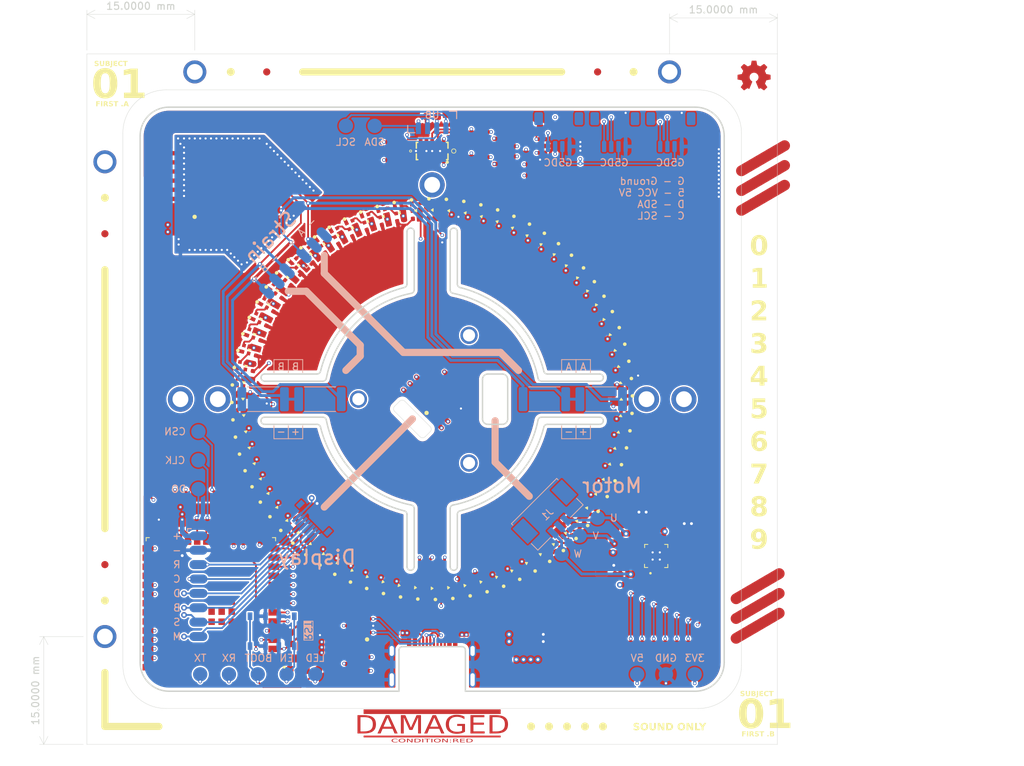
<source format=kicad_pcb>
(kicad_pcb (version 20221018) (generator pcbnew)
  (layers (0 "F.Cu" signal) (1 "In1.Cu" signal) (2 "In2.Cu" signal) (31 "B.Cu" signal) (34 "B.Paste" user) (35 "F.Paste" user) (36 "B.SilkS" user "B.Silkscreen") (37 "F.SilkS" user "F.Silkscreen") (38 "B.Mask" user) (39 "F.Mask" user) (44 "Edge.Cuts" user))
  (net 0 "")
  (net 1 "GND")
  (net 2 "Net-(U5-VCP)")
  (net 3 "Net-(U5-1V8OUT)")
  (net 4 "Net-(U4-VBG)")
  (net 5 "Net-(U4-INA+)")
  (net 6 "Net-(U4-INA-)")
  (net 7 "/USB_CC1")
  (net 8 "/USB_D-")
  (net 9 "/USB_D+")
  (net 10 "/USB_CC2")
  (net 11 "/STRAIN_E+")
  (net 12 "Net-(J1-Pin_1)")
  (net 13 "Net-(J1-Pin_2)")
  (net 14 "Net-(J1-Pin_3)")
  (net 17 "/STRAIN_S-")
  (net 18 "/STRAIN_S+")
  (net 19 "/ESP32_EN")
  (net 20 "/ESP32_BOOT")
  (net 21 "/USB_SERIAL_RXI")
  (net 22 "/USB_SERIAL_TXO")
  (net 23 "/LED_DATA_5V")
  (net 24 "/LCD_CMD")
  (net 25 "/LCD_CS")
  (net 26 "/LCD_BACKLIGHT")
  (net 27 "/LCD_DATA")
  (net 28 "/LCD_SCK")
  (net 29 "/LCD_RST")
  (net 30 "/MAG_DO")
  (net 31 "/MAG_CLK")
  (net 32 "/MAG_CSN")
  (net 33 "/STRAIN_DO")
  (net 34 "/STRAIN_SCK")
  (net 35 "/TMC_UH")
  (net 36 "/TMC_VH")
  (net 37 "/TMC_WH")
  (net 38 "/TMC_UL")
  (net 39 "/TMC_WL")
  (net 40 "/TMC_VL")
  (net 41 "/TMC_DIAG")
  (net 42 "/LED_DATA_3V3")
  (net 43 "GNDA")
  (net 44 "Net-(Q1-C)")
  (net 53 "Net-(Q1-B)")
  (net 54 "Net-(U4-VFB)")
  (net 65 "+5V")
  (net 66 "+3V3")
  (net 71 "Net-(D10-DIN)")
  (net 72 "Net-(D10-DOUT)")
  (net 73 "Net-(D11-DOUT)")
  (net 74 "Net-(D12-DOUT)")
  (net 75 "Net-(D13-DOUT)")
  (net 76 "Net-(D14-DOUT)")
  (net 77 "Net-(D15-DOUT)")
  (net 78 "Net-(D16-DOUT)")
  (net 79 "Net-(D17-DOUT)")
  (net 80 "Net-(D18-DOUT)")
  (net 81 "Net-(D19-DOUT)")
  (net 82 "Net-(D20-DOUT)")
  (net 83 "Net-(D21-DOUT)")
  (net 84 "Net-(D22-DOUT)")
  (net 85 "Net-(D23-DOUT)")
  (net 86 "Net-(D24-DOUT)")
  (net 87 "Net-(D25-DOUT)")
  (net 88 "Net-(D26-DOUT)")
  (net 89 "Net-(D27-DOUT)")
  (net 90 "Net-(D28-DOUT)")
  (net 91 "Net-(D29-DOUT)")
  (net 92 "Net-(D30-DOUT)")
  (net 93 "Net-(D31-DOUT)")
  (net 94 "Net-(D32-DOUT)")
  (net 95 "Net-(D33-DOUT)")
  (net 96 "Net-(D34-DOUT)")
  (net 97 "Net-(D35-DOUT)")
  (net 98 "Net-(D36-DOUT)")
  (net 99 "Net-(D37-DOUT)")
  (net 100 "Net-(D38-DOUT)")
  (net 101 "Net-(D39-DOUT)")
  (net 102 "Net-(D40-DOUT)")
  (net 103 "Net-(D41-DOUT)")
  (net 104 "Net-(D42-DIN)")
  (net 105 "Net-(D42-DOUT)")
  (net 106 "Net-(D43-DIN)")
  (net 107 "Net-(D43-DOUT)")
  (net 108 "Net-(D44-DIN)")
  (net 109 "Net-(D44-DOUT)")
  (net 110 "Net-(D45-DOUT)")
  (net 111 "Net-(D46-DOUT)")
  (net 112 "Net-(D47-DOUT)")
  (net 113 "Net-(D48-DOUT)")
  (net 114 "Net-(D49-DOUT)")
  (net 115 "Net-(D50-DOUT)")
  (net 116 "Net-(D51-DOUT)")
  (net 117 "Net-(D52-DOUT)")
  (net 118 "Net-(D53-DOUT)")
  (net 119 "Net-(D54-DOUT)")
  (net 120 "Net-(D55-DOUT)")
  (net 121 "Net-(D56-DOUT)")
  (net 122 "Net-(D57-DOUT)")
  (net 123 "Net-(D58-DOUT)")
  (net 124 "Net-(D59-DOUT)")
  (net 125 "Net-(D60-DOUT)")
  (net 126 "Net-(D61-DOUT)")
  (net 127 "Net-(D62-DOUT)")
  (net 128 "Net-(D63-DOUT)")
  (net 129 "Net-(D64-DOUT)")
  (net 130 "Net-(D65-DOUT)")
  (net 131 "Net-(D66-DOUT)")
  (net 132 "Net-(D67-DOUT)")
  (net 133 "Net-(D68-DOUT)")
  (net 134 "Net-(D72-DOUT)")
  (net 135 "Net-(D73-DOUT)")
  (net 136 "Net-(D74-DOUT)")
  (net 137 "Net-(D75-DOUT)")
  (net 138 "Net-(D76-DOUT)")
  (net 139 "Net-(D77-DOUT)")
  (net 140 "Net-(D78-DOUT)")
  (net 141 "Net-(D79-DOUT)")
  (net 144 "/ESP_USB_D+")
  (net 145 "/ESP_USB_D-")
  (net 146 "SDA")
  (net 147 "SCL")
  (net 149 "+2V8")
  (net 150 "SCL_2.8")
  (net 151 "SDA_2.8")
  (net 152 "Net-(U3-XSHUT)")
  (net 153 "Net-(U3-GPIO1)")
  (footprint "cleaned footprints:C_0402_1005Metric" (layer "F.Cu") (at 61.32 66.38 -110)
    (fp_text reference "C56" hide)
    (fp_text value "0.1uF" hide)
  )
  (footprint "cleaned footprints:R_0603_1608Metric" (layer "F.Cu") (at 69.25 111.675002 -90)
    (fp_text reference "R28" hide)
    (fp_text value "10k" hide)
  )
  (footprint "cleaned footprints:C_0402_1005Metric" (layer "F.Cu") (at 63.17 87.61 -60)
    (fp_text reference "C62" hide)
    (fp_text value "0.1uF" hide)
  )
  (footprint "cleaned footprints:QFN-20-1EP_3x3mm_P0.4mm_EP1.65x1.65mm_ThermalVias_LargerViaHoles" (layer "F.Cu") (at 116.15 96.8 90)
    (fp_text reference "U5" hide)
    (fp_text value "TMC6300" hide)
  )
  (footprint "smd_clean:LGA12_1" (layer "F.Cu") (at 85 40.5 180)
    (fp_text reference "U3" hide)
    (fp_text value "VL53L0CXV0DH_1" hide)
  )
  (footprint "cleaned footprints:C_0603_1608Metric" (layer "F.Cu") (at 68.8 108.225 90)
    (fp_text reference "C11" hide)
    (fp_text value "0.1uF")
  )
  (footprint "Capacitor_SMD:C_0603_1608Metric" (layer "F.Cu") (at 87.75 72.25 -45)
    (fp_text reference "C20" hide)
    (fp_text value "0.1uF" hide)
  )
  (footprint "cleaned footprints:LED_SK6812_EC15_1.5x1.5mm" (layer "F.Cu") (at 60.76 63.69 65)
    (fp_text reference "D32" hide)
    (fp_text value "SK6812")
  )
  (footprint "BOM_Only:bom_only_no_pin" (layer "F.Cu") (at 120.4 71.8)
    (fp_text reference "Z6")
    (fp_text value "RotorScrew (BOM-only)")
  )
  (footprint "cleaned footprints:C_0402_1005Metric" (layer "F.Cu") (at 93.62 51.31 160)
    (fp_text reference "C37" hide)
    (fp_text value "0.1uF" hide)
  )
  (footprint "Fiducial:Fiducial_1mm_Mask3mm" (layer "F.Cu") (at 39.5 52)
    (fp_text reference "REF**" hide)
    (fp_text value "Fiducial_1mm_Mask3mm" hide)
  )
  (footprint "cleaned footprints:LED_SK6812_EC15_1.5x1.5mm" (layer "F.Cu") (at 102.19 95.49 -140)
    (fp_text reference "D73" hide)
    (fp_text value "SK6812")
  )
  (footprint "cleaned footprints:LED_SK6812_EC15_1.5x1.5mm" (layer "F.Cu") (at 80.35 101.34 170)
    (fp_text reference "D11" hide)
    (fp_text value "SK6812")
  )
  (footprint "cleaned footprints:C_0402_1005Metric" (layer "F.Cu") (at 64.35 89.46 -55)
    (fp_text reference "C97" hide)
    (fp_text value "0.1uF" hide)
  )
  (footprint "cleaned footprints:L_0805_2012Metric" (layer "F.Cu") (at 59.425 47.75 -90)
    (fp_text reference "L1" hide)
    (fp_text value "3.3uH" hide)
  )
  (footprint "cleaned footprints:LED_SK6812_EC15_1.5x1.5mm" (layer "F.Cu") (at 84.999997 48.249997)
    (fp_text reference "D57" hide)
    (fp_text value "SK6812")
  )
  (footprint "Fiducial:Fiducial_1mm_Mask3mm" (layer "F.Cu") (at 39.5 98)
    (fp_text reference "REF**" hide)
    (fp_text value "Fiducial_1mm_Mask3mm" hide)
  )
  (footprint "smd_clean:R_0603_1608Metric" (layer "F.Cu") (at 96.15 39 -90)
    (fp_text reference "R27" hide)
    (fp_text value "10K" hide)
  )
  (footprint "cleaned footprints:LED_SK6812_EC15_1.5x1.5mm" (layer "F.Cu") (at 85 101.75 180)
    (fp_text reference "D9" hide)
    (fp_text value "SK6812")
  )
  (footprint "custom_footprints:MountingHole_2.2mm_M2_DIN965_Pad" (layer "F.Cu") (at 52 29.5)
    (fp_text reference "REF**" hide)
    (fp_text value "MountingHole_2.2mm_M2_DIN965_Pad" hide)
  )
  (footprint "cleaned footprints:R_0603_1608Metric" (layer "F.Cu") (at 53.75 91.25 90)
    (fp_text reference "R16" hide)
    (fp_text value "2.2k" hide)
  )
  (footprint "cleaned footprints:C_0402_1005Metric" (layer "F.Cu") (at 105.65 60.54 125)
    (fp_text reference "C63" hide)
    (fp_text value "0.1uF" hide)
  )
  (footprint "cleaned footprints:LED_SK6812_EC15_1.5x1.5mm" (layer "F.Cu") (at 94.15 49.87 -20)
    (fp_text reference "D42" hide)
    (fp_text value "SK6812")
  )
  (footprint "Holes:MountingHole_2.2mm_M2_ISO7380_Pad_NonVirtual" (layer "F.Cu") (at 114.8 75)
    (fp_text reference "H7" hide)
    (fp_text value "MountHole")
  )
  (footprint "cleaned footprints:C_0402_1005Metric" (layer "F.Cu") (at 60.64 81.53 -75)
    (fp_text reference "C95" hide)
    (fp_text value "0.1uF" hide)
  )
  (footprint "cleaned footprints:LED_SK6812_EC15_1.5x1.5mm" (layer "F.Cu") (at 110.129878 65.852058 -70)
    (fp_text reference "D51" hide)
    (fp_text value "SK6812")
  )
  (footprint "BOM_Only:bom_only_no_pin" (layer "F.Cu") (at 120.4 71.8)
    (fp_text reference "Z9")
    (fp_text value "WatchGlass39.5mm")
  )
  (footprint "cleaned footprints:LED_SK6812_EC15_1.5x1.5mm" (layer "F.Cu") (at 106.91 90.34 -125)
    (fp_text reference "D64" hide)
    (fp_text value "SK6812")
  )
  (footprint "Holes:MountingHole_2.2mm_M2_ISO7380_Pad_NonVirtual" (layer "F.Cu") (at 50 75)
    (fp_text reference "H9" hide)
    (fp_text value "AlignmentHole")
  )
  (footprint "Fiducial:Fiducial_1mm_Mask3mm" (layer "F.Cu") (at 62 29.5)
    (fp_text reference "REF**" hide)
    (fp_text value "Fiducial_1mm_Mask3mm" hide)
  )
  (footprint "cleaned footprints:C_0603_1608Metric" (layer "F.Cu") (at 117.85 92.3)
    (fp_text reference "C17" hide)
    (fp_text value "0.1uF")
  )
  (footprint "cleaned footprints:LED_SK6812_EC15_1.5x1.5mm" (layer "F.Cu") (at 96.3 99.24 -155)
    (fp_text reference "D76" hide)
    (fp_text value "SK6812")
  )
  (footprint "cleaned footprints:LED_SK6812_EC15_1.5x1.5mm" (layer "F.Cu") (at 108.16 88.38 -120)
    (fp_text reference "D60" hide)
    (fp_text value "SK6812")
  )
  (footprint "Holes:MountingHole_2.2mm_M2_ISO7380_Pad_NonVirtual" (layer "F.Cu") (at 120 75)
    (fp_text reference "H8" hide)
    (fp_text value "AlignmentHole")
  )
  (footprint "cleaned footprints:LED_SK6812_EC15_1.5x1.5mm" (layer "F.Cu") (at 75.848948 49.863228 20)
    (fp_text reference "D41" hide)
    (fp_text value "SK6812")
  )
  (footprint "view_custom:ViewKeepouts3d" (layer "F.Cu") (at 85 75)
    (fp_text reference "Z5" hide)
    (fp_text value "dummy_keepouts")
  )
  (footprint "cleaned footprints:LED_SK6812_EC15_1.5x1.5mm" (layer "F.Cu") (at 58.36 77.33 95)
    (fp_text reference "D26" hide)
    (fp_text value "SK6812")
  )
  (footprint "cleaned footprints:LED_SK6812_EC15_1.5x1.5mm" (layer "F.Cu") (at 105.49 57.8 -50)
    (fp_text reference "D66" hide)
    (fp_text value "SK6812")
  )
  (footprint "cleaned footprints:C_0603_1608Metric" (layer "F.Cu") (at 56.175 40.75 -90)
    (fp_text reference "C23" hide)
    (fp_text value "0.1uF")
  )
  (footprint "cleaned footprints:C_0402_1005Metric" (layer "F.Cu") (at 70.54 54.36 -145)
    (fp_text reference "C80" hide)
    (fp_text value "0.1uF" hide)
  )
  (footprint "cleaned footprints:C_0402_1005Metric" (layer "F.Cu") (at 78.476356 50.644234 -165)
    (fp_text reference "C73" hide)
    (fp_text value "0.1uF" hide)
  )
  (footprint "cleaned footprints:SOIC-16_3.9x9.9mm_P1.27mm" (layer "F.Cu") (at 51.175 45.25 180)
    (fp_text reference "U4" hide)
    (fp_text value "HX711" hide)
  )
  (footprint "cleaned footprints:C_0402_1005Metric" (layer "F.Cu") (at 59.89 77.2 -85)
    (fp_text reference "C59" hide)
    (fp_text value "0.1uF" hide)
  )
  (footprint "cleaned footprints:C_0402_1005Metric" (layer "F.Cu") (at 64.36 60.55 -125)
    (fp_text reference "C82" hide)
    (fp_text value "0.1uF" hide)
  )
  (footprint "cleaned footprints:R_0603_1608Metric" (layer "F.Cu") (at 67 108.25 90)
    (fp_text reference "R17" hide)
    (fp_text value "10k" hide)
  )
  (footprint "Holes:MountingHole_M1.6" (layer "F.Cu") (at 74.749146 75)
    (fp_text reference "H2" hide)
    (fp_text value "MotorHole")
  )
  (footprint "cleaned footprints:C_0603_1608Metric" (layer "F.Cu") (at 111.15 97.3 -90)
    (fp_text reference "C14" hide)
    (fp_text value "0.1uF")
  )
  (footprint "cleaned footprints:C_0603_1608Metric" (layer "F.Cu") (at 54.175 52.25 -90)
    (fp_text reference "C12" hide)
    (fp_text value "0.1uF")
  )
  (footprint "cleaned footprints:LED_SK6812_EC15_1.5x1.5mm" (layer "F.Cu") (at 111.64 72.67 -85)
    (fp_text reference "D63" hide)
    (fp_text value "SK6812")
  )
  (footprint "GCT_USB:USB4510_NoPaste" (layer "F.Cu") (at 85 115.6)
    (fp_text reference "J2")
    (fp_text value "USB_C_Receptacle_USB2.0")
    (fp_line (start -4.62 0) (end -4.62 -5.7) (stroke (width 0.2)) (layer "Edge.Cuts"))
    (fp_line (start -4.12 -6.2) (end 4.12 -6.2) (stroke (width 0.2)) (layer "Edge.Cuts"))
    (fp_line (start 4.62 0) (end 4.62 -5.7) (stroke (width 0.2)) (layer "Edge.Cuts"))
    (fp_arc (start -4.62 -5.7) (mid -4.473553 -6.053553) (end -4.12 -6.2) (stroke (width 0.2)) (layer "Edge.Cuts"))
    (fp_arc (start 4.12 -6.2) (mid 4.473553 -6.053553) (end 4.62 -5.7) (stroke (width 0.2)) (layer "Edge.Cuts"))
  )
  (footprint "cleaned footprints:C_0402_1005Metric" (layer "F.Cu") (at 91.53 99.35 15)
    (fp_text reference "C34" hide)
    (fp_text value "0.1uF" hide)
  )
  (footprint "Holes:MountingHole_2.2mm_M2_ISO7380_Pad_NonVirtual" (layer "F.Cu") (at 85 45.2)
    (fp_text reference "H6" hide)
    (fp_text value "MountHole")
  )
  (footprint "BOM_Only:bom_only_no_pin" (layer "F.Cu") (at 120.4 71.8)
    (fp_text reference "Z9")
    (fp_text value "WatchGlass39.5mm")
  )
  (footprint "cleaned footprints:C_0402_1005Metric" (layer "F.Cu") (at 99.47 95.66 35)
    (fp_text reference "C39" hide)
    (fp_text value "0.1uF" hide)
  )
  (footprint "smd_clean:C_0603_1608Metric" (layer "F.Cu") (at 99.2375 43.899995 180)
    (fp_text reference "C84" hide)
    (fp_text value "100nF" hide)
  )
  (footprint "smd_clean:SOT-23" (layer "F.Cu") (at 93.1875 42.3)
    (fp_text reference "Q2" hide)
    (fp_text value "BSS138" hide)
  )
  (footprint "cleaned footprints:LED_SK6812_EC15_1.5x1.5mm" (layer "F.Cu") (at 59.863228 65.858952 70)
    (fp_text reference "D31" hide)
    (fp_text value "SK6812")
  )
  (footprint "cleaned footprints:R_0603_1608Metric" (layer "F.Cu") (at 115.8 109.8 -90)
    (fp_text reference "R9" hide)
    (fp_text value "10k" hide)
  )
  (footprint "cleaned footprints:C_0603_1608Metric" (layer "F.Cu") (at 56.675 43.75 180)
    (fp_text reference "C22" hide)
    (fp_text value "0.1uF")
  )
  (footprint "cleaned footprints:C_0402_1005Metric" (layer "F.Cu") (at 108.68 83.62 70)
    (fp_text reference "C6" hide)
    (fp_text value "0.1uF" hide)
  )
  (footprint "custom_footprints:MountingHole_2.2mm_M2_DIN965_Pad" (layer "F.Cu") (at 118 29.5)
    (fp_text reference "REF**" hide)
    (fp_text value "MountingHole_2.2mm_M2_DIN965_Pad" hide)
  )
  (footprint "cleaned footprints:LED_SK6812_EC15_1.5x1.5mm" (layer "F.Cu") (at 61.83915 88.374149 120)
    (fp_text reference "D21" hide)
    (fp_text value "SK6812")
  )
  (footprint "cleaned footprints:C_0402_1005Metric" (layer "F.Cu") (at 60.65 68.48 -105)
    (fp_text reference "C90" hide)
    (fp_text value "0.1uF" hide)
  )
  (footprint "Holes:MountingHole_M1.6" (layer "F.Cu") (at 90.125427 83.877499)
    (fp_text reference "H1" hide)
    (fp_text value "MotorHole")
  )
  (footprint "cleaned footprints:C_0805_2012Metric" (layer "F.Cu") (at 48.5 91.75 180)
    (fp_text reference "C26" hide)
    (fp_text value "10uF" hide)
  )
  (footprint "cleaned footprints:LED_SK6812_EC15_1.5x1.5mm" (layer "F.Cu") (at 59.16 68.08 75)
    (fp_text reference "D30" hide)
    (fp_text value "SK6812")
  )
  (footprint "cleaned footprints:C_0402_1005Metric" (layer "F.Cu") (at 109.82 79.38 80)
    (fp_text reference "C50" hide)
    (fp_text value "0.1uF" hide)
  )
  (footprint "cleaned footprints:C_0402_1005Metric" (layer "F.Cu") (at 101.2 55.69 140)
    (fp_text reference "C40" hide)
    (fp_text value "0.1uF" hide)
  )
  (footprint "cleaned footprints:C_0402_1005Metric" (layer "F.Cu") (at 72.4 96.82 -30)
    (fp_text reference "C69" hide)
    (fp_text value "0.1uF" hide)
  )
  (footprint "cleaned footprints:LED_SK6812_EC15_1.5x1.5mm" (layer "F.Cu") (at 108.165289 61.625289 -60)
    (fp_text reference "D43" hide)
    (fp_text value "SK6812")
  )
  (footprint "cleaned footprints:LED_SK6812_EC15_1.5x1.5mm" (layer "F.Cu") (at 96.31 50.76 -25)
    (fp_text reference "D46" hide)
    (fp_text value "SK6812")
  )
  (footprint "cleaned footprints:C_0402_1005Metric" (layer "F.Cu") (at 108.68 66.38 110)
    (fp_text reference "C45" hide)
    (fp_text value "0.1uF" hide)
  )
  (footprint "cleaned footprints:C_0402_1005Metric" (layer "F.Cu") (at 87.2 100.12 5)
    (fp_text reference "C76" hide)
    (fp_text value "0.1uF" hide)
  )
  (footprint "cleaned footprints:LED_SK6812_EC15_1.5x1.5mm" (layer "F.Cu") (at 110.832386 68.074811 -75)
    (fp_text reference "D55" hide)
    (fp_text value "SK6812")
  )
  (footprint "cleaned footprints:R_0603_1608Metric" (layer "F.Cu") (at 58.675 41.75)
    (fp_text reference "R5" hide)
    (fp_text value "100" hide)
  )
  (footprint "cleaned footprints:LED_SK6812_EC15_1.5x1.5mm" (layer "F.Cu") (at 58.25 75 90)
    (fp_text reference "D27" hide)
    (fp_text value "SK6812")
  )
  (footprint "cleaned footprints:C_0402_1005Metric" (layer "F.Cu") (at 107.84 85.65 65)
    (fp_text reference "C46" hide)
    (fp_text value "0.1uF" hide)
  )
  (footprint "cleaned footprints:LED_SK6812_EC15_1.5x1.5mm" (layer "F.Cu") (at 111.336316 79.647741 -100)
    (fp_text reference "D44" hide)
    (fp_text value "SK6812")
  )
  (footprint "cleaned footprints:LED_SK6812_EC15_1.5x1.5mm" (layer "F.Cu") (at 73.7 99.24 155)
    (fp_text reference "D14" hide)
    (fp_text value "SK6812")
  )
  (footprint "cleaned footprints:LED_SK6812_EC15_1.5x1.5mm" (layer "F.Cu") (at 89.65 101.34 -170)
    (fp_text reference "D79" hide)
    (fp_text value "SK6812")
  )
  (footprint "cleaned footprints:C_0402_1005Metric" (layer "F.Cu") (at 109.83 70.62 100)
    (fp_text reference "C55" hide)
    (fp_text value "0.1uF" hide)
  )
  (footprint "cleaned footprints:C_0402_1005Metric" (layer "F.Cu") (at 74.35 97.84 -25)
    (fp_text reference "C100" hide)
    (fp_text value "0.1uF" hide)
  )
  (footprint "cleaned footprints:C_0402_1005Metric" (layer "F.Cu") (at 65.7 91.2 -50)
    (fp_text reference "C67" hide)
    (fp_text value "0.1uF" hide)
  )
  (footprint "cleaned footprints:LED_SK6812_EC15_1.5x1.5mm" (layer "F.Cu") (at 100.34 96.91 -145)
    (fp_text reference "D74" hide)
    (fp_text value "SK6812")
  )
  (footprint "smd_clean:C_0603_1608Metric" (layer "F.Cu") (at 99.237501 37.25)
    (fp_text reference "C78" hide)
    (fp_text value "10uF" hide)
  )
  (footprint "cleaned footprints:LED_SK6812_EC15_1.5x1.5mm" (layer "F.Cu") (at 111.74 75 -90)
    (fp_text reference "D67" hide)
    (fp_text value "SK6812")
  )
  (footprint "smd_clean:R_0603_1608Metric" (layer "F.Cu") (at 90.45 42.25 90)
    (fp_text reference "R23" hide)
    (fp_text value "10K" hide)
  )
  (footprint "cleaned footprints:R_0603_1608Metric" (layer "F.Cu") (at 120.6 109.8 -90)
    (fp_text reference "R12" hide)
    (fp_text value "10k" hide)
  )
  (footprint "cleaned footprints:C_0603_1608Metric" (layer "F.Cu") (at 114 92.3 180)
    (fp_text reference "C21" hide)
    (fp_text value "0.1uF")
  )
  (footprint "custom_footprints:MountingHole_2.2mm_M2_DIN965_Pad" (layer "F.Cu") (at 39.5 108)
    (fp_text reference "REF**" hide)
    (fp_text value "MountingHole_2.2mm_M2_DIN965_Pad" hide)
  )
  (footprint "cleaned footprints:C_0402_1005Metric" (layer "F.Cu") (at 102.82 57.18 135)
    (fp_text reference "C64" hide)
    (fp_text value "0.1uF" hide)
  )
  (footprint "cleaned footprints:LED_SK6812_EC15_1.5x1.5mm" (layer "F.Cu") (at 105.49 92.2 -130)
    (fp_text reference "D68" hide)
    (fp_text value "SK6812")
  )
  (footprint "cleaned footprints:C_0402_1005Metric" (layer "F.Cu") (at 91.526355 50.645768 165)
    (fp_text reference "C71" hide)
    (fp_text value "0.1uF" hide)
  )
  (footprint "cleaned footprints:LED_SK6812_EC15_1.5x1.5mm" (layer "F.Cu") (at 111.34 70.36 -80)
    (fp_text reference "D59" hide)
    (fp_text value "SK6812")
  )
  (footprint "cleaned footprints:C_0402_1005Metric" (layer "F.Cu") (at 62.16 64.35 -115)
    (fp_text reference "C88" hide)
    (fp_text value "0.1uF" hide)
  )
  (footprint "cleaned footprints:C_0402_1005Metric" (layer "F.Cu") (at 80.62 50.18 -170)
    (fp_text reference "C74" hide)
    (fp_text value "0.1uF" hide)
  )
  (footprint "cleaned footprints:LED_SK6812_EC15_1.5x1.5mm" (layer "F.Cu") (at 58.657113 79.641014 100)
    (fp_text reference "D25" hide)
    (fp_text value "SK6812")
  )
  (footprint "cleaned footprints:C_0402_1005Metric" (layer "F.Cu") (at 65.7 58.8 -130)
    (fp_text reference "C52" hide)
    (fp_text value "0.1uF" hide)
  )
  (footprint "cleaned footprints:C_0402_1005Metric" (layer "F.Cu") (at 72.394308 53.18 -150)
    (fp_text reference "C49" hide)
    (fp_text value "0.1uF" hide)
  )
  (footprint "smd_clean:R_0603_1608Metric" (layer "F.Cu") (at 96.15 42.075 90)
    (fp_text reference "R26" hide)
    (fp_text value "10K" hide)
  )
  (footprint "cleaned footprints:LED_SK6812_EC15_1.5x1.5mm" (layer "F.Cu") (at 91.92 100.83 -165)
    (fp_text reference "D78" hide)
    (fp_text value "SK6812")
  )
  (footprint "cleaned footprints:LED_SK6812_EC15_1.5x1.5mm" (layer "F.Cu") (at 100.34 53.09 -35)
    (fp_text reference "D54" hide)
    (fp_text value "SK6812")
  )
  (footprint "cleaned footprints:LED_SK6812_EC15_1.5x1.5mm" (layer "F.Cu") (at 67.81 95.49 140)
    (fp_text reference "D17" hide)
    (fp_text value "SK6812")
  )
  (footprint "cleaned footprints:C_0402_1005Metric" (layer "F.Cu") (at 102.82 92.82 45)
    (fp_text reference "C41" hide)
    (fp_text value "0.1uF" hide)
  )
  (footprint "BOM_Only:bom_only_no_pin" (layer "F.Cu") (at 123.4 71.8)
    (fp_text reference "Z8")
    (fp_text value "RotorScrew (BOM-only)")
  )
  (footprint "cleaned footprints:C_0603_1608Metric" (layer "F.Cu") (at 85 35.7 180)
    (fp_text reference "C27" hide)
    (fp_text value "0.1uF")
  )
  (footprint "cleaned footprints:LED_SK6812_EC15_1.5x1.5mm" (layer "F.Cu") (at 103.91 93.91 -135)
    (fp_text reference "D72" hide)
    (fp_text value "SK6812")
  )
  (footprint "cleaned footprints:C_0603_1608Metric" (layer "F.Cu") (at 65.25 111.75 -90)
    (fp_text reference "C25" hide)
    (fp_text value "0.1uF")
  )
  (footprint "cleaned footprints:LED_SK6812_EC15_1.5x1.5mm" (layer "F.Cu") (at 102.2 54.51 -40)
    (fp_text reference "D58" hide)
    (fp_text value "SK6812")
  )
  (footprint "cleaned footprints:LED_SK6812_EC15_1.5x1.5mm" (layer "F.Cu") (at 71.62 98.17 150)
    (fp_text reference "D15" hide)
    (fp_text value "SK6812")
  )
  (footprint "cleaned footprints:C_0402_1005Metric" (layer "F.Cu") (at 110.11 77.2 85)
    (fp_text reference "C8" hide)
    (fp_text value "0.1uF" hide)
  )
  (footprint "cleaned footprints:C_0805_2012Metric" (layer "F.Cu") (at 52.175 52.25 -90)
    (fp_text reference "C16" hide)
    (fp_text value "10uF" hide)
  )
  (footprint "cleaned footprints:LED_SK6812_EC15_1.5x1.5mm" (layer "F.Cu") (at 87.33 101.65 -175)
    (fp_text reference "D80" hide)
    (fp_text value "SK6812")
  )
  (footprint "BOM_Only:bom_only_no_pin" (layer "F.Cu") (at 120.4 71.8)
    (fp_text reference "Z6")
    (fp_text value "RotorScrew (BOM-only)")
  )
  (footprint "BOM_Only:bom_only_no_pin" (layer "F.Cu") (at 123.4 71.8)
    (fp_text reference "Z8")
    (fp_text value "RotorScrew (BOM-only)")
  )
  (footprint "cleaned footprints:C_0603_1608Metric" (layer "F.Cu") (at 61.175 47.75 90)
    (fp_text reference "C19" hide)
    (fp_text value "0.1uF")
  )
  (footprint "cleaned footprints:C_0402_1005Metric" (layer "F.Cu") (at 104.3 91.2 50)
    (fp_text reference "C4" hide)
    (fp_text value "0.1uF" hide)
  )
  (footprint "cleaned footprints:C_0402_1005Metric" (layer "F.Cu") (at 106.82 62.4 120)
    (fp_text reference "C44" hide)
    (fp_text value "0.1uF" hide)
  )
  (footprint "cleaned footprints:C_0402_1005Metric" (layer "F.Cu") (at 93.62 98.69 20)
    (fp_text reference "C1" hide)
    (fp_text value "0.1uF" hide)
  )
  (footprint "cleaned footprints:C_0402_1005Metric" (layer "F.Cu") (at 107.85 64.35 115)
    (fp_text reference "C57" hide)
    (fp_text value "0.1uF" hide)
  )
  (footprint "cleaned footprints:LED_SK6812_EC15_1.5x1.5mm" (layer "F.Cu") (at 60.762339 86.308018 115)
    (fp_text reference "D22" hide)
    (fp_text value "SK6812")
  )
  (footprint "cleaned footprints:LED_SK6812_EC15_1.5x1.5mm" (layer "F.Cu") (at 69.66 96.91 145)
    (fp_text reference "D16" hide)
    (fp_text value "SK6812")
  )
  (footprint "cleaned footprints:C_0805_2012Metric" (layer "F.Cu") (at 93.499999 109.700001 -90)
    (fp_text reference "C9" hide)
    (fp_text value "10uF" hide)
  )
  (footprint "cleaned footprints:C_0402_1005Metric" (layer "F.Cu") (at 110.21 75 90)
    (fp_text reference "C7" hide)
    (fp_text value "0.1uF" hide)
  )
  (footprint "cleaned footprints:C_0402_1005Metric" (layer "F.Cu") (at 85 100.21)
    (fp_text reference "C30" hide)
    (fp_text value "0.1uF" hide)
  )
  (footprint "cleaned footprints:R_0603_1608Metric" (layer "F.Cu") (at 119 109.8 -90)
    (fp_text reference "R11" hide)
    (fp_text value "10k" hide)
  )
  (footprint "cleaned footprints:LED_SK6812_EC15_1.5x1.5mm" (layer "F.Cu") (at 71.624704 51.835288 30)
    (fp_text reference "D39" hide)
    (fp_text value "SK6812")
  )
  (footprint "cleaned footprints:C_0805_2012Metric" (layer "F.Cu") (at 109.15 97.3 -90)
    (fp_text reference "C13" hide)
    (fp_text value "22uF" hide)
  )
  (footprint "cleaned footprints:C_0402_1005Metric" (layer "F.Cu") (at 97.61 96.84 30)
    (fp_text reference "C2" hide)
    (fp_text value "0.1uF" hide)
  )
  (footprint "cleaned footprints:SOIC-8_3.9x4.9mm_P1.27mm" (layer "F.Cu") (at 85 75 135)
    (fp_text reference "U1" hide)
    (fp_text value "MT6701-CT" hide)
  )
  (footprint "cleaned footprints:R_0603_1608Metric" (layer "F.Cu") (at 117.4 109.8 -90)
    (fp_text reference "R10" hide)
    (fp_text value "10k" hide)
  )
  (footprint "cleaned footprints:LED_SK6812_EC15_1.5x1.5mm" (layer "F.Cu") (at 103.91 56.08 -45)
    (fp_text reference "D62" hide)
    (fp_text value "SK6812")
  )
  (footprint "cleaned footprints:LED_SK6812_EC15_1.5x1.5mm" (layer "F.Cu") (at 59.161802 81.921136 105)
    (fp_text reference "D24" hide)
    (fp_text value "SK6812")
  )
  (footprint "Holes:MountingHole_M1.6" (layer "F.Cu") (at 90.125427 66.1225)
    (fp_text reference "H3" hide)
    (fp_text value "MotorHole")
  )
  (footprint "cleaned footprints:C_0402_1005Metric" (layer "F.Cu") (at 101.202299 94.308538 40)
    (fp_text reference "C3" hide)
    (fp_text value "0.1uF" hide)
  )
  (footprint "cleaned footprints:C_0603_1608Metric" (layer "F.Cu") (at 65.25 108.25 90)
    (fp_text reference "C28" hide)
    (fp_text value "1uF")
  )
  (footprint "cleaned footprints:LED_SK6812_EC15_1.5x1.5mm" (layer "F.Cu") (at 80.355018 48.658693 10)
    (fp_text reference "D49" hide)
    (fp_text value "SK6812")
  )
  (footprint "cleaned footprints:C_0402_1005Metric" (layer "F.Cu") (at 99.45 54.35 145)
    (fp_text reference "C65" hide)
    (fp_text value "0.1uF" hide)
  )
  (footprint "cleaned footprints:C_0402_1005Metric" (layer "F.Cu") (at 109.34 81.52 75)
    (fp_text reference "C48" hide)
    (fp_text value "0.1uF" hide)
  )
  (footprint "cleaned footprints:C_0603_1608Metric" (layer "F.Cu") (at 112.6 100.8)
    (fp_text reference "C15" hide)
    (fp_text value "0.1uF")
  )
  (footprint "cleaned footprints:SOT-223-3_TabPin2_GndOutIn" (layer "F.Cu") (at 98.200002 109.6 -90)
    (fp_text reference "U9" hide)
    (fp_text value "TS1117BCW33_RPG" hide)
  )
  (footprint "cleaned footprints:LED_SK6812_EC15_1.5x1.5mm" (layer "F.Cu") (at 111.65 77.33 -95)
    (fp_text reference "D71" hide)
    (fp_text value "SK6812")
  )
  (footprint "cleaned footprints:C_0402_1005Metric" (layer "F.Cu") (at 80.62 99.82 -10)
    (fp_text reference "C75" hide)
    (fp_text value "0.1uF" hide)
  )
  (footprint "cleaned footprints:LED_SK6812_EC15_1.5x1.5mm" (layer "F.Cu") (at 98.37415 98.160848 -150)
    (fp_text reference "D75" hide)
    (fp_text value "SK6812")
  )
  (footprint "cleaned footprints:C_0402_1005Metric" (layer "F.Cu") (at 68.81 55.71 -140)
    (fp_text reference "C51" hide)
    (fp_text value "0.1uF" hide)
  )
  (footprint "cleaned footprints:C_0402_1005Metric" (layer "F.Cu") (at 76.38 98.68 -20)
    (fp_text reference "C70" hide)
    (fp_text value "0.1uF" hide)
  )
  (footprint "cleaned footprints:LED_SK6812_EC15_1.5x1.5mm" (layer "F.Cu") (at 58.352492 72.669068 85)
    (fp_text reference "D28" hide)
    (fp_text value "SK6812")
  )
  (footprint "cleaned footprints:C_0402_1005Metric" (layer "F.Cu") (at 63.18 62.4 -120)
    (fp_text reference "C54" hide)
    (fp_text value "0.1uF" hide)
  )
  (footprint "cleaned footprints:C_0402_1005Metric" (layer "F.Cu") (at 104.31 58.8 130)
    (fp_text reference "C42" hide)
    (fp_text value "0.1uF" hide)
  )
  (footprint "cleaned footprints:C_0402_1005Metric" (layer "F.Cu") (at 82.8 100.12 -5)
    (fp_text reference "C32" hide)
    (fp_text value "0.1uF" hide)
  )
  (footprint "cleaned footprints:C_0402_1005Metric" (layer "F.Cu") (at 85 49.79 180)
    (fp_text reference "C35" hide)
    (fp_text value "0.1uF" hide)
  )
  (footprint "cleaned footprints:LED_SK6812_EC15_1.5x1.5mm" (layer "F.Cu") (at 64.51 57.8 50)
    (fp_text reference "D35" hide)
    (fp_text value "SK6812")
  )
  (footprint "smd_clean:C_0603_1608Metric" (layer "F.Cu") (at 99.2375 42.35 180)
    (fp_text reference "C83" hide)
    (fp_text value "10uF" hide)
  )
  (footprint "cleaned footprints:LED_SK6812_EC15_1.5x1.5mm" (layer "F.Cu") (at 91.92 49.16 -15)
    (fp_text reference "D69" hide)
    (fp_text value "SK6812")
  )
  (footprint "cleaned footprints:C_0402_1005Metric" (layer "F.Cu") (at 59.9 72.81 -95)
    (fp_text reference "C58" hide)
    (fp_text value "0.1uF" hide)
  )
  (footprint "smd_clean:R_0603_1608Metric" (layer "F.Cu") (at 79.75 41.75 180)
    (fp_text reference "R22" hide)
    (fp_text value "10K" hide)
  )
  (footprint "cleaned footprints:LED_SK6812_EC15_1.5x1.5mm" (layer "F.Cu") (at 78.08 100.84 165)
    (fp_text reference "D12" hide)
    (fp_text value "SK6812")
  )
  (footprint "cleaned footprints:C_0805_2012Metric" (layer "F.Cu") (at 102.899999 109.699999 90)
    (fp_text reference "C10" hide)
    (fp_text value "10uF" hide)
  )
  (footprint "cleaned footprints:LED_SK6812_EC15_1.5x1.5mm" (layer "F.Cu") (at 78.078194 49.158863 15)
    (fp_text reference "D45" hide)
    (fp_text value "SK6812")
  )
  (footprint "cleaned footprints:C_0402_1005Metric" (layer "F.Cu") (at 60.173351 79.372708 -80)
    (fp_text reference "C94" hide)
    (fp_text value "0.1uF" hide)
  )
  (footprint "smd_clean:R_0603_1608Metric" (layer "F.Cu") (at 79.75 39.25 180)
    (fp_text reference "R25" hide)
    (fp_text value "10K" hide)
  )
  (footprint "cleaned footprints:LED_SK6812_EC15_1.5x1.5mm" (layer "F.Cu") (at 66.09 93.91 135)
    (fp_text reference "D18" hide)
    (fp_text value "SK6812")
  )
  (footprint "cleaned footprints:LED_SK6812_EC15_1.5x1.5mm" (layer "F.Cu") (at 58.653684 70.352259 80)
    (fp_text reference "D29" hide)
    (fp_text value "SK6812")
  )
  (footprint "cleaned footprints:C_0402_1005Metric" (layer "F.Cu") (at 67.18 57.19 -135)
    (fp_text reference "C81" hide)
    (fp_text value "0.1uF" hide)
  )
  (footprint "cleaned footprints:C_0805_2012Metric" (layer "F.Cu") (at 63.175 47.75 90)
    (fp_text reference "C18" hide)
    (fp_text value "10uF" hide)
  )
  (footprint "cleaned footprints:LED_SK6812_EC15_1.5x1.5mm" (layer "F.Cu") (at 98.37 51.84 -30)
    (fp_text reference "D50" hide)
    (fp_text value "SK6812")
  )
  (footprint "cleaned footprints:R_0603_1608Metric" (layer "F.Cu") (at 114.2 109.8 -90)
    (fp_text reference "R8" hide)
    (fp_text value "10k" hide)
  )
  (footprint "cleaned footprints:LED_SK6812_EC15_1.5x1.5mm" (layer "F.Cu") (at 63.093271 59.660509 55)
    (fp_text reference "D34" hide)
    (fp_text value "SK6812")
  )
  (footprint "cleaned footprints:SOT-23-5" (layer "F.Cu") (at 74.6125 111.81)
    (fp_text reference "U7" hide)
    (fp_text value "SN74LV1T34DBV" hide)
  )
  (footprint "cleaned footprints:C_0402_1005Metric" (layer "F.Cu") (at 67.18 92.82 -45)
    (fp_text reference "C98" hide)
    (fp_text value "0.1uF" hide)
  )
  (footprint "cleaned footprints:R_0603_1608Metric" (layer "F.Cu") (at 50.75 89.074998 90)
    (fp_text reference "R13" hide)
    (fp_text value "2.2k" hide)
  )
  (footprint "cleaned footprints:R_0603_1608Metric" (layer "F.Cu") (at 56.675 45.25)
    (fp_text reference "R4" hide)
    (fp_text value "8.2k" hide)
  )
  (footprint "cleaned footprints:LED_SK6812_EC15_1.5x1.5mm" (layer "F.Cu") (at 66.09 56.08 45)
    (fp_text reference "D36" hide)
    (fp_text value "SK6812")
  )
  (footprint "cleaned footprints:R_0603_1608Metric" (layer "F.Cu") (at 81.2 105.9 180)
    (fp_text reference "R1" hide)
    (fp_text value "5.1k" hide)
  )
  (footprint "cleaned footprints:LED_SK6812_EC15_1.5x1.5mm" (layer "F.Cu") (at 82.650001 101.650882 175)
    (fp_text reference "D10" hide)
    (fp_text value "SK6812")
  )
  (footprint "cleaned footprints:R_0603_1608Metric" (layer "F.Cu") (at 52.25 91.25 -90)
    (fp_text reference "R15" hide)
    (fp_text value "2.2k" hide)
  )
  (footprint "cleaned footprints:C_0402_1005Metric" (layer "F.Cu") (at 76.37 51.31 -160)
    (fp_text reference "C47" hide)
    (fp_text value "0.1uF" hide)
  )
  (footprint "cleaned footprints:C_0402_1005Metric" (layer "F.Cu") (at 60.17 70.62 -100)
    (fp_text reference "C92" hide)
    (fp_text value "0.1uF" hide)
  )
  (footprint "cleaned footprints:LED_SK6812_EC15_1.5x1.5mm" (layer "F.Cu") (at 94.14 100.13 -160)
    (fp_text reference "D77" hide)
    (fp_text value "SK6812")
  )
  (footprint "cleaned footprints:LED_SK6812_EC15_1.5x1.5mm" (layer "F.Cu") (at 63.09 90.34 125)
    (fp_text reference "D20" hide)
    (fp_text value "SK6812")
  )
  (footprint "cleaned footprints:LED_SK6812_EC15_1.5x1.5mm" (layer "F.Cu") (at 82.669064 48.35249 5)
    (fp_text reference "D53" hide)
    (fp_text value "SK6812")
  )
  (footprint "cleaned footprints:C_0402_1005Metric" (layer "F.Cu") (at 95.66 97.86 25)
    (fp_text reference "C36" hide)
    (fp_text value "0.1uF" hide)
  )
  (footprint "cleaned footprints:C_0402_1005Metric" (layer "F.Cu") (at 74.35 52.16 -155)
    (fp_text reference "C79" hide)
    (fp_text value "0.1uF" hide)
  )
  (footprint "cleaned footprints:C_0402_1005Metric" (layer "F.Cu") (at 78.48 99.35 -15)
    (fp_text reference "C101" hide)
    (fp_text value "0.1uF" hide)
  )
  (footprint "cleaned footprints:C_0402_1005Metric" (layer "F.Cu") (at 61.31 83.62 -70)
    (fp_text reference "C61" hide)
    (fp_text value "0.1uF" hide)
  )
  (footprint "cleaned footprints:C_0402_1005Metric" (layer "F.Cu") (at 109.35 68.48 105)
    (fp_text reference "C53" hide)
    (fp_text value "0.1uF" hide)
  )
  (footprint "Symbol:OSHW-Logo2_7.3x6mm_Copper" (layer "F.Cu") (at 129.75 30.696686)
    (fp_text reference "REF**" hide)
    (fp_text value "OSHW-Logo2_7.3x6mm_Copper" hide)
  )
  (footprint "cleaned footprints:C_0402_1005Metric" (layer "F.Cu") (at 89.38 99.83 10)
    (fp_text reference "C77" hide)
    (fp_text value "0.1uF" hide)
  )
  (footprint "BOM_Only:bom_only_no_pin" (layer "F.Cu") (at 121.9 71.8)
    (fp_text reference "Z10")
    (fp_text value "BLDCMotor")
  )
  (footprint "BOM_Only:bom_only_no_pin" (layer "F.Cu") (at 121.9 71.8)
    (fp_text reference "Z7")
    (fp_text value "RotorScrew (BOM-only)")
  )
  (footprint "Fiducial:Fiducial_1mm_Mask3mm" (layer "F.Cu") (at 108 29.5)
    (fp_text reference "REF**" hide)
    (fp_text value "Fiducial_1mm_Mask3mm" hide)
  )
  (footprint "cleaned footprints:C_0402_1005Metric" (layer "F.Cu") (at 70.55 95.64 -35)
    (fp_text reference "C99" hide)
    (fp_text value "0.1uF" hide)
  )
  (footprint "cleaned footprints:LED_SK6812_EC15_1.5x1.5mm" (layer "F.Cu") (at 89.65 48.66 -10)
    (fp_text reference "D65" hide)
    (fp_text value "SK6812")
  )
  (footprint "cleaned footprints:R_0603_1608Metric" (layer "F.Cu") (at 58.675 40.25 180)
    (fp_text reference "R6" hide)
    (fp_text value "100" hide)
  )
  (footprint "cleaned footprints:C_0402_1005Metric" (layer "F.Cu") (at 74.6125 109.41 180)
    (fp_text reference "C29" hide)
    (fp_text value "0.1uF" hide)
  )
  (footprint "cleaned footprints:LED_SK6812_EC15_1.5x1.5mm" (layer "F.Cu") (at 106.91 59.66 -55)
    (fp_text reference "D70" hide)
    (fp_text value "SK6812")
  )
  (footprint "view_custom:fpc_wire_hole_6mm" (layer "F.Cu") (at 82.25 77.75 -45)
    (fp_text reference "REF**" hide)
    (fp_text value "fpc_wire_hole_6mm" hide)
    (fp_line (start -3 -0.5) (end -3 0.5) (stroke (width 0.05)) (layer "Edge.Cuts"))
    (fp_line (start -2.5 -1) (end 2.5 -1) (stroke (width 0.05)) (layer "Edge.Cuts"))
    (fp_line (start -2.5 1) (end 2.5 1) (stroke (width 0.05)) (layer "Edge.Cuts"))
    (fp_line (start 3 -0.5) (end 3 0.5) (stroke (width 0.05)) (layer "Edge.Cuts"))
    (fp_arc (start -3 -0.5) (mid -2.853553 -0.853553) (end -2.5 -1) (stroke (width 0.05)) (layer "Edge.Cuts"))
    (fp_arc (start -2.5 1) (mid -2.853553 0.853553) (end -3 0.5) (stroke (width 0.05)) (layer "Edge.Cuts"))
    (fp_arc (start 2.5 -1) (mid 2.853553 -0.853554) (end 3 -0.5) (stroke (width 0.05)) (layer "Edge.Cuts"))
    (fp_arc (start 3 0.5) (mid 2.853554 0.853553) (end 2.5 1) (stroke (width 0.05)) (layer "Edge.Cuts"))
  )
  (footprint "cleaned footprints:R_0603_1608Metric" (layer "F.Cu") (at 56.675 46.75 180)
    (fp_text reference "R3" hide)
    (fp_text value "10k" hide)
  )
  (footprint "cleaned footprints:C_0402_1005Metric" (layer "F.Cu") (at 105.65 89.46 55)
    (fp_text reference "C43" hide)
    (fp_text value "0.1uF" hide)
  )
  (footprint "cleaned footprints:R_0603_1608Metric" (layer "F.Cu") (at 49.249997 89.074999 90)
    (fp_text reference "R14" hide)
    (fp_text value "2.2k" hide)
  )
  (footprint "cleaned footprints:LED_SK6812_EC15_1.5x1.5mm" (layer "F.Cu") (at 110.84 81.92 -105)
    (fp_text reference "D48" hide)
    (fp_text value "SK6812")
  )
  (footprint "cleaned footprints:LED_SK6812_EC15_1.5x1.5mm" (layer "F.Cu") (at 109.243264 63.691864 -65)
    (fp_text reference "D47" hide)
    (fp_text value "SK6812")
  )
  (footprint "cleaned footprints:C_0805_2012Metric" (layer "F.Cu") (at 67.25 111.75 -90)
    (fp_text reference "C24" hide)
    (fp_text value "10uF" hide)
  )
  (footprint "cleaned footprints:R_0603_1608Metric" (layer "F.Cu") (at 112.6 109.8 -90)
    (fp_text reference "R7" hide)
    (fp_text value "10k" hide)
  )
  (footprint "cleaned footprints:LED_SK6812_EC15_1.5x1.5mm" (layer "F.Cu") (at 110.13 84.15 -110)
    (fp_text reference "D52" hide)
    (fp_text value "SK6812")
  )
  (footprint "cleaned footprints:LED_SK6812_EC15_1.5x1.5mm" (layer "F.Cu") (at 75.85 100.13 160)
    (fp_text reference "D13" hide)
    (fp_text value "SK6812")
  )
  (footprint "cleaned footprints:C_0402_1005Metric" (layer "F.Cu") (at 106.83 87.6 60)
    (fp_text reference "C5" hide)
    (fp_text value "0.1uF" hide)
  )
  (footprint "cleaned footprints:LED_SK6812_EC15_1.5x1.5mm" (layer "F.Cu") (at 67.8 54.51 40)
    (fp_text reference "D37" hide)
    (fp_text value "SK6812")
  )
  (footprint "custom_footprints:MountingHole_2.2mm_M2_DIN965_Pad" (layer "F.Cu") (at 39.5 42)
    (fp_text reference "REF**" hide)
    (fp_text value "MountingHole_2.2mm_M2_DIN965_Pad" hide)
  )
  (footprint "BOM_Only:bom_only_no_pin" (layer "F.Cu") (at 121.9 71.8)
    (fp_text reference "Z10")
    (fp_text value "BLDCMotor")
  )
  (footprint "Holes:MountingHole_2.2mm_M2_ISO7380_Pad_NonVirtual" (layer "F.Cu") (at 55.2 75)
    (fp_text reference "H5" hide)
    (fp_text value "MountHole")
  )
  (footprint "cleaned footprints:C_0402_1005Metric" (layer "F.Cu") (at 97.6 53.17 150)
    (fp_text reference "C38" hide)
    (fp_text value "0.1uF" hide)
  )
  (footprint "smd_clean:SOT-23-6" (layer "F.Cu") (at 74.75 106.5 180)
    (fp_text reference "U2" hide)
    (fp_text value "USBLC6-2SC6")
  )
  (footprint "cleaned footprints:C_0402_1005Metric" (layer "F.Cu") (at 59.8 75 -90)
    (fp_text reference "C60" hide)
    (fp_text value "0.1uF" hide)
  )
  (footprint "cleaned footprints:XCVR_ESP32S3WROOM1N8R8U" (layer "F.Cu") (at 54.235 107 180)
    (fp_text reference "U10" hide)
    (fp_text value "ESP32-S3-WROOM-1-N8R8" hide)
  )
  (footprint "cleaned footprints:LED_SK6812_EC15_1.5x1.5mm" (layer "F.Cu") (at 87.327505 48.350929 -5)
    (fp_text reference "D61" hide)
    (fp_text value "SK6812")
  )
  (footprint "cleaned footprints:C_0402_1005Metric" (layer "F.Cu") (at 68.8 94.31 -40)
    (fp_text reference "C68" hide)
    (fp_text value "0.1uF" hide)
  )
  (footprint "cleaned footprints:C_0402_1005Metric" (layer "F.Cu") (at 87.2 49.88 175)
    (fp_text reference "C33" hide)
    (fp_text value "0.1uF" hide)
  )
  (footprint "smd_clean:SOT-23" (layer "F.Cu") (at 93.1875 38.8)
    (fp_text reference "Q3" hide)
    (fp_text value "BSS138" hide)
  )
  (footprint "cleaned footprints:LED_SK6812_EC15_1.5x1.5mm" (layer "F.Cu") (at 64.505467 92.196025 130)
    (fp_text reference "D19" hide)
    (fp_text value "SK6812")
  )
  (footprint "cleaned footprints:C_0402_1005Metric" (layer "F.Cu") (at 89.38 50.17 170)
    (fp_text reference "C72" hide)
    (fp_text value "0.1uF" hide)
  )
  (footprint "cleaned footprints:LED_SK6812_EC15_1.5x1.5mm" (layer "F.Cu") (at 109.24 86.3 -115)
    (fp_text reference "D56" hide)
    (fp_text value "SK6812")
  )
  (footprint "cleaned footprints:SOT-23" (layer "F.Cu") (at 57.175 51.25)
    (fp_text reference "Q1" hide)
    (fp_text value "MMBT4403" hide)
  )
  (footprint "cleaned footprints:C_0402_1005Metric" (layer "F.Cu") (at 110.11 72.8 95)
    (fp_text reference "C11" hide)
    (fp_text value "0.1uF" hide)
  )
  (footprint "cleaned footprints:C_0402_1005Metric" (layer "F.Cu") (at 62.16 85.65 -65)
    (fp_text reference "C96" hide)
    (fp_text value "0.1uF" hide)
  )
  (footprint "cleaned footprints:LED_SK6812_EC15_1.5x1.5mm" (layer "F.Cu") (at 59.87 84.15 110)
    (fp_text reference "D23" hide)
    (fp_text value "SK6812")
  )
  (footprint "cleaned footprints:SOT-23-5" (layer "F.Cu") (at 99.1875 39.8 180)
    (fp_text reference "U6" hide)
    (fp_text value "LP5907MFX-2.8" hide)
  )
  (footprint "cleaned footprints:LED_SK6812_EC15_1.5x1.5mm" (layer "F.Cu") (at 69.660504 53.093272 35)
    (fp_text reference "D38" hide)
    (fp_text value "SK6812")
  )
  (footprint "cleaned footprints:R_0603_1608Metric" (layer "F.Cu") (at 88.8 105.9)
    (fp_text reference "R2" hide)
    (fp_text value "5.1k" hide)
  )
  (footprint "cleaned footprints:C_0402_1005Metric" (layer "F.Cu") (at 82.8 49.89 -175)
    (fp_text reference "C31" hide)
    (fp_text value "0.1uF" hide)
  )
  (footprint "cleaned footprints:C_0402_1005Metric" (layer "F.Cu") (at 95.65 52.16 155)
    (fp_text reference "C66" hide)
    (fp_text value "0.1uF" hide)
  )
  (footprint "BOM_Only:bom_only_no_pin" (layer "F.Cu") (at 121.9 71.8)
    (fp_text reference "Z7")
    (fp_text value "RotorScrew (BOM-only)")
  )
  (footprint "cleaned footprints:LED_SK6812_EC15_1.5x1.5mm" (layer "F.Cu") (at 73.697656 50.761982 25)
    (fp_text reference "D40" hide)
    (fp_text value "SK6812")
  )
  (footprint "cleaned footprints:LED_SK6812_EC15_1.5x1.5mm" (layer "F.Cu") (at 61.84 61.64 60)
    (fp_text reference "D33" hide)
    (fp_text value "SK6812")
  )
  (footprint "smd_clean:R_0603_1608Metric" (layer "F.Cu") (at 90.4375 38.874998 90)
    (fp_text reference "R24" hide)
    (fp_text value "10K" hide)
  )
  (footprint "Resistor_SMD:R_2512_6332Metric" (layer "B.Cu") (at 100.6 75 180)
    (fp_text reference "R19" hide)
    (fp_text value "330")
  )
  (footprint "cleaned footprints:JST_SH_SM04B-SRSS-TB_1x04-1MP_P1.00mm_Horizontal" (layer "B.Cu") (at 118.2 37.875)
    (fp_text reference "J7" hide)
    (fp_text value "Conn_01x04_Socket")
  )
  (footprint "cleaned footprints:TestPoint_Pad_D2.0mm_ValueSilk" (layer "B.Cu") (at 52.75 113.25 180)
    (fp_text reference "TP15" hide)
    (fp_text value "TX" hide)
  )
  (footprint "cleaned footprints:TestPoint_Pad_D2.0mm_ValueSilk" (layer "B.Cu") (at 77 37)
    (fp_text reference "TP4" hide)
    (fp_text value "SDA" hide)
  )
  (footprint "SolderPads:SolderPads_2mm_3_STRAIN" (layer "B.Cu") (at 62 60 45)
    (fp_text reference "J5" hide)
    (fp_text value "B")
  )
  (footprint "Resistor_SMD:R_2512_6332Metric" (layer "B.Cu") (at 61.5 75)
    (fp_text reference "R21" hide)
    (fp_text value "330")
  )
  (footprint "cleaned footprints:TestPoint_Pad_D2.0mm_ValueSilk" (layer "B.Cu") (at 113.5 113.25)
    (fp_text reference "TP1" hide)
    (fp_text value "5V" hide)
  )
  (footprint "cleaned footprints:TestPoint_Pad_D2.0mm_ValueSilk" (layer "B.Cu") (at 117.5 113.25)
    (fp_text reference "TP3" hide)
    (fp_text value "GND" hide)
  )
  (footprint "SolderPads:SolderPads_2mm_8" (layer "B.Cu") (at 52.5 94 -90)
    (fp_text reference "J3" hide)
    (fp_text value "LCD")
  )
  (footprint "cleaned footprints:TestPoint_Pad_D2.0mm_ValueSilk" (layer "B.Cu") (at 56.75 113.25 180)
    (fp_text reference "TP16" hide)
    (fp_text value "RX" hide)
  )
  (footprint "cleaned footprints:TestPoint_Pad_D2.0mm_ValueSilk" (layer "B.Cu") (at 52.5 79.5)
    (fp_text reference "TP9" hide)
    (fp_text value "CSN" hide)
  )
  (footprint "cleaned footprints:TestPoint_Pad_D2.0mm_ValueSilk" (layer "B.Cu") (at 108 91.5)
    (fp_text reference "TP6" hide)
    (fp_text value "U" hide)
  )
  (footprint "cleaned footprints:TestPoint_Pad_D2.0mm_ValueSilk" (layer "B.Cu") (at 52.5 87.5)
    (fp_text reference "TP11" hide)
    (fp_text value "DO" hide)
  )
  (footprint "NetTie:NetTie-2_SMD_Pad0.5mm" (layer "B.Cu") (at 50 55 -90)
    (fp_text reference "NT1" hide)
    (fp_text value "NetTie_2")
  )
  (footprint "cleaned footprints:TestPoint_Pad_D2.0mm_ValueSilk" (layer "B.Cu") (at 68.75 113.25)
    (fp_text reference "TP12" hide)
    (fp_text value "LED" hide)
  )
  (footprint "Molex:532610371" (layer "B.Cu") (at 101.816 93.584 45)
    (fp_text reference "J1")
    (fp_text value "BLDC")
  )
  (footprint "cleaned footprints:TestPoint_Pad_D2.0mm_ValueSilk" (layer "B.Cu") (at 52.5 83.5)
    (fp_text reference "TP10" hide)
    (fp_text value "CLK" hide)
  )
  (footprint "cleaned footprints:TestPoint_Pad_D2.0mm_ValueSilk" (layer "B.Cu") (at 64.75 113.25 180)
    (fp_text reference "TP13" hide)
    (fp_text value "EN" hide)
  )
  (footprint "Resistor_SMD:R_2512_6332Metric" (layer "B.Cu") (at 69.4 75)
    (fp_text reference "R20" hide)
    (fp_text value "330")
  )
  (footprint "VEML7700:VEML7700-TOP" (layer "B.Cu") (at 85 36 180)
    (fp_text reference "U8")
    (fp_text value "VEML7700")
  )
  (footprint "Resistor_SMD:R_2512_6332Metric" (layer "B.Cu") (at 108.5 75 180)
    (fp_text reference "R18" hide)
    (fp_text value "330")
  )
  (footprint "cleaned footprints:JST_SH_SM04B-SRSS-TB_1x04-1MP_P1.00mm_Horizontal" (layer "B.Cu") (at 110.4 37.875)
    (fp_text reference "J8" hide)
    (fp_text value "Conn_01x04_Socket")
  )
  (footprint "smd_clean:SW_SPST_PTS810" (layer "B.Cu") (at 60.75 107.25 -90)
    (fp_text reference "SW2" hide)
    (fp_text value "Boot")
  )
  (footprint "cleaned footprints:TestPoint_Pad_D2.0mm_ValueSilk" (layer "B.Cu") (at 121.5 113.25)
    (fp_text reference "TP2" hide)
    (fp_text value "3V3" hide)
  )
  (footprint "screen_connector:Amphenol FCI FPC 8 pin 0.5 pitch" (layer "B.Cu") (at 68.493814 91.63877 -45)
    (fp_text reference "J6" hide)
    (fp_text value "LCD - FPC" hide)
  )
  (footprint "cleaned footprints:TestPoint_Pad_D2.0mm_ValueSilk" (layer "B.Cu") (at 103 96.5)
    (fp_text reference "TP8" hide)
    (fp_text value "W" hide)
  )
  (footprint "cleaned footprints:TestPoint_Pad_D2.0mm_ValueSilk" (layer "B.Cu") (at 105.5 94)
    (fp_text reference "TP7" hide)
    (fp_text value "V" hide)
  )
  (footprint "smd_clean:SW_SPST_PTS810" (layer "B.Cu") (at 64.75 107.25 90)
    (fp_text reference "SW1" hide)
    (fp_text value "RST")
  )
  (footprint "cleaned footprints:JST_SH_SM04B-SRSS-TB_1x04-1MP_P1.00mm_Horizontal" (layer "B.Cu") (at 102.6 37.875)
    (fp_text reference "J9" hide)
    (fp_text value "Conn_01x04_Socket")
  )
  (footprint "SolderPads:SolderPads_2mm_3_STRAIN" (layer "B.Cu") (at 67.171573 55 45)
    (fp_text reference "J4" hide)
    (fp_text value "A")
  )
  (footprint "cleaned footprints:TestPoint_Pad_D2.0mm_ValueSilk" (layer "B.Cu") (at 60.75 113.25 180)
    (fp_text reference "TP14" hide)
    (fp_text value "BOOT" hide)
  )
  (footprint "cleaned footprints:TestPoint_Pad_D2.0mm_ValueSilk" (layer "B.Cu") (at 73 37)
    (fp_text reference "TP5" hide)
    (fp_text value "SCL" hide)
  )
  (gr_rect (start 75.5 118.15) (end 94.5 118.75) (stroke (width 0.05)) (fill solid) (layer "F.Cu"))
  (gr_line (start 128 43.25) (end 134 39.75) (stroke (width 1.5)) (layer "F.Cu"))
  (gr_line (start 127.25 108.25) (end 133.25 104.75) (stroke (width 1.5)) (layer "F.Cu"))
  (gr_line (start 128 46) (end 134 42.5) (stroke (width 1.5)) (layer "F.Cu"))
  (gr_line (start 128 48.75) (end 134 45.25) (stroke (width 1.5)) (layer "F.Cu"))
  (gr_line (start 127.25 102.75) (end 133.25 99.25) (stroke (width 1.5)) (layer "F.Cu"))
  (gr_line (start 127.25 105.5) (end 133.25 102) (stroke (width 1.5)) (layer "F.Cu"))
  (gr_rect (start 75.5 121.8) (end 94.5 122) (stroke (width 0.05)) (fill solid) (layer "F.Cu"))
  (gr_line (start 105 80.5) (end 105 78.7) (stroke (width 0.12)) (layer "B.SilkS"))
  (gr_line (start 73 71) (end 75 69) (stroke (width 1)) (layer "B.SilkS"))
  (gr_line (start 67.5 60) (end 65 60) (stroke (width 1)) (layer "B.SilkS"))
  (gr_line (start 63 71.3) (end 63 69.5) (stroke (width 0.12)) (layer "B.SilkS"))
  (gr_line (start 65 80.5) (end 65 78.7) (stroke (width 0.12)) (layer "B.SilkS"))
  (gr_line (start 75 69) (end 75 67.5) (stroke (width 1)) (layer "B.SilkS"))
  (gr_line (start 75 67.5) (end 67.5 60) (stroke (width 1)) (layer "B.SilkS"))
  (gr_line (start 94.5 68.5) (end 81 68.5) (stroke (width 1)) (layer "B.SilkS"))
  (gr_line (start 93.75 83.75) (end 98.5 88.5) (stroke (width 1)) (layer "B.SilkS"))
  (gr_line (start 65 71.3) (end 65 69.5) (stroke (width 0.12)) (layer "B.SilkS"))
  (gr_line (start 63 80.5) (end 67 80.5) (stroke (width 0.12)) (layer "B.SilkS"))
  (gr_line (start 82.25 77.75) (end 70 90) (stroke (width 1)) (layer "B.SilkS"))
  (gr_line (start 103 71.3) (end 103 69.5) (stroke (width 0.12)) (layer "B.SilkS"))
  (gr_line (start 105 71.3) (end 105 69.5) (stroke (width 0.12)) (layer "B.SilkS"))
  (gr_line (start 63 69.5) (end 67 69.5) (stroke (width 0.12)) (layer "B.SilkS"))
  (gr_line (start 103 78.7) (end 103 80.5) (stroke (width 0.12)) (layer "B.SilkS"))
  (gr_line (start 97 71) (end 94.5 68.5) (stroke (width 1)) (layer "B.SilkS"))
  (gr_line (start 67 69.5) (end 67 71.3) (stroke (width 0.12)) (layer "B.SilkS"))
  (gr_line (start 67 80.5) (end 67 78.7) (stroke (width 0.12)) (layer "B.SilkS"))
  (gr_line (start 70 57.5) (end 70 55) (stroke (width 1)) (layer "B.SilkS"))
  (gr_line (start 103 80.5) (end 107 80.5) (stroke (width 0.12)) (layer "B.SilkS"))
  (gr_line (start 93.75 78) (end 93.75 83.75) (stroke (width 1)) (layer "B.SilkS"))
  (gr_line (start 107 80.5) (end 107 78.7) (stroke (width 0.12)) (layer "B.SilkS"))
  (gr_line (start 63 78.7) (end 63 80.5) (stroke (width 0.12)) (layer "B.SilkS"))
  (gr_line (start 81 68.5) (end 70 57.5) (stroke (width 1)) (layer "B.SilkS"))
  (gr_line (start 103 69.5) (end 107 69.5) (stroke (width 0.12)) (layer "B.SilkS"))
  (gr_line (start 107 69.5) (end 107 71.3) (stroke (width 0.12)) (layer "B.SilkS"))
  (gr_circle (center 103.75 120.5) (end 104.25 120.5) (stroke (width 0.1)) (fill solid) (layer "F.SilkS"))
  (gr_circle (center 39.5 47) (end 40 47) (stroke (width 0.1)) (fill solid) (layer "F.SilkS"))
  (gr_circle (center 113 29.5) (end 113.5 29.5) (stroke (width 0.1)) (fill solid) (layer "F.SilkS"))
  (gr_line (start 39.5 93) (end 39.499999 56.999999) (stroke (width 1)) (layer "F.SilkS"))
  (gr_circle (center 101.25 120.5) (end 101.75 120.5) (stroke (width 0.1)) (fill solid) (layer "F.SilkS"))
  (gr_line (start 67 29.5) (end 103 29.5) (stroke (width 1)) (layer "F.SilkS"))
  (gr_circle (center 106.25 120.5) (end 106.75 120.5) (stroke (width 0.1)) (fill solid) (layer "F.SilkS"))
  (gr_line (start 39.5 120.5) (end 47 120.5) (stroke (width 1)) (layer "F.SilkS"))
  (gr_line (start 39.5 120.5) (end 39.5 113) (stroke (width 1)) (layer "F.SilkS"))
  (gr_circle (center 39.5 103) (end 40 103) (stroke (width 0.1)) (fill solid) (layer "F.SilkS"))
  (gr_circle (center 98.75 120.5) (end 99.25 120.5) (stroke (width 0.1)) (fill solid) (layer "F.SilkS"))
  (gr_circle (center 108.75 120.5) (end 109.25 120.5) (stroke (width 0.1)) (fill solid) (layer "F.SilkS"))
  (gr_circle (center 57 29.5) (end 57.5 29.5) (stroke (width 0.1)) (fill solid) (layer "F.SilkS"))
  (gr_line (start 87.499999 90.206906) (end 87.499999 98.290199) (stroke (width 0.2)) (layer "Edge.Cuts"))
  (gr_arc (start 70.283638 72.096775) (mid 70.110593 72.386253) (end 69.793094 72.5) (stroke (width 0.2)) (layer "Edge.Cuts"))
  (gr_line (start 88.499999 98.290199) (end 88.499999 91.00781) (stroke (width 0.2)) (layer "Edge.Cuts"))
  (gr_line (start 92.749999 78.5) (end 94.749999 78.5) (stroke (width 0.2)) (layer "Edge.Cuts"))
  (gr_line (start 48 32) (end 121.999997 31.999997) (stroke (width 0.05)) (layer "Edge.Cuts"))
  (gr_arc (start 88.878788 59.477275) (mid 96.313709 63.686292) (end 100.522725 71.121213) (stroke (width 0.2)) (layer "Edge.Cuts"))
  (gr_arc (start 69.793094 77.499998) (mid 70.110599 77.61374) (end 70.28364 77.903225) (stroke (width 0.2)) (layer "Edge.Cuts"))
  (gr_line (start 87.5 51.709801) (end 87.5 59.793094) (stroke (width 0.2)) (layer "Edge.Cuts"))
  (gr_arc (start 94.749999 71.500001) (mid 95.280329 71.719671) (end 95.499999 72.250001) (stroke (width 0.2)) (layer "Edge.Cuts"))
  (gr_arc (start 92.749999 78.5) (mid 92.21967 78.28033) (end 91.999999 77.75) (stroke (width 0.2)) (layer "Edge.Cuts"))
  (gr_arc (start 91.999999 72.250001) (mid 92.219668 71.71967) (end 92.749999 71.500001) (stroke (width 0.2)) (layer "Edge.Cuts"))
  (gr_arc (start 99.716361 77.903226) (mid 99.889406 77.613747) (end 100.206906 77.5) (stroke (width 0.2)) (layer "Edge.Cuts"))
  (gr_line (start 48.400001 34.4) (end 121.6 34.4) (stroke (width 0.2)) (layer "Edge.Cuts"))
  (gr_line (start 61.709801 72.5) (end 69.793094 72.5) (stroke (width 0.2)) (layer "Edge.Cuts"))
  (gr_arc (start 42 38) (mid 43.757359 33.757359) (end 48 32) (stroke (width 0.05)) (layer "Edge.Cuts"))
  (gr_arc (start 88.878787 59.477274) (mid 88.605919 59.299917) (end 88.5 58.99219) (stroke (width 0.2)) (layer "Edge.Cuts"))
  (gr_line (start 88.5 58.99219) (end 88.5 51.709801) (stroke (width 0.2)) (layer "Edge.Cuts"))
  (gr_arc (start 121.999997 31.999997) (mid 126.242641 33.757355) (end 127.999997 37.999997) (stroke (width 0.05)) (layer "Edge.Cuts"))
  (gr_arc (start 88.499999 98.290199) (mid 87.999999 98.790199) (end 87.499999 98.290199) (stroke (width 0.2)) (layer "Edge.Cuts"))
  (gr_line (start 81.5 91.00781) (end 81.5 98.290199) (stroke (width 0.2)) (layer "Edge.Cuts"))
  (gr_arc (start 87.903226 60.28364) (mid 95.606601 64.393399) (end 99.71636 72.096775) (stroke (width 0.2)) (layer "Edge.Cuts"))
  (gr_arc (start 99.71636 77.903226) (mid 95.606601 85.606601) (end 87.903225 89.71636) (stroke (width 0.2)) (layer "Edge.Cuts"))
  (gr_line (start 125.6 38.4) (end 125.6 111.599999) (stroke (width 0.2)) (layer "Edge.Cuts"))
  (gr_line (start 37 123) (end 37 27) (stroke (width 0.05)) (layer "Edge.Cuts"))
  (gr_line (start 121.999999 117.999999) (end 48.000002 117.999999) (stroke (width 0.05)) (layer "Edge.Cuts"))
  (gr_line (start 121.6 115.599999) (end 89.62 115.6) (stroke (width 0.2)) (layer "Edge.Cuts"))
  (gr_line (start 108.290199 71.500001) (end 101.00781 71.500001) (stroke (width 0.2)) (layer "Edge.Cuts"))
  (gr_arc (start 81.121213 90.522726) (mid 81.394081 90.700083) (end 81.5 91.00781) (stroke (width 0.2)) (layer "Edge.Cuts"))
  (gr_line (start 42.000002 111.999999) (end 42 38) (stroke (width 0.05)) (layer "Edge.Cuts"))
  (gr_arc (start 100.522725 78.878788) (mid 96.313708 86.313709) (end 88.878787 90.522725) (stroke (width 0.2)) (layer "Edge.Cuts"))
  (gr_arc (start 125.6 111.599999) (mid 124.428427 114.428427) (end 121.6 115.599999) (stroke (width 0.2)) (layer "Edge.Cuts"))
  (gr_arc (start 95.499999 77.75) (mid 95.280329 78.28033) (end 94.749999 78.5) (stroke (width 0.2)) (layer "Edge.Cuts"))
  (gr_line (start 91.999999 72.250001) (end 91.999999 77.75) (stroke (width 0.2)) (layer "Edge.Cuts"))
  (gr_line (start 82.500001 59.793094) (end 82.500001 51.709801) (stroke (width 0.2)) (layer "Edge.Cuts"))
  (gr_line (start 37 27) (end 133 27) (stroke (width 0.05)) (layer "Edge.Cuts"))
  (gr_line (start 61.709801 78.499999) (end 68.99219 78.499999) (stroke (width 0.2)) (layer "Edge.Cuts"))
  (gr_line (start 80.38 115.6) (end 48.400001 115.599999) (stroke (width 0.2)) (layer "Edge.Cuts"))
  (gr_line (start 68.99219 71.5) (end 61.709801 71.5) (stroke (width 0.2)) (layer "Edge.Cuts"))
  (gr_arc (start 100.206906 72.500002) (mid 99.889401 72.38626) (end 99.71636 72.096775) (stroke (width 0.2)) (layer "Edge.Cuts"))
  (gr_line (start 44.400001 111.599999) (end 44.400001 38.4) (stroke (width 0.2)) (layer "Edge.Cuts"))
  (gr_line (start 69.793094 77.499999) (end 61.709801 77.499999) (stroke (width 0.2)) (layer "Edge.Cuts"))
  (gr_arc (start 82.096774 89.71636) (mid 82.386254 89.889406) (end 82.500001 90.206906) (stroke (width 0.2)) (layer "Edge.Cuts"))
  (gr_arc (start 127.999999 111.999999) (mid 126.24264 116.24264) (end 121.999999 117.999999) (stroke (width 0.05)) (layer "Edge.Cuts"))
  (gr_arc (start 87.499998 90.206906) (mid 87.61374 89.889401) (end 87.903225 89.71636) (stroke (width 0.2)) (layer "Edge.Cuts"))
  (gr_arc (start 68.99219 78.499999) (mid 69.299924 78.60591) (end 69.477275 78.878787) (stroke (width 0.2)) (layer "Edge.Cuts"))
  (gr_line (start 101.00781 78.5) (end 108.290199 78.5) (stroke (width 0.2)) (layer "Edge.Cuts"))
  (gr_arc (start 121.6 34.4) (mid 124.428427 35.571573) (end 125.6 38.4) (stroke (width 0.2)) (layer "Edge.Cuts"))
  (gr_arc (start 88.499999 91.00781) (mid 88.60591 90.700076) (end 88.878787 90.522725) (stroke (width 0.2)) (layer "Edge.Cuts"))
  (gr_arc (start 44.400001 38.4) (mid 45.571574 35.571573) (end 48.400001 34.4) (stroke (width 0.2)) (layer "Edge.Cuts"))
  (gr_arc (start 87.903226 60.283639) (mid 87.613747 60.110594) (end 87.5 59.793094) (stroke (width 0.2)) (layer "Edge.Cuts"))
  (gr_arc (start 81.500001 58.99219) (mid 81.39409 59.299924) (end 81.121213 59.477275) (stroke (width 0.2)) (layer "Edge.Cuts"))
  (gr_arc (start 69.477275 71.121212) (mid 73.686292 63.686291) (end 81.121213 59.477275) (stroke (width 0.2)) (layer "Edge.Cuts"))
  (gr_line (start 100.206906 72.500001) (end 108.290199 72.500001) (stroke (width 0.2)) (layer "Edge.Cuts"))
  (gr_arc (start 108.290199 71.500001) (mid 108.790199 72) (end 108.290199 72.500001) (stroke (width 0.2)) (layer "Edge.Cuts"))
  (gr_line (start 127.999997 37.999997) (end 127.999999 111.999999) (stroke (width 0.05)) (layer "Edge.Cuts"))
  (gr_arc (start 108.290199 77.5) (mid 108.7902 78) (end 108.290199 78.5) (stroke (width 0.2)) (layer "Edge.Cuts"))
  (gr_line (start 81.500001 51.709801) (end 81.500001 58.99219) (stroke (width 0.2)) (layer "Edge.Cuts"))
  (gr_arc (start 61.709801 78.499999) (mid 61.209801 78) (end 61.709801 77.499999) (stroke (width 0.2)) (layer "Edge.Cuts"))
  (gr_arc (start 70.28364 72.096774) (mid 74.393399 64.393399) (end 82.096775 60.28364) (stroke (width 0.2)) (layer "Edge.Cuts"))
  (gr_arc (start 61.709801 72.5) (mid 61.2098 72) (end 61.709801 71.5) (stroke (width 0.2)) (layer "Edge.Cuts"))
  (gr_arc (start 82.500002 59.793094) (mid 82.38626 60.110599) (end 82.096775 60.28364) (stroke (width 0.2)) (layer "Edge.Cuts"))
  (gr_line (start 133 27) (end 133 123) (stroke (width 0.05)) (layer "Edge.Cuts"))
  (gr_line (start 94.749999 71.500001) (end 92.749999 71.500001) (stroke (width 0.2)) (layer "Edge.Cuts"))
  (gr_arc (start 48.000002 117.999999) (mid 43.75736 116.24264) (end 42.000002 111.999999) (stroke (width 0.05)) (layer "Edge.Cuts"))
  (gr_line (start 133 123) (end 37 123) (stroke (width 0.05)) (layer "Edge.Cuts"))
  (gr_arc (start 100.522726 78.878787) (mid 100.700083 78.605919) (end 101.00781 78.5) (stroke (width 0.2)) (layer "Edge.Cuts"))
  (gr_arc (start 69.477274 71.121213) (mid 69.299917 71.394081) (end 68.99219 71.5) (stroke (width 0.2)) (layer "Edge.Cuts"))
  (gr_arc (start 101.00781 71.500001) (mid 100.700076 71.39409) (end 100.522725 71.121213) (stroke (width 0.2)) (layer "Edge.Cuts"))
  (gr_arc (start 82.096774 89.71636) (mid 74.393399 85.606601) (end 70.28364 77.903225) (stroke (width 0.2)) (layer "Edge.Cuts"))
  (gr_line (start 82.5 98.290199) (end 82.500001 90.206906) (stroke (width 0.2)) (layer "Edge.Cuts"))
  (gr_arc (start 87.5 51.709801) (mid 88 51.209801) (end 88.5 51.709801) (stroke (width 0.2)) (layer "Edge.Cuts"))
  (gr_arc (start 82.5 98.290199) (mid 82 98.790199) (end 81.5 98.290199) (stroke (width 0.2)) (layer "Edge.Cuts"))
  (gr_line (start 108.290199 77.5) (end 100.206906 77.5) (stroke (width 0.2)) (layer "Edge.Cuts"))
  (gr_line (start 95.499999 77.75) (end 95.499999 72.250001) (stroke (width 0.2)) (layer "Edge.Cuts"))
  (gr_arc (start 48.400001 115.599999) (mid 45.571574 114.428426) (end 44.400001 111.599999) (stroke (width 0.2)) (layer "Edge.Cuts"))
  (gr_arc (start 81.121212 90.522725) (mid 73.686291 86.313708) (end 69.477275 78.878787) (stroke (width 0.2)) (layer "Edge.Cuts"))
  (gr_arc (start 81.500001 51.709801) (mid 82.000001 51.209801) (end 82.500001 51.709801) (stroke (width 0.2)) (layer "Edge.Cuts"))
  (gr_text "CONDITION:RED" (at 85 122.8) (layer "F.Cu") (effects (font (size 0.5 1) (thickness 0.125)) (justify bottom)))
  (gr_text "DAMAGED" (at 85 121.9) (layer "F.Cu") (effects (font (size 2.5 3) (thickness 0.3)) (justify bottom)))
  (gr_text "S" (at 49.5 106) (layer "B.SilkS") (effects (font (size 1 1)) (justify mirror)))
  (gr_text "B" (at 64 70.5) (layer "B.SilkS") (effects (font (size 1 1)) (justify mirror)))
  (gr_text "R" (at 49.5 98) (layer "B.SilkS") (effects (font (size 1 1)) (justify mirror)))
  (gr_text "Motor" (at 110 87) (layer "B.SilkS") (effects (font (size 2 2) (thickness 0.3)) (justify mirror)))
  (gr_text "A" (at 106 70.5) (layer "B.SilkS") (effects (font (size 1 1)) (justify mirror)))
  (gr_text "Display" (at 69 97) (layer "B.SilkS") (effects (font (size 2 2) (thickness 0.3)) (justify mirror)))
  (gr_text "M" (at 49.5 108) (layer "B.SilkS") (effects (font (size 1 1)) (justify mirror)))
  (gr_text "C" (at 117.2 42.7) (layer "B.SilkS") (effects (font (size 1 1)) (justify left bottom mirror)))
  (gr_text "C" (at 109.4 42.7) (layer "B.SilkS") (effects (font (size 1 1)) (justify left bottom mirror)))
  (gr_text "B" (at 49.5 104) (layer "B.SilkS") (effects (font (size 1 1)) (justify mirror)))
  (gr_text "+" (at 49.5 94) (layer "B.SilkS") (effects (font (size 1 1)) (justify mirror)))
  (gr_text "G" (at 104.6 42.7) (layer "B.SilkS") (effects (font (size 1 1)) (justify left bottom mirror)))
  (gr_text "G" (at 112.4 42.7) (layer "B.SilkS") (effects (font (size 1 1)) (justify left bottom mirror)))
  (gr_text "G" (at 120.2 42.7) (layer "B.SilkS") (effects (font (size 1 1)) (justify left bottom mirror)))
  (gr_text "C" (at 101.6 42.7) (layer "B.SilkS") (effects (font (size 1 1)) (justify left bottom mirror)))
  (gr_text "D" (at 102.6 42.7) (layer "B.SilkS") (effects (font (size 1 1)) (justify left bottom mirror)))
  (gr_text "A" (at 104 70.5) (layer "B.SilkS") (effects (font (size 1 1)) (justify mirror)))
  (gr_text "+" (at 106 79.5) (layer "B.SilkS") (effects (font (size 1 1)) (justify mirror)))
  (gr_text "D" (at 118.2 42.7) (layer "B.SilkS") (effects (font (size 1 1)) (justify left bottom mirror)))
  (gr_text "-" (at 64 79.5) (layer "B.SilkS") (effects (font (size 1 1)) (justify mirror)))
  (gr_text "-" (at 104 79.5) (layer "B.SilkS") (effects (font (size 1 1)) (justify mirror)))
  (gr_text "5" (at 119.2 42.7) (layer "B.SilkS") (effects (font (size 1 1)) (justify left bottom mirror)))
  (gr_text "G - Ground\n5 - VCC 5V\nD - SDA\nC - SCL" (at 120.2 50.1) (layer "B.SilkS") (effects (font (size 1 1)) (justify left bottom mirror)))
  (gr_text "D" (at 110.4 42.7) (layer "B.SilkS") (effects (font (size 1 1)) (justify left bottom mirror)))
  (gr_text "-" (at 49.5 96) (layer "B.SilkS") (effects (font (size 1 1)) (justify mirror)))
  (gr_text "B" (at 66 70.5) (layer "B.SilkS") (effects (font (size 1 1)) (justify mirror)))
  (gr_text "RST" (at 67.75 107.25 -90) (layer "B.SilkS" knockout) (effects (font (size 1 1)) (justify mirror)))
  (gr_text "Strain" (at 62.5 52.5 45) (layer "B.SilkS") (effects (font (size 2 2) (thickness 0.3)) (justify mirror)))
  (gr_text "D" (at 49.5 102) (layer "B.SilkS") (effects (font (size 1 1)) (justify mirror)))
  (gr_text "5" (at 103.6 42.7) (layer "B.SilkS") (effects (font (size 1 1)) (justify left bottom mirror)))
  (gr_text "C" (at 49.5 100) (layer "B.SilkS") (effects (font (size 1 1)) (justify mirror)))
  (gr_text "+" (at 66 79.5) (layer "B.SilkS") (effects (font (size 1 1)) (justify mirror)))
  (gr_text "5" (at 111.4 42.7) (layer "B.SilkS") (effects (font (size 1 1)) (justify left bottom mirror)))
  (gr_text "SUBJECT" (at 127.8 116.4) (layer "F.SilkS") (effects (font (size 0.7 0.7) (thickness 0.125) bold) (justify left bottom)))
  (gr_text "FIRST .B" (at 128 122) (layer "F.SilkS") (effects (font (size 0.7 0.7) (thickness 0.125) bold) (justify left bottom)))
  (gr_text "SUBJECT" (at 38 28.8) (layer "F.SilkS") (effects (font (size 0.7 0.7) (thickness 0.125) bold) (justify left bottom)))
  (gr_text "FIRST .A" (at 38.2 34.4) (layer "F.SilkS") (effects (font (size 0.7 0.7) (thickness 0.125) bold) (justify left bottom)))
  (gr_text "SOUND ONLY" (at 118 121.2) (layer "F.SilkS") (effects (font (size 1 1) (thickness 0.2) bold) (justify bottom)))
  (gr_text "01" (at 37.6 33.8) (layer "F.SilkS") (effects (font (size 4 4) (thickness 0.2) bold) (justify left bottom)))
  (gr_text "0\n1\n2\n3\n4\n5\n6\n7\n8\n9" (at 130.45 96.25) (layer "F.SilkS") (effects (font (size 2.7 2.7) (thickness 0.2) bold) (justify bottom)))
  (gr_text "01" (at 127.4 121.4) (layer "F.SilkS") (effects (font (size 4 4) (thickness 0.2) bold) (justify left bottom)))
  (dimension (type aligned) (layer "Edge.Cuts") (pts (xy 118 27.5) (xy 133 27.5)) (height -5.5) (gr_text "15.0000 mm" (at 125.5 20.85) (layer "Edge.Cuts") (effects (font (size 1 1) (thickness 0.15)))) (format (prefix "") (suffix "") (units 3) (units_format 1) (precision 4)) (style (thickness 0.05) (arrow_length 1.27) (text_position_mode 0) (extension_height 0.58642) (extension_offset 0.5) keep_text_aligned))
  (dimension (type aligned) (layer "Edge.Cuts") (pts (xy 37 27) (xy 52 27)) (height -5.5) (gr_text "15.0000 mm" (at 44.5 20.35) (layer "Edge.Cuts") (effects (font (size 1 1) (thickness 0.15)))) (format (prefix "") (suffix "") (units 3) (units_format 1) (precision 4)) (style (thickness 0.05) (arrow_length 1.27) (text_position_mode 0) (extension_height 0.58642) (extension_offset 0.5) keep_text_aligned))
  (dimension (type aligned) (layer "Edge.Cuts") (pts (xy 37 123) (xy 37 108)) (height -6) (gr_text "15.0000 mm" (at 29.85 115.5 90) (layer "Edge.Cuts") (effects (font (size 1 1) (thickness 0.15)))) (format (prefix "") (suffix "") (units 3) (units_format 1) (precision 4)) (style (thickness 0.05) (arrow_length 1.27) (text_position_mode 0) (extension_height 0.58642) (extension_offset 0.5) keep_text_aligned))
  (segment (start 84.35 36.35) (end 84.35 35.825) (width 0.25) (layer "F.Cu") (net 1))
  (segment (start 88.7 49.6) (end 88.7 49.879357) (width 0.25) (layer "F.Cu") (net 1))
  (segment (start 68.8 106.65) (end 68.8 107.45) (width 0.25) (layer "F.Cu") (net 1))
  (segment (start 59.931835 77.678173) (end 60.655343 78.401681) (width 0.25) (layer "F.Cu") (net 1))
  (segment (start 84.549997 47.799997) (end 84.069144 47.319144) (width 0.25) (layer "F.Cu") (net 1))
  (segment (start 65.25 106.75) (end 65.25 107.475) (width 0.25) (layer "F.Cu") (net 1))
  (segment (start 73.475 112.76) (end 74.4625 112.76) (width 0.25) (layer "F.Cu") (net 1))
  (segment (start 89 76.3) (end 88.994077 76.3) (width 0.65) (layer "F.Cu") (net 1))
  (segment (start 60.720273 79.105578) (end 60.720273 79.381845) (width 0.25) (layer "F.Cu") (net 1))
  (segment (start 69.15 107.8) (end 68.8 107.45) (width 0.25) (layer "F.Cu") (net 1))
  (segment (start 112.19 74.55) (end 112.673346 74.066654) (width 0.25) (layer "F.Cu") (net 1))
  (segment (start 83.97 99.470008) (end 83.97 95.28) (width 0.4) (layer "F.Cu") (net 1))
  (segment (start 74.6125 112.61) (end 74.6125 109.89) (width 0.25) (layer "F.Cu") (net 1))
  (segment (start 84.069144 47.319144) (end 82.380856 47.319144) (width 0.25) (layer "F.Cu") (net 1))
  (segment (start 84.35 35.825) (end 84.225 35.7) (width 0.25) (layer "F.Cu") (net 1))
  (segment (start 82.181556 47.518444) (end 82.181556 47.943422) (width 0.25) (layer "F.Cu") (net 1))
  (segment (start 84.52 51.32) (end 86.4 53.2) (width 0.25) (layer "F.Cu") (net 1))
  (segment (start 110.107222 76.721827) (end 109.458207 77.370842) (width 0.25) (layer "F.Cu") (net 1))
  (segment (start 65.25 107.475) (end 66.475 106.25) (width 0.25) (layer "F.Cu") (net 1))
  (segment (start 60.883624 69.301501) (end 60.525767 68.943644) (width 0.25) (layer "F.Cu") (net 1))
  (segment (start 88.994077 76.3) (end 88.097128 75.403051) (width 0.65) (layer "F.Cu") (net 1))
  (segment (start 60.655343 78.737342) (end 60.720273 79.105578) (width 0.25) (layer "F.Cu") (net 1))
  (segment (start 57.8 75.45) (end 57.326654 75.923346) (width 0.25) (layer "F.Cu") (net 1))
  (segment (start 86.925 52.675) (end 86.4 53.2) (width 0.25) (layer "F.Cu") (net 1))
  (segment (start 83.97 95.28) (end 84.25 95) (width 0.4) (layer "F.Cu") (net 1))
  (segment (start 60.655343 78.401681) (end 60.655343 78.737342) (width 0.25) (layer "F.Cu") (net 1))
  (segment (start 57.417508 77.817508) (end 57.950932 77.817508) (width 0.25) (layer "F.Cu") (net 1))
  (segment (start 60.086649 71.092708) (end 60.238631 71.092708) (width 0.25) (layer "F.Cu") (net 1))
  (segment (start 74.6125 109.89) (end 74.1325 109.41) (width 0.25) (layer "F.Cu") (net 1))
  (segment (start 86.925 50.041338) (end 86.925 52.675) (width 0.25) (layer "F.Cu") (net 1))
  (segment (start 83.278173 100.161835) (end 83.97 99.470008) (width 0.4) (layer "F.Cu") (net 1))
  (segment (start 66.475 106.25) (end 67.25 106.25) (width 0.25) (layer "F.Cu") (net 1))
  (segment (start 57.326654 77.726654) (end 57.417508 77.817508) (width 0.25) (layer "F.Cu") (net 1))
  (segment (start 112.673346 74.066654) (end 112.673346 72.473346) (width 0.25) (layer "F.Cu") (net 1))
  (segment (start 59.8 75.48) (end 61.88 75.48) (width 0.25) (layer "F.Cu") (net 1))
  (segment (start 80.610863 50.726922) (end 80.147292 50.263351) (width 0.25) (layer "F.Cu") (net 1))
  (segment (start 88.7 49.879357) (end 88.907292 50.086649) (width 0.25) (layer "F.Cu") (net 1))
  (segment (start 57.326654 75.923346) (end 57.326654 77.726654) (width 0.25) (layer "F.Cu") (net 1))
  (segment (start 110.151835 76.721827) (end 110.107222 76.721827) (width 0.25) (layer "F.Cu") (net 1))
  (segment (start 82.380856 47.319144) (end 82.181556 47.518444) (width 0.25) (layer "F.Cu") (net 1))
  (segment (start 82.321827 49.931835) (end 81.52674 50.726922) (width 0.25) (layer "F.Cu") (net 1))
  (segment (start 60.238631 71.092708) (end 60.883624 70.447715) (width 0.25) (layer "F.Cu") (net 1))
  (segment (start 61.88 75.48) (end 62 75.6) (width 0.25) (layer "F.Cu") (net 1))
  (segment (start 74.4625 112.76) (end 74.6125 112.61) (width 0.25) (layer "F.Cu") (net 1))
  (segment (start 109.458207 77.370842) (end 109.458207 78.462148) (width 0.25) (layer "F.Cu") (net 1))
  (segment (start 67.25 106.25) (end 67.85 106.25) (width 0.25) (layer "F.Cu") (net 1))
  (segment (start 112.673346 72.473346) (end 112.382492 72.182492) (width 0.25) (layer "F.Cu") (net 1))
  (segment (start 67.85 106.25) (end 68.4 106.25) (width 0.25) (layer "F.Cu") (net 1))
  (segment (start 60.720273 79.381845) (end 60.256702 79.845416) (width 0.25) (layer "F.Cu") (net 1))
  (segment (start 60.883624 70.447715) (end 60.883624 69.301501) (width 0.25) (layer "F.Cu") (net 1))
  (segment (start 112.382492 72.182492) (end 112.049068 72.182492) (width 0.25) (layer "F.Cu") (net 1))
  (segment (start 68.4 106.25) (end 68.8 106.65) (width 0.25) (layer "F.Cu") (net 1))
  (segment (start 86.721827 49.838165) (end 86.925 50.041338) (width 0.25) (layer "F.Cu") (net 1))
  (segment (start 84.52 49.79) (end 84.52 51.32) (width 0.25) (layer "F.Cu") (net 1))
  (segment (start 81.52674 50.726922) (end 80.610863 50.726922) (width 0.25) (layer "F.Cu") (net 1))
  (segment (start 69.4 107.8) (end 69.15 107.8) (width 0.25) (layer "F.Cu") (net 1))
  (segment (start 109.458207 78.462148) (end 109.903351 78.907292) (width 0.25) (layer "F.Cu") (net 1))
  (via (at 114.75 90.7) (size 0.8) (drill 0.4) (layers "F.Cu" "B.Cu") (net 1))
  (via (at 105.6 39.25) (size 0.5) (drill 0.3) (layers "F.Cu" "B.Cu") (net 1))
  (via (at 124.85 40.85) (size 0.5) (drill 0.3) (layers "F.Cu" "B.Cu") (net 1))
  (via (at 65.25 106.75) (size 0.5) (drill 0.3) (layers "F.Cu" "B.Cu") (net 1))
  (via (at 124.85 41.45) (size 0.5) (drill 0.3) (layers "F.Cu" "B.Cu") (net 1))
  (via (at 124.85 44.45) (size 0.5) (drill 0.3) (layers "F.Cu" "B.Cu") (net 1))
  (via (at 105.6 40.45) (size 0.5) (drill 0.3) (layers "F.Cu" "B.Cu") (net 1))
  (via (at 124.85 45.05) (size 0.5) (drill 0.3) (layers "F.Cu" "B.Cu") (net 1))
  (via (at 124.85 46.25) (size 0.5) (drill 0.3) (layers "F.Cu" "B.Cu") (net 1))
  (via (at 50.25 96.75) (size 0.8) (drill 0.4) (layers "F.Cu" "B.Cu") (net 1))
  (via (at 119.7 35.2) (size 0.5) (drill 0.3) (layers "F.Cu" "B.Cu") (net 1))
  (via (at 111.9 35.2) (size 0.5) (drill 0.3) (layers "F.Cu" "B.Cu") (net 1))
  (via (at 124.85 46.85) (size 0.5) (drill 0.3) (layers "F.Cu" "B.Cu") (net 1))
  (via (at 113.75 90.7) (size 0.8) (drill 0.4) (layers "F.Cu" "B.Cu") (net 1))
  (via (at 110.25 98.1) (size 0.8) (drill 0.4) (layers "F.Cu" "B.Cu") (net 1))
  (via (at 84.2 40.5) (size 0.5) (drill 0.3) (layers "F.Cu" "B.Cu") (net 1))
  (via (at 82.75 40.5) (size 0.5) (drill 0.3) (layers "F.Cu" "B.Cu") (net 1))
  (via (at 47 91.75) (size 0.5) (drill 0.3) (layers "F.Cu" "B.Cu") (net 1))
  (via (at 113.63 71.72) (size 0.5) (drill 0.3) (layers "F.Cu" "B.Cu") (net 1))
  (via (at 86.4 53.2) (size 0.5) (drill 0.3) (layers "F.Cu" "B.Cu") (net 1))
  (via (at 69.4 107.8) (size 0.5) (drill 0.3) (layers "F.Cu" "B.Cu") (net 1))
  (via (at 100.45 107.700004) (size 0.8) (drill 0.4) (layers "F.Cu" "B.Cu") (net 1))
  (via (at 85 40.5) (size 0.5) (drill 0.3) (layers "F.Cu" "B.Cu") (net 1))
  (via (at 105.6 39.85) (size 0.5) (drill 0.3) (layers "F.Cu" "B.Cu") (net 1))
  (via (at 117.5 114.5) (size 0.5) (drill 0.3) (layers "F.Cu" "B.Cu") (net 1))
  (via (at 100.449995 108.700003) (size 0.8) (drill 0.4) (layers "F.Cu" "B.Cu") (net 1))
  (via (at 124.85 43.25) (size 0.5) (drill 0.3) (layers "F.Cu" "B.Cu") (net 1))
  (via (at 124.85 42.05) (size 0.5) (drill 0.3) (layers "F.Cu" "B.Cu") (net 1))
  (via (at 84.35 36.35) (size 0.5) (drill 0.3) (layers "F.Cu" "B.Cu") (net 1))
  (via (at 76.8 106.5) (size 0.5) (drill 0.3) (layers "F.Cu" "B.Cu") (net 1))
  (via (at 69 89.5) (size 0.8) (drill 0.4) (layers "F.Cu" "B.Cu") (net 1))
  (via (at 88.65 49.65) (size 0.5) (drill 0.3) (layers "F.Cu" "B.Cu") (net 1))
  (via (at 89 76.3) (size 0.5) (drill 0.3) (layers "F.Cu" "B.Cu") (net 1))
  (via (at 86.1 40.5) (size 0.5) (drill 0.3) (layers "F.Cu" "B.Cu") (net 1))
  (via (at 62 75.6) (size 0.5) (drill 0.3) (layers "F.Cu" "B.Cu") (net 1))
  (via (at 121.05 92.3) (size 0.8) (drill 0.4) (layers "F.Cu" "B.Cu") (net 1))
  (via (at 120.05 92.3) (size 0.8) (drill 0.4) (layers "F.Cu" "B.Cu") (net 1))
  (via (at 124.85 43.85) (size 0.5) (drill 0.3) (layers "F.Cu" "B.Cu") (net 1))
  (via (at 100 41.7) (size 0.5) (drill 0.3) (layers "F.Cu" "B.Cu") (net 1))
  (via (at 124.85 40.25) (size 0.5) (drill 0.3) (layers "F.Cu" "B.Cu") (net 1))
  (via (at 124.85 42.65) (size 0.5) (drill 0.3) (layers "F.Cu" "B.Cu") (net 1))
  (via (at 124.85 45.65) (size 0.5) (drill 0.3) (layers "F.Cu" "B.Cu") (net 1))
  (segment (start 84.35 36.35) (end 84.35 37.335) (width 0.25) (layer "B.Cu") (net 1))
  (segment (start 111.9 39.875) (end 111.9 35.2) (width 0.25) (layer "B.Cu") (net 1))
  (segment (start 84.35 37.335) (end 84.365 37.35) (width 0.25) (layer "B.Cu") (net 1))
  (segment (start 66.602303 91.762514) (end 68.864817 89.5) (width 0.25) (layer "B.Cu") (net 1))
  (segment (start 117.5 114.5) (end 117.5 113.25) (width 0.4) (layer "B.Cu") (net 1))
  (segment (start 68.864817 89.5) (end 69 89.5) (width 0.25) (layer "B.Cu") (net 1))
  (segment (start 119.7 39.875) (end 119.7 35.2) (width 0.25) (layer "B.Cu") (net 1))
  (segment (start 87 52.6) (end 87 50.1) (width 0.25) (layer "B.Cu") (net 1))
  (segment (start 86.4 53.2) (end 87 52.6) (width 0.25) (layer "B.Cu") (net 1))
  (segment (start 53.65 43.345) (end 55.495 43.345) (width 0.25) (layer "F.Cu") (net 4))
  (segment (start 55.495 43.345) (end 55.9 43.75) (width 0.25) (layer "F.Cu") (net 4))
  (segment (start 56.175 39.975) (end 57.575 39.975) (width 0.25) (layer "F.Cu") (net 5))
  (segment (start 53.65 40.805) (end 55.345 40.805) (width 0.25) (layer "F.Cu") (net 5))
  (segment (start 55.345 40.805) (end 56.175 39.975) (width 0.25) (layer "F.Cu") (net 5))
  (segment (start 57.575 39.975) (end 57.85 40.25) (width 0.25) (layer "F.Cu") (net 5))
  (segment (start 53.65 42.075) (end 55.625 42.075) (width 0.25) (layer "F.Cu") (net 6))
  (segment (start 56.175 41.525) (end 57.625 41.525) (width 0.25) (layer "F.Cu") (net 6))
  (segment (start 57.625 41.525) (end 57.85 41.75) (width 0.25) (layer "F.Cu") (net 6))
  (segment (start 55.625 42.075) (end 56.175 41.525) (width 0.25) (layer "F.Cu") (net 6))
  (segment (start 82.025 106) (end 82.025 106.395686) (width 0.25) (layer "F.Cu") (net 7))
  (segment (start 82.025 106.395686) (end 83.75 108.120686) (width 0.25) (layer "F.Cu") (net 7))
  (segment (start 83.75 108.120686) (end 83.75 108.85) (width 0.25) (layer "F.Cu") (net 7))
  (segment (start 76.8 107.45) (end 75.8875 107.45) (width 0.25) (layer "F.Cu") (net 8))
  (segment (start 85.25 108) (end 85.25 108.85) (width 0.25) (layer "F.Cu") (net 8))
  (segment (start 84.25 107.85) (end 84.2 107.8) (width 0.25) (layer "F.Cu") (net 8))
  (segment (start 84.25 108.85) (end 84.25 107.85) (width 0.25) (layer "F.Cu") (net 8))
  (via (at 76.8 107.45) (size 0.5) (drill 0.3) (layers "F.Cu" "B.Cu") (net 8))
  (via (at 85.25 108) (size 0.5) (drill 0.3) (layers "F.Cu" "B.Cu") (net 8))
  (via (at 84.2 107.8) (size 0.5) (drill 0.3) (layers "F.Cu" "B.Cu") (net 8))
  (segment (start 85 109) (end 85.25 108.75) (width 0.25) (layer "B.Cu") (net 8))
  (segment (start 78.95 107.45) (end 80.5 109) (width 0.25) (layer "B.Cu") (net 8))
  (segment (start 76.8 107.45) (end 78.95 107.45) (width 0.25) (layer "B.Cu") (net 8))
  (segment (start 85.25 108.75) (end 85.25 108) (width 0.25) (layer "B.Cu") (net 8))
  (segment (start 85.05 107.8) (end 85.25 108) (width 0.25) (layer "B.Cu") (net 8))
  (segment (start 80.5 109) (end 85 109) (width 0.25) (layer "B.Cu") (net 8))
  (segment (start 84.2 107.8) (end 85.05 107.8) (width 0.25) (layer "B.Cu") (net 8))
  (segment (start 85.032537 107.475) (end 85.467463 107.475) (width 0.25) (layer "F.Cu") (net 9))
  (segment (start 84.75 108.85) (end 84.775 108.825) (width 0.25) (layer "F.Cu") (net 9))
  (segment (start 85.467463 107.475) (end 85.775 107.782537) (width 0.25) (layer "F.Cu") (net 9))
  (segment (start 84.75 108.85) (end 84.725 108.825) (width 0.25) (layer "F.Cu") (net 9))
  (segment (start 85.775 107.782537) (end 85.775 108.825) (width 0.25) (layer "F.Cu") (net 9))
  (segment (start 86.25 107.85) (end 85.842463 107.85) (width 0.25) (layer "F.Cu") (net 9))
  (segment (start 76.8 105.55) (end 75.8875 105.55) (width 0.25) (layer "F.Cu") (net 9))
  (segment (start 84.725 107.782537) (end 85.032537 107.475) (width 0.25) (layer "F.Cu") (net 9))
  (segment (start 85.842463 107.85) (end 85.775 107.782537) (width 0.25) (layer "F.Cu") (net 9))
  (segment (start 84.725 108.825) (end 84.725 107.782537) (width 0.25) (layer "F.Cu") (net 9))
  (segment (start 85.775 108.825) (end 85.75 108.85) (width 0.25) (layer "F.Cu") (net 9))
  (via (at 76.8 105.55) (size 0.5) (drill 0.3) (layers "F.Cu" "B.Cu") (net 9))
  (via (at 86.25 107.85) (size 0.5) (drill 0.3) (layers "F.Cu" "B.Cu") (net 9))
  (segment (start 83.5 108.1) (end 83.5 107.75) (width 0.25) (layer "B.Cu") (net 9))
  (segment (start 84 107.25) (end 85.65 107.25) (width 0.25) (layer "B.Cu") (net 9))
  (segment (start 83.5 107.75) (end 84 107.25) (width 0.25) (layer "B.Cu") (net 9))
  (segment (start 77.615686 105.55) (end 80.665686 108.6) (width 0.25) (layer "B.Cu") (net 9))
  (segment (start 76.8 105.55) (end 77.615686 105.55) (width 0.25) (layer "B.Cu") (net 9))
  (segment (start 83 108.6) (end 83.5 108.1) (width 0.25) (layer "B.Cu") (net 9))
  (segment (start 80.665686 108.6) (end 83 108.6) (width 0.25) (layer "B.Cu") (net 9))
  (segment (start 85.65 107.25) (end 86.25 107.85) (width 0.25) (layer "B.Cu") (net 9))
  (segment (start 87.975 105.9) (end 87.975 106.88) (width 0.25) (layer "F.Cu") (net 10))
  (segment (start 87.975 106.88) (end 86.75 108.105) (width 0.25) (layer "F.Cu") (net 10))
  (segment (start 86.75 108.105) (end 86.75 108.85) (width 0.25) (layer "F.Cu") (net 10))
  (segment (start 61.175 48.525) (end 59.7125 48.525) (width 0.25) (layer "F.Cu") (net 11))
  (segment (start 63.225 48.75) (end 63.175 48.7) (width 0.25) (layer "F.Cu") (net 11))
  (segment (start 65.35 53.15) (end 60.25 58.25) (width 0.4) (layer "F.Cu") (net 11))
  (segment (start 59.7125 48.525) (end 59.425 48.8125) (width 0.25) (layer "F.Cu") (net 11))
  (segment (start 63 48.525) (end 63.175 48.7) (width 0.25) (layer "F.Cu") (net 11))
  (segment (start 61.175 48.525) (end 63 48.525) (width 0.25) (layer "F.Cu") (net 11))
  (segment (start 64 48.75) (end 63.225 48.75) (width 0.25) (layer "F.Cu") (net 11))
  (via (at 60.25 58.25) (size 0.5) (drill 0.3) (layers "F.Cu" "B.Cu") (net 11))
  (via (at 64 48.75) (size 0.5) (drill 0.3) (layers "F.Cu" "B.Cu") (net 11))
  (via (at 65.35 53.15) (size 0.5) (drill 0.3) (layers "F.Cu" "B.Cu") (net 11))
  (segment (start 88.054224 68.5) (end 94.55493 68.5) (width 0.4) (layer "B.Cu") (net 11))
  (segment (start 98.737001 72.686361) (end 99.001139 72.950499) (width 0.4) (layer "B.Cu") (net 11))
  (segment (start 64 48.75) (end 64 51.8) (width 0.25) (layer "B.Cu") (net 11))
  (segment (start 60.25 58.25) (end 57.25 61.25) (width 0.4) (layer "B.Cu") (net 11))
  (segment (start 70.3375 72.975) (end 63.851472 72.975) (width 0.4) (layer "B.Cu") (net 11))
  (segment (start 61.450499 73.950499) (end 57.475 69.975) (width 0.4) (layer "B.Cu") (net 11))
  (segment (start 85.5 65.945776) (end 88.054224 68.5) (width 0.4) (layer "B.Cu") (net 11))
  (segment (start 64 51.8) (end 64.75 52.55) (width 0.25) (layer "B.Cu") (net 11))
  (segment (start 57.25 69.75) (end 57.25 62) (width 0.4) (layer "B.Cu") (net 11))
  (segment (start 85.5 50.44507) (end 85.5 65.945776) (width 0.4) (layer "B.Cu") (net 11))
  (segment (start 64 48.75) (end 65.75 47) (width 0.4) (layer "B.Cu") (net 11))
  (segment (start 64.75 52.55) (end 67.171573 54.971573) (width 0.25) (layer "B.Cu") (net 11))
  (segment (start 60.25 58.25) (end 62 60) (width 0.4) (layer "B.Cu") (net 11))
  (segment (start 82.05493 47) (end 85.5 50.44507) (width 0.4) (layer "B.Cu") (net 11))
  (segment (start 67.171573 54.971573) (end 67.171573 55) (width 0.25) (layer "B.Cu") (net 11))
  (segment (start 65.75 47) (end 82.05493 47) (width 0.4) (layer "B.Cu") (net 11))
  (segment (start 99.001139 72.950499) (end 106.450499 72.950499) (width 0.4) (layer "B.Cu") (net 11))
  (segment (start 62.875973 73.950499) (end 61.450499 73.950499) (width 0.4) (layer "B.Cu") (net 11))
  (segment (start 94.55493 68.5) (end 98.737001 72.682071) (width 0.4) (layer "B.Cu") (net 11))
  (segment (start 98.737001 72.682071) (end 98.737001 72.686361) (width 0.4) (layer "B.Cu") (net 11))
  (segment (start 108.5 75) (end 111.4625 75) (width 0.4) (layer "B.Cu") (net 11))
  (segment (start 57.475 69.975) (end 57.25 69.75) (width 0.4) (layer "B.Cu") (net 11))
  (segment (start 57.25 61.25) (end 57.25 62) (width 0.4) (layer "B.Cu") (net 11))
  (segment (start 106.450499 72.950499) (end 108.5 75) (width 0.4) (layer "B.Cu") (net 11))
  (segment (start 63.851472 72.975) (end 62.875973 73.950499) (width 0.4) (layer "B.Cu") (net 11))
  (segment (start 72.3625 75) (end 70.3375 72.975) (width 0.4) (layer "B.Cu") (net 11))
  (via (at 112.6 99.35) (size 0.8) (drill 0.4) (layers "F.Cu" "B.Cu") (net 12))
  (segment (start 103 94.768) (end 101.816 93.584) (width 0.4) (layer "B.Cu") (net 12))
  (segment (start 103 96.5) (end 105.8 99.3) (width 0.4) (layer "B.Cu") (net 12))
  (segment (start 105.8 99.3) (end 112.55 99.3) (width 0.4) (layer "B.Cu") (net 12))
  (segment (start 103 94.768) (end 103 96.5) (width 0.4) (layer "B.Cu") (net 12))
  (segment (start 112.55 99.3) (end 112.6 99.35) (width 0.4) (layer "B.Cu") (net 12))
  (via (at 110.35 95.1) (size 0.5) (drill 0.3) (layers "F.Cu" "B.Cu") (net 13))
  (segment (start 105.5 94) (end 109.25 94) (width 0.4) (layer "B.Cu") (net 13))
  (segment (start 102.699883 92.700117) (end 103.999766 94) (width 0.4) (layer "B.Cu") (net 13))
  (segment (start 109.25 94) (end 110.35 95.1) (width 0.4) (layer "B.Cu") (net 13))
  (segment (start 103.999766 94) (end 105.5 94) (width 0.4) (layer "B.Cu") (net 13))
  (via (at 111.95 93.7) (size 0.8) (drill 0.4) (layers "F.Cu" "B.Cu") (net 14))
  (segment (start 107.683767 91.816233) (end 108 91.5) (width 0.4) (layer "B.Cu") (net 14))
  (segment (start 111.95 93.7) (end 109.75 91.5) (width 0.4) (layer "B.Cu") (net 14))
  (segment (start 109.75 91.5) (end 108 91.5) (width 0.4) (layer "B.Cu") (net 14))
  (segment (start 103.583767 91.816233) (end 107.683767 91.816233) (width 0.4) (layer "B.Cu") (net 14))
  (segment (start 66.75 48) (end 60.5 41.75) (width 0.25) (layer "F.Cu") (net 17))
  (segment (start 66.75 50.5) (end 66.75 48) (width 0.25) (layer "F.Cu") (net 17))
  (segment (start 61.05 56.2) (end 66.75 50.5) (width 0.25) (layer "F.Cu") (net 17))
  (segment (start 60.5 41.75) (end 59.5 41.75) (width 0.25) (layer "F.Cu") (net 17))
  (via (at 61.05 56.2) (size 0.5) (drill 0.3) (layers "F.Cu" "B.Cu") (net 17))
  (segment (start 61.05 56.2) (end 61.05 56.221572) (width 0.4) (layer "B.Cu") (net 17))
  (segment (start 61.05 56.221572) (end 63.414214 58.585786) (width 0.4) (layer "B.Cu") (net 17))
  (segment (start 56.5 69.777112) (end 56.5 61.9) (width 0.4) (layer "B.Cu") (net 17))
  (segment (start 64.4625 75) (end 66.4375 75) (width 0.4) (layer "B.Cu") (net 17))
  (segment (start 57.611444 70.888556) (end 56.5 69.777112) (width 0.4) (layer "B.Cu") (net 17))
  (segment (start 56.5 60.75) (end 56.5 61.9) (width 0.4) (layer "B.Cu") (net 17))
  (segment (start 61.222888 74.5) (end 57.611444 70.888556) (width 0.4) (layer "B.Cu") (net 17))
  (segment (start 63.9625 74.5) (end 61.222888 74.5) (width 0.4) (layer "B.Cu") (net 17))
  (segment (start 61.025 56.225) (end 56.5 60.75) (width 0.4) (layer "B.Cu") (net 17))
  (segment (start 64.4625 75) (end 63.9625 74.5) (width 0.4) (layer "B.Cu") (net 17))
  (segment (start 59.5 40.25) (end 60.25 40.25) (width 0.25) (layer "F.Cu") (net 18))
  (segment (start 67.75 47.75) (end 67.75 52.75) (width 0.25) (layer "F.Cu") (net 18))
  (segment (start 60.25 40.25) (end 67.75 47.75) (width 0.25) (layer "F.Cu") (net 18))
  (via (at 67.75 47.75) (size 0.5) (drill 0.3) (layers "F.Cu" "B.Cu") (net 18))
  (via (at 67.75 52.75) (size 0.5) (drill 0.3) (layers "F.Cu" "B.Cu") (net 18))
  (segment (start 94.327319 69.049501) (end 98.1875 72.909682) (width 0.4) (layer "B.Cu") (net 18))
  (segment (start 84.950499 50.673387) (end 84.950499 66.173387) (width 0.4) (layer "B.Cu") (net 18))
  (segment (start 84.950499 66.173387) (end 87.826613 69.049501) (width 0.4) (layer "B.Cu") (net 18))
  (segment (start 72.5 47.75) (end 82.027112 47.75) (width 0.4) (layer "B.Cu") (net 18))
  (segment (start 105.5375 75) (end 103.5625 75) (width 0.4) (layer "B.Cu") (net 18))
  (segment (start 82.138556 47.861444) (end 82.388556 48.111444) (width 0.4) (layer "B.Cu") (net 18))
  (segment (start 82.388556 48.111444) (end 84.950499 50.673387) (width 0.4) (layer "B.Cu") (net 18))
  (segment (start 98.773528 73.5) (end 102.0625 73.5) (width 0.4) (layer "B.Cu") (net 18))
  (segment (start 87.826613 69.049501) (end 94.327319 69.049501) (width 0.4) (layer "B.Cu") (net 18))
  (segment (start 72.5 47.75) (end 67.75 47.75) (width 0.4) (layer "B.Cu") (net 18))
  (segment (start 98.1875 72.913972) (end 98.773528 73.5) (width 0.4) (layer "B.Cu") (net 18))
  (segment (start 82.027112 47.75) (end 82.138556 47.861444) (width 0.4) (layer "B.Cu") (net 18))
  (segment (start 102.0625 73.5) (end 103.5625 75) (width 0.4) (layer "B.Cu") (net 18))
  (segment (start 98.1875 72.909682) (end 98.1875 72.913972) (width 0.4) (layer "B.Cu") (net 18))
  (segment (start 62.985 109.72) (end 64.23 109.72) (width 0.25) (layer "F.Cu") (net 19))
  (segment (start 64.555 109.72) (end 65.25 109.025) (width 0.25) (layer "F.Cu") (net 19))
  (segment (start 65.4 109.025) (end 67 107.425) (width 0.25) (layer "F.Cu") (net 19))
  (segment (start 64.27 109.72) (end 64.555 109.72) (width 0.25) (layer "F.Cu") (net 19))
  (segment (start 64.25 109.7) (end 64.27 109.72) (width 0.25) (layer "F.Cu") (net 19))
  (segment (start 64.23 109.72) (end 64.25 109.7) (width 0.25) (layer "F.Cu") (net 19))
  (segment (start 65.25 109.025) (end 65.4 109.025) (width 0.25) (layer "F.Cu") (net 19))
  (via (at 64.75 114.25) (size 0.5) (drill 0.3) (layers "F.Cu" "B.Cu") (net 19))
  (via (at 64.4 109.7) (size 0.5) (drill 0.3) (layers "F.Cu" "B.Cu") (net 19))
  (segment (start 65.825 105.175) (end 65.825 109.325) (width 0.25) (layer "B.Cu") (net 19))
  (segment (start 65.825 109.325) (end 65.825 112.175) (width 0.25) (layer "B.Cu") (net 19))
  (segment (start 65.825 112.175) (end 64.75 113.25) (width 0.25) (layer "B.Cu") (net 19))
  (segment (start 66.750002 115) (end 61.5 115) (width 0.25) (layer "F.Cu") (net 20))
  (segment (start 69.25 112.500002) (end 66.750002 115) (width 0.25) (layer "F.Cu") (net 20))
  (segment (start 61.5 115) (end 60.75 114.25) (width 0.25) (layer "F.Cu") (net 20))
  (via (at 46.45 95.75) (size 0.5) (drill 0.3) (layers "F.Cu" "B.Cu") (net 20))
  (via (at 60.75 114.25) (size 0.5) (drill 0.3) (layers "F.Cu" "B.Cu") (net 20))
  (segment (start 59.675 105.175) (end 59.675 109.325) (width 0.25) (layer "B.Cu") (net 20))
  (segment (start 59.675 109.325) (end 59.675 112.175) (width 0.25) (layer "B.Cu") (net 20))
  (segment (start 59.675 112.175) (end 60.75 113.25) (width 0.25) (layer "B.Cu") (net 20))
  (segment (start 46.4 108.45) (end 45.485 108.45) (width 0.25) (layer "F.Cu") (net 21))
  (via (at 52.75 114.25) (size 0.5) (drill 0.3) (layers "F.Cu" "B.Cu") (net 21))
  (via (at 46.4 108.45) (size 0.5) (drill 0.3) (layers "F.Cu" "B.Cu") (net 21))
  (segment (start 46.4 107.2) (end 45.505 107.2) (width 0.25) (layer "F.Cu") (net 22))
  (segment (start 45.555 107.25) (end 45.485 107.18) (width 0.25) (layer "F.Cu") (net 22))
  (segment (start 45.505 107.2) (end 45.485 107.18) (width 0.25) (layer "F.Cu") (net 22))
  (via (at 56.75 114.25) (size 0.5) (drill 0.3) (layers "F.Cu" "B.Cu") (net 22))
  (via (at 46.4 107.2) (size 0.5) (drill 0.3) (layers "F.Cu" "B.Cu") (net 22))
  (segment (start 76.5 112.76) (end 75.75 112.76) (width 0.4) (layer "F.Cu") (net 23))
  (segment (start 85.45 101.3) (end 86.25 102.1) (width 0.25) (layer "F.Cu") (net 23))
  (segment (start 86.25 102.1) (end 86.25 103.75) (width 0.25) (layer "F.Cu") (net 23))
  (via (at 86.25 103.75) (size 0.5) (drill 0.3) (layers "F.Cu" "B.Cu") (net 23))
  (via (at 76.5 112.76) (size 0.5) (drill 0.3) (layers "F.Cu" "B.Cu") (net 23))
  (via (at 68.75 114.25) (size 0.5) (drill 0.3) (layers "F.Cu" "B.Cu") (net 23))
  (segment (start 45.505 109.7) (end 45.485 109.72) (width 0.25) (layer "F.Cu") (net 24))
  (segment (start 46.4 109.7) (end 45.505 109.7) (width 0.25) (layer "F.Cu") (net 24))
  (via (at 50.5 108) (size 0.8) (drill 0.4) (layers "F.Cu" "B.Cu") (net 24))
  (via (at 46.4 109.7) (size 0.5) (drill 0.3) (layers "F.Cu" "B.Cu") (net 24))
  (segment (start 55.773144 106.834314) (end 68.723624 93.883834) (width 0.25) (layer "B.Cu") (net 24))
  (segment (start 52.5 108) (end 53.665686 106.834314) (width 0.25) (layer "B.Cu") (net 24))
  (segment (start 53.665686 106.834314) (end 55.773144 106.834314) (width 0.25) (layer "B.Cu") (net 24))
  (segment (start 50.5 108) (end 52.5 108) (width 0.25) (layer "B.Cu") (net 24))
  (segment (start 58.75 95.5) (end 58.75 94.57) (width 0.25) (layer "F.Cu") (net 25))
  (segment (start 58.75 94.57) (end 58.68 94.5) (width 0.25) (layer "F.Cu") (net 25))
  (via (at 58.75 95.5) (size 0.5) (drill 0.3) (layers "F.Cu" "B.Cu") (net 25))
  (via (at 50.5 105) (size 0.8) (drill 0.4) (layers "F.Cu" "B.Cu") (net 25))
  (segment (start 52.5 106) (end 55.900351 106) (width 0.25) (layer "B.Cu") (net 25))
  (segment (start 55.900351 106) (end 68.37007 93.530281) (width 0.25) (layer "B.Cu") (net 25))
  (segment (start 51.5 105) (end 52.5 106) (width 0.25) (layer "B.Cu") (net 25))
  (segment (start 50.5 105) (end 51.5 105) (width 0.25) (layer "B.Cu") (net 25))
  (segment (start 62.965 107.2) (end 62.985 107.18) (width 0.25) (layer "F.Cu") (net 26))
  (segment (start 62 107.2) (end 62.965 107.2) (width 0.25) (layer "F.Cu") (net 26))
  (via (at 62 107.2) (size 0.5) (drill 0.3) (layers "F.Cu" "B.Cu") (net 26))
  (via (at 50.5 104) (size 0.8) (drill 0.4) (layers "F.Cu" "B.Cu") (net 26))
  (segment (start 57.193244 104) (end 68.016517 93.176727) (width 0.25) (layer "B.Cu") (net 26))
  (segment (start 50.5 104) (end 52.5 104) (width 0.25) (layer "B.Cu") (net 26))
  (segment (start 52.5 104) (end 57.193244 104) (width 0.25) (layer "B.Cu") (net 26))
  (via (at 50.5 102) (size 0.8) (drill 0.4) (layers "F.Cu" "B.Cu") (net 27))
  (via (at 61 95.25) (size 0.5) (drill 0.3) (layers "F.Cu" "B.Cu") (net 27))
  (segment (start 58.486138 102) (end 67.662964 92.823174) (width 0.25) (layer "B.Cu") (net 27))
  (segment (start 52.5 102) (end 58.486138 102) (width 0.25) (layer "B.Cu") (net 27))
  (segment (start 50.5 102) (end 52.5 102) (width 0.25) (layer "B.Cu") (net 27))
  (segment (start 61.25 108.45) (end 62.985 108.45) (width 0.25) (layer "F.Cu") (net 28))
  (via (at 61.25 108.45) (size 0.5) (drill 0.3) (layers "F.Cu" "B.Cu") (net 28))
  (via (at 51.25 100) (size 0.5) (drill 0.3) (layers "F.Cu" "B.Cu") (net 28))
  (segment (start 52.5 100) (end 59.77903 100) (width 0.25) (layer "B.Cu") (net 28))
  (segment (start 59.77903 100) (end 67.30941 92.46962) (width 0.25) (layer "B.Cu") (net 28))
  (segment (start 57.4 94.51) (end 57.41 94.5) (width 0.25) (layer "F.Cu") (net 29))
  (segment (start 57.4 95.45) (end 57.4 94.51) (width 0.25) (layer "F.Cu") (net 29))
  (via (at 53.75 98) (size 0.5) (drill 0.3) (layers "F.Cu" "B.Cu") (net 29))
  (via (at 57.4 95.45) (size 0.5) (drill 0.3) (layers "F.Cu" "B.Cu") (net 29))
  (segment (start 61.071924 98) (end 66.955857 92.116067) (width 0.25) (layer "B.Cu") (net 29))
  (segment (start 53.75 98) (end 61.071924 98) (width 0.25) (layer "B.Cu") (net 29))
  (segment (start 52.5 98) (end 53.75 98) (width 0.25) (layer "B.Cu") (net 29))
  (segment (start 52.33 94.5) (end 52.33 92.155) (width 0.25) (layer "F.Cu") (net 30))
  (segment (start 82.8 71.9) (end 82.8 71.901974) (width 0.65) (layer "F.Cu") (net 30))
  (segment (start 52.25 91.5) (end 52.25 92.075) (width 0.4) (layer "F.Cu") (net 30))
  (segment (start 52.5 92) (end 52.25 92.075) (width 0.25) (layer "F.Cu") (net 30))
  (segment (start 82.8 71.901974) (end 83.698924 72.800898) (width 0.65) (layer "F.Cu") (net 30))
  (segment (start 52.33 92.155) (end 52.5 92) (width 0.25) (layer "F.Cu") (net 30))
  (via (at 82.8 71.9) (size 0.5) (drill 0.3) (layers "F.Cu" "B.Cu") (net 30))
  (via (at 52.25 91.5) (size 0.5) (drill 0.3) (layers "F.Cu" "B.Cu") (net 30))
  (segment (start 52.25 91.5) (end 52.5 91.25) (width 0.25) (layer "B.Cu") (net 30))
  (segment (start 52.5 91.25) (end 52.5 87.5) (width 0.25) (layer "B.Cu") (net 30))
  (segment (start 53.75 91.75) (end 53.75 92.075) (width 0.25) (layer "F.Cu") (net 31))
  (segment (start 81.901974 72.8) (end 82.800898 73.698924) (width 0.65) (layer "F.Cu") (net 31))
  (segment (start 53.75 91.5) (end 53.75 92.075) (width 0.4) (layer "F.Cu") (net 31))
  (segment (start 81.9 72.8) (end 81.901974 72.8) (width 0.65) (layer "F.Cu") (net 31))
  (segment (start 53.6 92.225) (end 53.75 91.75) (width 0.25) (layer "F.Cu") (net 31))
  (segment (start 53.6 94.5) (end 53.6 92.225) (width 0.25) (layer "F.Cu") (net 31))
  (via (at 53.75 91.5) (size 0.5) (drill 0.3) (layers "F.Cu" "B.Cu") (net 31))
  (via (at 81.9 72.8) (size 0.5) (drill 0.3) (layers "F.Cu" "B.Cu") (net 31))
  (segment (start 53.775 84.775) (end 52.5 83.5) (width 0.25) (layer "B.Cu") (net 31))
  (segment (start 53.775 91.475) (end 53.775 84.775) (width 0.25) (layer "B.Cu") (net 31))
  (segment (start 53.75 91.5) (end 53.775 91.475) (width 0.25) (layer "B.Cu") (net 31))
  (segment (start 56.14 89.34) (end 56.14 94.5) (width 0.4) (layer "F.Cu") (net 32))
  (segment (start 54.4 87.6) (end 56.14 89.34) (width 0.4) (layer "F.Cu") (net 32))
  (segment (start 81 73.7) (end 81.005923 73.7) (width 0.65) (layer "F.Cu") (net 32))
  (segment (start 81.005923 73.7) (end 81.902872 74.596949) (width 0.65) (layer "F.Cu") (net 32))
  (via (at 54.4 87.6) (size 0.5) (drill 0.3) (layers "F.Cu" "B.Cu") (net 32))
  (via (at 81 73.7) (size 0.5) (drill 0.3) (layers "F.Cu" "B.Cu") (net 32))
  (segment (start 54.4 87.6) (end 54.4 81.4) (width 0.25) (layer "B.Cu") (net 32))
  (segment (start 54.4 81.4) (end 52.5 79.5) (width 0.25) (layer "B.Cu") (net 32))
  (segment (start 45.75 45) (end 45.75 87.75) (width 0.25) (layer "F.Cu") (net 33))
  (segment (start 46.135 44.615) (end 45.75 45) (width 0.25) (layer "F.Cu") (net 33))
  (segment (start 48.5 90.5) (end 48.5 93) (width 0.25) (layer "F.Cu") (net 33))
  (segment (start 48.75 93.25) (end 50.5 93.25) (width 0.25) (layer "F.Cu") (net 33))
  (segment (start 48.5 93) (end 48.75 93.25) (width 0.25) (layer "F.Cu") (net 33))
  (segment (start 45.75 87.75) (end 48.5 90.5) (width 0.25) (layer "F.Cu") (net 33))
  (segment (start 48.7 44.615) (end 46.135 44.615) (width 0.25) (layer "F.Cu") (net 33))
  (segment (start 51.06 93.81) (end 51.06 94.5) (width 0.25) (layer "F.Cu") (net 33))
  (segment (start 50.5 93.25) (end 51.06 93.81) (width 0.25) (layer "F.Cu") (net 33))
  (segment (start 46.405 43.345) (end 45.35 44.4) (width 0.25) (layer "F.Cu") (net 34))
  (segment (start 48.7 43.345) (end 46.405 43.345) (width 0.25) (layer "F.Cu") (net 34))
  (segment (start 46.4 111) (end 45.495 111) (width 0.25) (layer "F.Cu") (net 34))
  (segment (start 45.495 111) (end 45.485 110.99) (width 0.25) (layer "F.Cu") (net 34))
  (segment (start 45.35 88.1) (end 46.25 89) (width 0.25) (layer "F.Cu") (net 34))
  (segment (start 45.35 44.4) (end 45.35 88.1) (width 0.25) (layer "F.Cu") (net 34))
  (via (at 46.25 89) (size 0.5) (drill 0.3) (layers "F.Cu" "B.Cu") (net 34))
  (via (at 46.4 111) (size 0.5) (drill 0.3) (layers "F.Cu" "B.Cu") (net 34))
  (segment (start 65.64 98.29) (end 62.985 98.29) (width 0.25) (layer "F.Cu") (net 35))
  (segment (start 116.15 98.25) (end 116.15 101) (width 0.25) (layer "F.Cu") (net 35))
  (segment (start 112.6 108.3) (end 112.6 108.975) (width 0.25) (layer "F.Cu") (net 35))
  (segment (start 65.65 98.3) (end 65.64 98.29) (width 0.25) (layer "F.Cu") (net 35))
  (segment (start 115.15 102) (end 112.6 102) (width 0.25) (layer "F.Cu") (net 35))
  (segment (start 116.15 101) (end 115.15 102) (width 0.25) (layer "F.Cu") (net 35))
  (via (at 112.6 102) (size 0.5) (drill 0.3) (layers "F.Cu" "B.Cu") (net 35))
  (via (at 112.6 108.3) (size 0.5) (drill 0.3) (layers "F.Cu" "B.Cu") (net 35))
  (via (at 65.65 98.3) (size 0.5) (drill 0.3) (layers "F.Cu" "B.Cu") (net 35))
  (segment (start 112.6 102) (end 112.6 108.3) (width 0.25) (layer "B.Cu") (net 35))
  (segment (start 117.75 100) (end 116.55 98.8) (width 0.25) (layer "F.Cu") (net 36))
  (segment (start 116.55 98.8) (end 116.55 98.25) (width 0.25) (layer "F.Cu") (net 36))
  (segment (start 117.75 102.05) (end 117.75 100) (width 0.25) (layer "F.Cu") (net 36))
  (segment (start 65.7 99.55) (end 62.995 99.55) (width 0.25) (layer "F.Cu") (net 36))
  (segment (start 62.995 99.55) (end 62.985 99.56) (width 0.25) (layer "F.Cu") (net 36))
  (segment (start 114.2 108.3) (end 114.2 108.975) (width 0.25) (layer "F.Cu") (net 36))
  (segment (start 117.05 102.75) (end 117.75 102.05) (width 0.25) (layer "F.Cu") (net 36))
  (segment (start 114.2 102.75) (end 117.05 102.75) (width 0.25) (layer "F.Cu") (net 36))
  (via (at 65.7 99.55) (size 0.5) (drill 0.3) (layers "F.Cu" "B.Cu") (net 36))
  (via (at 114.2 108.3) (size 0.5) (drill 0.3) (layers "F.Cu" "B.Cu") (net 36))
  (via (at 114.2 102.75) (size 0.5) (drill 0.3) (layers "F.Cu" "B.Cu") (net 36))
  (segment (start 114.2 102.75) (end 114.2 108.3) (width 0.25) (layer "B.Cu") (net 36))
  (segment (start 118.75 99.25) (end 118.75 102.75) (width 0.25) (layer "F.Cu") (net 37))
  (segment (start 116.95 98.25) (end 117.75 98.25) (width 0.25) (layer "F.Cu") (net 37))
  (segment (start 115.8 108.3) (end 115.8 108.975) (width 0.25) (layer "F.Cu") (net 37))
  (segment (start 118 103.5) (end 115.8 103.5) (width 0.25) (layer "F.Cu") (net 37))
  (segment (start 65.7 100.85) (end 65.68 100.83) (width 0.25) (layer "F.Cu") (net 37))
  (segment (start 118.75 102.75) (end 118 103.5) (width 0.25) (layer "F.Cu") (net 37))
  (segment (start 117.75 98.25) (end 118.75 99.25) (width 0.25) (layer "F.Cu") (net 37))
  (segment (start 65.68 100.83) (end 62.985 100.83) (width 0.25) (layer "F.Cu") (net 37))
  (via (at 65.7 100.85) (size 0.5) (drill 0.3) (layers "F.Cu" "B.Cu") (net 37))
  (via (at 115.8 108.3) (size 0.5) (drill 0.3) (layers "F.Cu" "B.Cu") (net 37))
  (via (at 115.8 103.5) (size 0.5) (drill 0.3) (layers "F.Cu" "B.Cu") (net 37))
  (segment (start 115.8 103.5) (end 115.8 108.3) (width 0.25) (layer "B.Cu") (net 37))
  (segment (start 117.4 108.3) (end 117.4 108.975) (width 0.25) (layer "F.Cu") (net 38))
  (segment (start 118.85 97.6) (end 119.75 98.5) (width 0.25) (layer "F.Cu") (net 38))
  (segment (start 119.75 103.45) (end 118.95 104.25) (width 0.25) (layer "F.Cu") (net 38))
  (segment (start 65.7 102.1) (end 62.985 102.1) (width 0.25) (layer "F.Cu") (net 38))
  (segment (start 119.75 98.5) (end 119.75 103.45) (width 0.25) (layer "F.Cu") (net 38))
  (segment (start 117.6 97.6) (end 118.85 97.6) (width 0.25) (layer "F.Cu") (net 38))
  (segment (start 118.95 104.25) (end 117.4 104.25) (width 0.25) (layer "F.Cu") (net 38))
  (via (at 117.4 104.25) (size 0.5) (drill 0.3) (layers "F.Cu" "B.Cu") (net 38))
  (via (at 117.4 108.3) (size 0.5) (drill 0.3) (layers "F.Cu" "B.Cu") (net 38))
  (via (at 65.7 102.1) (size 0.5) (drill 0.3) (layers "F.Cu" "B.Cu") (net 38))
  (segment (start 117.4 104.25) (end 117.4 108.3) (width 0.25) (layer "B.Cu") (net 38))
  (segment (start 65.7 103.35) (end 65.68 103.37) (width 0.25) (layer "F.Cu") (net 39))
  (segment (start 119.95 97.2) (end 120.75 98) (width 0.25) (layer "F.Cu") (net 39))
  (segment (start 119.85 105) (end 119 105) (width 0.25) (layer "F.Cu") (net 39))
  (segment (start 119 108.3) (end 119 108.975) (width 0.25) (layer "F.Cu") (net 39))
  (segment (start 120.75 98) (end 120.75 104.1) (width 0.25) (layer "F.Cu") (net 39))
  (segment (start 65.68 103.37) (end 62.985 103.37) (width 0.25) (layer "F.Cu") (net 39))
  (segment (start 117.6 97.2) (end 119.95 97.2) (width 0.25) (layer "F.Cu") (net 39))
  (segment (start 120.75 104.1) (end 119.85 105) (width 0.25) (layer "F.Cu") (net 39))
  (via (at 119 105) (size 0.5) (drill 0.3) (layers "F.Cu" "B.Cu") (net 39))
  (via (at 65.7 103.35) (size 0.5) (drill 0.3) (layers "F.Cu" "B.Cu") (net 39))
  (via (at 119 108.3) (size 0.5) (drill 0.3) (layers "F.Cu" "B.Cu") (net 39))
  (segment (start 119 105) (end 119 108.3) (width 0.25) (layer "B.Cu") (net 39))
  (segment (start 62.995 104.65) (end 62.985 104.64) (width 0.25) (layer "F.Cu") (net 40))
  (segment (start 64.9 104.65) (end 62.995 104.65) (width 0.25) (layer "F.Cu") (net 40))
  (segment (start 120.8 105.75) (end 120.6 105.75) (width 0.25) (layer "F.Cu") (net 40))
  (segment (start 120.6 108.3) (end 120.6 108.975) (width 0.25) (layer "F.Cu") (net 40))
  (segment (start 121.75 104.8) (end 120.8 105.75) (width 0.25) (layer "F.Cu") (net 40))
  (segment (start 117.6 96) (end 120.75 96) (width 0.25) (layer "F.Cu") (net 40))
  (segment (start 120.75 96) (end 121.75 97) (width 0.25) (layer "F.Cu") (net 40))
  (segment (start 121.75 97) (end 121.75 104.8) (width 0.25) (layer "F.Cu") (net 40))
  (via (at 64.9 104.65) (size 0.5) (drill 0.3) (layers "F.Cu" "B.Cu") (net 40))
  (via (at 120.6 105.75) (size 0.5) (drill 0.3) (layers "F.Cu" "B.Cu") (net 40))
  (via (at 120.6 108.3) (size 0.5) (drill 0.3) (layers "F.Cu" "B.Cu") (net 40))
  (segment (start 120.6 105.75) (end 120.6 108.3) (width 0.25) (layer "B.Cu") (net 40))
  (segment (start 62.995 105.9) (end 62.985 105.91) (width 0.25) (layer "F.Cu") (net 41))
  (segment (start 116.25 93.5) (end 116.55 93.8) (width 0.25) (layer "F.Cu") (net 41))
  (segment (start 122.75 92) (end 121.625499 90.875499) (width 0.25) (layer "F.Cu") (net 41))
  (segment (start 122.75 105.5) (end 122.75 92) (width 0.25) (layer "F.Cu") (net 41))
  (segment (start 121.625499 90.875499) (end 116.674501 90.875499) (width 0.25) (layer "F.Cu") (net 41))
  (segment (start 116.25 91.3) (end 116.25 93.5) (width 0.25) (layer "F.Cu") (net 41))
  (segment (start 116.674501 90.875499) (end 116.25 91.3) (width 0.25) (layer "F.Cu") (net 41))
  (segment (start 116.55 93.8) (end 116.55 95.35) (width 0.25) (layer "F.Cu") (net 41))
  (segment (start 64.9 105.9) (end 62.995 105.9) (width 0.25) (layer "F.Cu") (net 41))
  (segment (start 121.9 106.35) (end 122.75 105.5) (width 0.25) (layer "F.Cu") (net 41))
  (via (at 64.9 105.9) (size 0.5) (drill 0.3) (layers "F.Cu" "B.Cu") (net 41))
  (via (at 121.9 106.35) (size 0.5) (drill 0.3) (layers "F.Cu" "B.Cu") (net 41))
  (segment (start 60.5 109.75) (end 60.5 98) (width 0.25) (layer "F.Cu") (net 42))
  (segment (start 54.87 96.37) (end 54.87 94.5) (width 0.25) (layer "F.Cu") (net 42))
  (segment (start 55.75 97.25) (end 54.87 96.37) (width 0.25) (layer "F.Cu") (net 42))
  (segment (start 72.75 111.76) (end 73.425 111.76) (width 0.4) (layer "F.Cu") (net 42))
  (segment (start 73.425 111.76) (end 73.475 111.81) (width 0.4) (layer "F.Cu") (net 42))
  (segment (start 60.5 98) (end 59.75 97.25) (width 0.25) (layer "F.Cu") (net 42))
  (segment (start 59.75 97.25) (end 55.75 97.25) (width 0.25) (layer "F.Cu") (net 42))
  (via (at 60.5 109.75) (size 0.5) (drill 0.3) (layers "F.Cu" "B.Cu") (net 42))
  (via (at 72.75 111.76) (size 0.5) (drill 0.3) (layers "F.Cu" "B.Cu") (net 42))
  (via (at 62.25 53) (size 0.5) (drill 0.3) (layers "F.Cu" "B.Cu") (net 43))
  (via (at 52 54.25) (size 0.5) (drill 0.3) (layers "F.Cu" "B.Cu") (net 43))
  (via (at 62 39.5) (size 0.5) (drill 0.3) (layers "F.Cu" "B.Cu") (net 43))
  (via (at 50.5 41.5) (size 0.5) (drill 0.3) (layers "F.Cu" "B.Cu") (net 43))
  (via (at 49.75 53.5) (size 0.5) (drill 0.3) (layers "F.Cu" "B.Cu") (net 43))
  (via (at 50.5 46) (size 0.5) (drill 0.3) (layers "F.Cu" "B.Cu") (net 43))
  (via (at 66 43.5) (size 0.5) (drill 0.3) (layers "F.Cu" "B.Cu") (net 43))
  (via (at 68.5 46) (size 0.5) (drill 0.3) (layers "F.Cu" "B.Cu") (net 43))
  (via (at 65 42.5) (size 0.5) (drill 0.3) (layers "F.Cu" "B.Cu") (net 43))
  (via (at 58.75 38.75) (size 0.5) (drill 0.3) (layers "F.Cu" "B.Cu") (net 43))
  (via (at 50.5 38.75) (size 0.5) (drill 0.3) (layers "F.Cu" "B.Cu") (net 43))
  (via (at 50.5 43) (size 0.5) (drill 0.3) (layers "F.Cu" "B.Cu") (net 43))
  (via (at 55 54.25) (size 0.5) (drill 0.3) (layers "F.Cu" "B.Cu") (net 43))
  (via (at 49.675 38.75) (size 0.5) (drill 0.3) (layers "F.Cu" "B.Cu") (net 43))
  (via (at 60.25 38.75) (size 0.5) (drill 0.3) (layers "F.Cu" "B.Cu") (net 43))
  (via (at 56.5 38.75) (size 0.5) (drill 0.3) (layers "F.Cu" "B.Cu") (net 43))
  (via (at 58.5 56.25) (size 0.5) (drill 0.3) (layers "F.Cu" "B.Cu") (net 43))
  (via (at 61.75 53.5) (size 0.5) (drill 0.3) (layers "F.Cu" "B.Cu") (net 43))
  (via (at 59.25 56) (size 0.5) (drill 0.3) (layers "F.Cu" "B.Cu") (net 43))
  (via (at 51.25 38.75) (size 0.5) (drill 0.3) (layers "F.Cu" "B.Cu") (net 43))
  (via (at 50.5 45.25) (size 0.5) (drill 0.3) (layers "F.Cu" "B.Cu") (net 43))
  (via (at 66.5 44) (size 0.5) (drill 0.3) (layers "F.Cu" "B.Cu") (net 43))
  (via (at 59.5 38.75) (size 0.5) (drill 0.3) (layers "F.Cu" "B.Cu") (net 43))
  (via (at 65.5 43) (size 0.5) (drill 0.3) (layers "F.Cu" "B.Cu") (net 43))
  (via (at 61 38.75) (size 0.5) (drill 0.3) (layers "F.Cu" "B.Cu") (net 43))
  (via (at 50.5 43.75) (size 0.5) (drill 0.3) (layers "F.Cu" "B.Cu") (net 43))
  (via (at 58 55.75) (size 0.5) (drill 0.3) (layers "F.Cu" "B.Cu") (net 43))
  (via (at 52.75 54.25) (size 0.5) (drill 0.3) (layers "F.Cu" "B.Cu") (net 43))
  (via (at 60.25 55) (size 0.5) (drill 0.3) (layers "F.Cu" "B.Cu") (net 43))
  (via (at 52.75 38.75) (size 0.5) (drill 0.3) (layers "F.Cu" "B.Cu") (net 43))
  (via (at 60.75 54.5) (size 0.5) (drill 0.3) (layers "F.Cu" "B.Cu") (net 43))
  (via (at 50 39.5) (size 0.5) (drill 0.3) (layers "F.Cu" "B.Cu") (net 43))
  (via (at 67.5 45) (size 0.5) (drill 0.3) (layers "F.Cu" "B.Cu") (net 43))
  (via (at 64.75 50.5) (size 0.5) (drill 0.3) (layers "F.Cu" "B.Cu") (net 43))
  (via (at 63 40.5) (size 0.5) (drill 0.3) (layers "F.Cu" "B.Cu") (net 43))
  (via (at 54.25 54.25) (size 0.5) (drill 0.3) (layers "F.Cu" "B.Cu") (net 43))
  (via (at 53.5 38.75) (size 0.5) (drill 0.3) (layers "F.Cu" "B.Cu") (net 43))
  (via (at 50.5 42.25) (size 0.5) (drill 0.3) (layers "F.Cu" "B.Cu") (net 43))
  (via (at 65.75 49.5) (size 0.5) (drill 0.3) (layers "F.Cu" "B.Cu") (net 43))
  (via (at 54.25 38.75) (size 0.5) (drill 0.3) (layers "F.Cu" "B.Cu") (net 43))
  (via (at 50.5 44.5) (size 0.5) (drill 0.3) (layers "F.Cu" "B.Cu") (net 43))
  (via (at 57.25 38.75) (size 0.5) (drill 0.3) (layers "F.Cu" "B.Cu") (net 43))
  (via (at 62.5 40) (size 0.5) (drill 0.3) (layers "F.Cu" "B.Cu") (net 43))
  (via (at 64 41.5) (size 0.5) (drill 0.3) (layers "F.Cu" "B.Cu") (net 43))
  (via (at 61.25 54) (size 0.5) (drill 0.3) (layers "F.Cu" "B.Cu") (net 43))
  (via (at 56.5 54.25) (size 0.5) (drill 0.3) (layers "F.Cu" "B.Cu") (net 43))
  (via (at 50.5 40.75) (size 0.5) (drill 0.3) (layers "F.Cu" "B.Cu") (net 43))
  (via (at 64.5 42) (size 0.5) (drill 0.3) (layers "F.Cu" "B.Cu") (net 43))
  (via (at 59.75 55.5) (size 0.5) (drill 0.3) (layers "F.Cu" "B.Cu") (net 43))
  (via (at 55.75 54.25) (size 0.5) (drill 0.3) (layers "F.Cu" "B.Cu") (net 43))
  (via (at 57.5 55.25) (size 0.5) (drill 0.3) (layers "F.Cu" "B.Cu") (net 43))
  (via (at 65.25 50) (size 0.5) (drill 0.3) (layers "F.Cu" "B.Cu") (net 43))
  (via (at 68 45.5) (size 0.5) (drill 0.3) (layers "F.Cu" "B.Cu") (net 43))
  (via (at 51.25 54.25) (size 0.5) (drill 0.3) (layers "F.Cu" "B.Cu") (net 43))
  (via (at 67 44.5) (size 0.5) (drill 0.3) (layers "F.Cu" "B.Cu") (net 43))
  (via (at 63.25 52) (size 0.5) (drill 0.3) (layers "F.Cu" "B.Cu") (net 43))
  (via (at 53.5 54.25) (size 0.5) (drill 0.3) (layers "F.Cu" "B.Cu") (net 43))
  (via (at 58 38.75) (size 0.5) (drill 0.3) (layers "F.Cu" "B.Cu") (net 43))
  (via (at 50.5 46.75) (size 0.5) (drill 0.3) (layers "F.Cu" "B.Cu") (net 43))
  (via (at 50.5 40) (size 0.5) (drill 0.3) (layers "F.Cu" "B.Cu") (net 43))
  (via (at 55.75 38.75) (size 0.5) (drill 0.3) (layers "F.Cu" "B.Cu") (net 43))
  (via (at 63.5 41) (size 0.5) (drill 0.3) (layers "F.Cu" "B.Cu") (net 43))
  (via (at 62.75 52.5) (size 0.5) (drill 0.3) (layers "F.Cu" "B.Cu") (net 43))
  (via (at 52 38.75) (size 0.5) (drill 0.3) (layers "F.Cu" "B.Cu") (net 43))
  (via (at 49.75 52.75) (size 0.5) (drill 0.3) (layers "F.Cu" "B.Cu") (net 43))
  (via (at 57 54.75) (size 0.5) (drill 0.3) (layers "F.Cu" "B.Cu") (net 43))
  (via (at 55 38.75) (size 0.5) (drill 0.3) (layers "F.Cu" "B.Cu") (net 43))
  (segment (start 58.5375 72.591724) (end 56.972888 71.027112) (width 0.4) (layer "B.Cu") (net 43))
  (segment (start 64.828427 57.171573) (end 64.828427 57.078427) (width 1) (layer "B.Cu") (net 43))
  (segment (start 82 48.5) (end 82.125 48.625) (width 0.4) (layer "B.Cu") (net 43))
  (segment (start 55.95 70.004929) (end 55.95 69.05) (width 0.4) (layer "B.Cu") (net 43))
  (segment (start 87.599002 69.599002) (end 84.400998 66.400998) (width 0.4) (layer "B.Cu") (net 43))
  (segment (start 64.821573 57.171573) (end 61.65 54) (width 0.4) (layer "B.Cu") (net 43))
  (segment (start 84.400998 66.400998) (end 84.400998 50.900998) (width 0.4) (layer "B.Cu") (net 43))
  (segment (start 97.6375 75) (end 97.6375 73.1375) (width 0.4) (layer "B.Cu") (net 43))
  (segment (start 56.972888 71.027112) (end 56.972183 71.027112) (width 0.4) (layer "B.Cu") (net 43))
  (segment (start 61.65 54) (end 61.25 54) (width 0.4) (layer "B.Cu") (net 43))
  (segment (start 68 48.5) (end 82 48.5) (width 0.4) (layer "B.Cu") (net 43))
  (segment (start 94.099002 69.599002) (end 87.599002 69.599002) (width 0.4) (layer "B.Cu") (net 43))
  (segment (start 55.95 69.05) (end 55.95 60) (width 0.4) (layer "B.Cu") (net 43))
  (segment (start 58.5375 75) (end 58.5375 72.591724) (width 0.4) (layer "B.Cu") (net 43))
  (segment (start 64.828427 57.171573) (end 64.821573 57.171573) (width 0.4) (layer "B.Cu") (net 43))
  (segment (start 84.400998 50.900998) (end 82.125 48.625) (width 0.4) (layer "B.Cu") (net 43))
  (segment (start 70 52.171573) (end 70 52) (width 1) (layer "B.Cu") (net 43))
  (segment (start 58.5 57.45) (end 55.95 60) (width 0.4) (layer "B.Cu") (net 43))
  (segment (start 97.6375 73.1375) (end 94.099002 69.599002) (width 0.4) (layer "B.Cu") (net 43))
  (segment (start 58.5 56.25) (end 58.5 57.45) (width 0.4) (layer "B.Cu") (net 43))
  (segment (start 56.972183 71.027112) (end 55.95 70.004929) (width 0.4) (layer "B.Cu") (net 43))
  (segment (start 65.75 49.5) (end 66.75 48.5) (width 0.4) (layer "B.Cu") (net 43))
  (segment (start 66.75 48.5) (end 68 48.5) (width 0.4) (layer "B.Cu") (net 43))
  (segment (start 57 47.75) (end 57.5 47.25) (width 0.25) (layer "F.Cu") (net 44))
  (segment (start 59.3625 46.75) (end 59.425 46.6875) (width 0.25) (layer "F.Cu") (net 44))
  (segment (start 53.65 47.155) (end 54.245 47.75) (width 0.25) (layer "F.Cu") (net 44))
  (segment (start 54.245 47.75) (end 57 47.75) (width 0.25) (layer "F.Cu") (net 44))
  (segment (start 57.5 50.6375) (end 58.1125 51.25) (width 0.25) (layer "F.Cu") (net 44))
  (segment (start 57.5 46.75) (end 59.3625 46.75) (width 0.25) (layer "F.Cu") (net 44))
  (segment (start 57.5 46.75) (end 57.5 50.6375) (width 0.25) (layer "F.Cu") (net 44))
  (segment (start 57.5 47.25) (end 57.5 46.75) (width 0.25) (layer "F.Cu") (net 44))
  (segment (start 55.6 48.425) (end 56.2375 49.0625) (width 0.4) (layer "F.Cu") (net 53))
  (segment (start 53.65 48.425) (end 55.6 48.425) (width 0.4) (layer "F.Cu") (net 53))
  (segment (start 56.2375 49.0625) (end 56.2375 50.3) (width 0.4) (layer "F.Cu") (net 53))
  (segment (start 55.215 45.885) (end 55.85 45.25) (width 0.25) (layer "F.Cu") (net 54))
  (segment (start 53.65 45.885) (end 55.215 45.885) (width 0.25) (layer "F.Cu") (net 54))
  (segment (start 55.85 45.25) (end 55.85 46.75) (width 0.25) (layer "F.Cu") (net 54))
  (segment (start 59.7 74) (end 59.7 74.42) (width 0.25) (layer "F.Cu") (net 65))
  (segment (start 84.52 97.48) (end 85 97) (width 0.4) (layer "F.Cu") (net 65))
  (segment (start 86.721827 100.161835) (end 86.721827 97.028173) (width 0.4) (layer "F.Cu") (net 65))
  (segment (start 85.48 51.28) (end 86.4 52.2) (width 0.25) (layer "F.Cu") (net 65))
  (segment (start 88.47326 50.716922) (end 89.389137 50.716922) (width 0.25) (layer "F.Cu") (net 65))
  (segment (start 87.678173 49.921835) (end 88.47326 50.716922) (width 0.25) (layer "F.Cu") (net 65))
  (segment (start 59.8 74.52) (end 61.72 74.52) (width 0.25) (layer "F.Cu") (net 65))
  (segment (start 83.4 49.969992) (end 83.4 52.7) (width 0.25) (layer "F.Cu") (net 65))
  (segment (start 62.454711 61.475289) (end 62.45795 61.475289) (width 0.4) (layer "F.Cu") (net 65))
  (segment (start 75.0925 109.41) (end 75.0925 110.2025) (width 0.25) (layer "F.Cu") (net 65))
  (segment (start 82.321827 100.078165) (end 83.25 99.149992) (width 0.4) (layer "F.Cu") (net 65))
  (segment (start 76.6 110.86) (end 75.75 110.86) (width 0.4) (layer "F.Cu") (net 65))
  (segment (start 110.2 75.49) (end 110.21 75.48) (width 0.25) (layer "F.Cu") (net 65))
  (segment (start 83.278173 49.848165) (end 83.4 49.969992) (width 0.25) (layer "F.Cu") (net 65))
  (segment (start 91.400585 100.480082) (end 91.368865 100.511802) (width 0.4) (layer "F.Cu") (net 65))
  (segment (start 75.0925 110.2025) (end 75.75 110.86) (width 0.25) (layer "F.Cu") (net 65))
  (segment (start 59.968173 72.331827) (end 62.3 70) (width 0.25) (layer "F.Cu") (net 65))
  (segment (start 59.7 74.42) (end 59.8 74.52) (width 0.25) (layer "F.Cu") (net 65))
  (segment (start 89.389137 50.716922) (end 89.852708 50.253351) (width 0.25) (layer "F.Cu") (net 65))
  (segment (start 61.72 74.52) (end 62.9 75.7) (width 0.25) (layer "F.Cu") (net 65))
  (segment (start 59.941835 72.331827) (end 59.968173 72.331827) (width 0.25) (layer "F.Cu") (net 65))
  (segment (start 72.7 106.5) (end 73.6125 106.5) (width 0.25) (layer "F.Cu") (net 65))
  (segment (start 84.52 100.21) (end 84.52 97.48) (width 0.4) (layer "F.Cu") (net 65))
  (segment (start 86.721827 97.028173) (end 86.75 97) (width 0.4) (layer "F.Cu") (net 65))
  (segment (start 59.848165 76.721827) (end 61.878173 76.721827) (width 0.25) (layer "F.Cu") (net 65))
  (segment (start 71.455289 97.555289) (end 71.482052 97.555289) (width 0.4) (layer "F.Cu") (net 65))
  (segment (start 107.545289 88.544711) (end 107.545289 88.511619) (width 0.4) (layer "F.Cu") (net 65))
  (segment (start 98.534711 52.454711) (end 98.505289 52.454711) (width 0.4) (layer "F.Cu") (net 65))
  (segment (start 110.487657 68.599415) (end 110.514188 68.625946) (width 0.4) (layer "F.Cu") (net 65))
  (segment (start 85.48 49.79) (end 85.48 51.28) (width 0.25) (layer "F.Cu") (net 65))
  (segment (start 110.2 76) (end 110.2 75.49) (width 0.25) (layer "F.Cu") (net 65))
  (segment (start 61.878173 76.721827) (end 62.9 75.7) (width 0.25) (layer "F.Cu") (net 65))
  (segment (start 83.25 99.149992) (end 83.25 97) (width 0.4) (layer "F.Cu") (net 65))
  (via (at 108.56 64.53) (size 0.5) (drill 0.3) (layers "F.Cu" "B.Cu") (net 65))
  (via (at 62.3 70) (size 0.5) (drill 0.3) (layers "F.Cu" "B.Cu") (net 65))
  (via (at 69.84 95.85) (size 0.5) (drill 0.3) (layers "F.Cu" "B.Cu") (net 65))
  (via (at 72.7 106.5) (size 0.5) (drill 0.3) (layers "F.Cu" "B.Cu") (net 65))
  (via (at 105.07 58.81) (size 0.5) (drill 0.3) (layers "F.Cu" "B.Cu") (net 65))
  (via (at 62.9 75.7) (size 0.5) (drill 0.3) (layers "F.Cu" "B.Cu") (net 65))
  (via (at 59.97 81.23) (size 0.5) (drill 0.3) (layers "F.Cu" "B.Cu") (net 65))
  (via (at 101.94 55.55) (size 0.5) (drill 0.3) (layers "F.Cu" "B.Cu") (net 65))
  (via (at 92.14 50.22) (size 0.5) (drill 0.3) (layers "F.Cu" "B.Cu") (net 65))
  (via (at 80.98 49.53) (size 0.5) (drill 0.3) (layers "F.Cu" "B.Cu") (net 65))
  (via (at 109.05 84.25) (size 0.5) (drill 0.3) (layers "F.Cu" "B.Cu") (net 65))
  (via (at 70.59 53.63) (size 0.5) (drill 0.3) (layers "F.Cu" "B.Cu") (net 65))
  (via (at 109.39 66.62) (size 0.5) (drill 0.3) (layers "F.Cu" "B.Cu") (net 65))
  (via (at 74.51 51.44) (size 0.5) (drill 0.3) (layers "F.Cu" "B.Cu") (net 65))
  (via (at 59.68 70.06) (size 0.5) (drill 0.3) (layers "F.Cu" "B.Cu") (net 65))
  (via (at 89.15 107.75) (size 0.5) (drill 0.3) (layers "F.Cu" "B.Cu") (net 65))
  (via (at 98.31 52.93) (size 0.5) (drill 0.3) (layers "F.Cu" "B.Cu") (net 65))
  (via (at 110.3 79.94) (size 0.5) (drill 0.3) (layers "F.Cu" "B.Cu") (net 65))
  (via (at 76.6 110.86) (size 0.5) (drill 0.3) (layers "F.Cu" "B.Cu") (net 65))
  (via (at 76.59 50.61) (size 0.5) (drill 0.3) (layers "F.Cu" "B.Cu") (net 65))
  (via (at 72.5 52.44) (size 0.5) (drill 0.3) (layers "F.Cu" "B.Cu") (net 65))
  (via (at 105.6 41.6) (size 0.5) (drill 0.3) (layers "F.Cu" "B.Cu") (net 65))
  (via (at 60.94 65.76) (size 0.5) (drill 0.3) (layers "F.Cu" "B.Cu") (net 65))
  (via (at 109.78 82.13) (size 0.5) (drill 0.3) (layers "F.Cu" "B.Cu") (net 65))
  (via (at 83.25 97) (size 0.5) (drill 0.3) (layers "F.Cu" "B.Cu") (net 65))
  (via (at 107.57 62.53) (size 0.5) (drill 0.3) (layers "F.Cu" "B.Cu") (net 65))
  (via (at 89.97 49.69) (size 0.5) (drill 0.3) (layers "F.Cu" "B.Cu") (net 65))
  (via (at 71.71 97.1) (size 0.5) (drill 0.3) (layers "F.Cu" "B.Cu") (net 65))
  (via (at 61.83 63.68) (size 0.5) (drill 0.3) (layers "F.Cu" "B.Cu") (net 65))
  (via (at 89.75 107.75) (size 0.5) (drill 0.3) (layers "F.Cu" "B.Cu") (net 65))
  (via (at 81.5 107.5) (size 0.5) (drill 0.3) (layers "F.Cu" "B.Cu") (net 65))
  (via (at 86.4 52.2) (size 0.5) (drill 0.3) (layers "F.Cu" "B.Cu") (net 65))
  (via (at 68.75 55.05) (size 0.5) (drill 0.3) (layers "F.Cu" "B.Cu") (net 65))
  (via (at 78.78 49.98) (size 0.5) (drill 0.3) (layers "F.Cu" "B.Cu") (net 65))
  (via (at 77.89 99.79) (size 0.5) (drill 0.3) (layers "F.Cu" "B.Cu") (net 65))
  (via (at 90.95 98.9) (size 0.5) (drill 0.3) (layers "F.Cu" "B.Cu") (net 65))
  (via (at 60.6 83.37) (size 0.5) (drill 0.3) (layers "F.Cu" "B.Cu") (net 65))
  (via (at 88.45 100) (size 0.5) (drill 0.3) (layers "F.Cu" "B.Cu") (net 65))
  (via (at 103.58 57.12) (size 0.5) (drill 0.3) (layers "F.Cu" "B.Cu") (net 65))
  (via (at 110.01 68.79) (size 0.5) (drill 0.3) (layers "F.Cu" "B.Cu") (net 65))
  (via (at 60.21 67.87) (size 0.5) (drill 0.3) (layers "F.Cu" "B.Cu") (net 65))
  (via (at 85 97) (size 0.5) (drill 0.3) (layers "F.Cu" "B.Cu") (net 65))
  (via (at 95.48 98.57) (size 0.5) (drill 0.3) (layers "F.Cu" "B.Cu") (net 65))
  (via (at 110.49 70.98) (size 0.5) (drill 0.3) (layers "F.Cu" "B.Cu") (net 65))
  (via (at 65.04 60.49) (size 0.5) (drill 0.3) (layers "F.Cu" "B.Cu") (net 65))
  (via (at 86.75 97) (size 0.5) (drill 0.3) (layers "F.Cu" "B.Cu") (net 65))
  (via (at 87.7 49.34) (size 0.5) (drill 0.3) (layers "F.Cu" "B.Cu") (net 65))
  (via (at 96.35 51.85) (size 0.5) (drill 0.3) (layers "F.Cu" "B.Cu") (net 65))
  (via (at 83.4 52.7) (size 0.5) (drill 0.3) (layers "F.Cu" "B.Cu") (net 65))
  (via (at 59.7 74) (size 0.5) (drill 0.3) (layers "F.Cu" "B.Cu") (net 65))
  (via (at 110.15 96.3) (size 0.8) (drill 0.4) (layers "F.Cu" "B.Cu") (net 65))
  (via (at 93.39 99.38) (size 0.5) (drill 0.3) (layers "F.Cu" "B.Cu") (net 65))
  (via (at 110.7 72.95) (size 0.5) (drill 0.3) (layers "F.Cu" "B.Cu") (net 65))
  (via (at 108.15 86.33) (size 0.5) (drill 0.3) (layers "F.Cu" "B.Cu") (net 65))
  (via (at 113.5 114.5) (size 0.5) (drill 0.3) (layers "F.Cu" "B.Cu") (net 65))
  (via (at 94.27 50.92) (size 0.5) (drill 0.3) (layers "F.Cu" "B.Cu") (net 65))
  (via (at 80.06 100.31) (size 0.5) (drill 0.3) (layers "F.Cu" "B.Cu") (net 65))
  (via (at 61.44 85.48) (size 0.5) (drill 0.3) (layers "F.Cu" "B.Cu") (net 65))
  (via (at 62.92 61.72) (size 0.5) (drill 0.3) (layers "F.Cu" "B.Cu") (net 65))
  (via (at 63.62 89.41) (size 0.5) (drill 0.3) (layers "F.Cu" "B.Cu") (net 65))
  (via (at 67.1 56.44) (size 0.5) (drill 0.3) (layers "F.Cu" "B.Cu") (net 65))
  (via (at 106.39 60.6) (size 0.5) (drill 0.3) (layers "F.Cu" "B.Cu") (net 65))
  (via (at 107.08 88.28) (size 0.5) (drill 0.3) (layers "F.Cu" "B.Cu") (net 65))
  (via (at 110.64 77.73) (size 0.5) (drill 0.3) (layers "F.Cu" "B.Cu") (net 65))
  (via (at 100.16 54.15) (size 0.5) (drill 0.3) (layers "F.Cu" "B.Cu") (net 65))
  (via (at 97.48 97.57) (size 0.5) (drill 0.3) (layers "F.Cu" "B.Cu") (net 65))
  (via (at 105.6 42.25) (size 0.5) (drill 0.3) (layers "F.Cu" "B.Cu") (net 65))
  (via (at 62.43 87.48) (size 0.5) (drill 0.3) (layers "F.Cu" "B.Cu") (net 65))
  (via (at 110.2 76) (size 0.5) (drill 0.3) (layers "F.Cu" "B.Cu") (net 65))
  (via (at 73.69 98.17) (size 0.5) (drill 0.3) (layers "F.Cu" "B.Cu") (net 65))
  (via (at 75.75 99.07) (size 0.5) (drill 0.3) (layers "F.Cu" "B.Cu") (net 65))
  (via (at 59.52 79.03) (size 0.5) (drill 0.3) (layers "F.Cu" "B.Cu") (net 65))
  (via (at 95.699999 108.699999) (size 0.8) (drill 0.4) (layers "F.Cu" "B.Cu") (net 65))
  (via (at 111.1 100.8) (size 0.8) (drill 0.4) (layers "F.Cu" "B.Cu") (net 65))
  (via (at 80.9 107.5) (size 0.5) (drill 0.3) (layers "F.Cu" "B.Cu") (net 65))
  (via (at 95.699995 107.699999) (size 0.8) (drill 0.4) (layers "F.Cu" "B.Cu") (net 65))
  (via (at 64.94 91.2) (size 0.5) (drill 0.3) (layers "F.Cu" "B.Cu") (net 65))
  (segment (start 103.1 40.9) (end 103.1 41.85) (width 0.25) (layer "B.Cu") (net 65))
  (segment (start 111 42.25) (end 117.75 42.25) (width 0.25) (layer "B.Cu") (net 65))
  (segment (start 110.9 40.9) (end 110.9 42.15) (width 0.25) (layer "B.Cu") (net 65))
  (segment (start 118.15 42.25) (end 117.75 42.25) (width 0.25) (layer "B.Cu") (net 65))
  (segment (start 118.7 41.7) (end 118.7 40.9) (width 0.25) (layer "B.Cu") (net 65))
  (segment (start 103.5 42.25) (end 111 42.25) (width 0.25) (layer "B.Cu") (net 65))
  (segment (start 118.7 41.7) (end 118.15 42.25) (width 0.25) (layer "B.Cu") (net 65))
  (segment (start 103.1 40.9) (end 103.1 39.875) (width 0.25) (layer "B.Cu") (net 65))
  (segment (start 113.5 114.5) (end 113.5 113.25) (width 0.4) (layer "B.Cu") (net 65))
  (segment (start 118.7 40.9) (end 118.7 39.875) (width 0.25) (layer "B.Cu") (net 65))
  (segment (start 110.9 42.15) (end 111 42.25) (width 0.25) (layer "B.Cu") (net 65))
  (segment (start 110.9 40.9) (end 110.9 39.875) (width 0.25) (layer "B.Cu") (net 65))
  (segment (start 105.6 41.6) (end 105.6 42.25) (width 0.25) (layer "B.Cu") (net 65))
  (segment (start 103.1 41.85) (end 103.5 42.25) (width 0.25) (layer "B.Cu") (net 65))
  (segment (start 52.275 90.4) (end 52.25 90.425) (width 0.4) (layer "F.Cu") (net 66))
  (segment (start 85.65 35.825) (end 85.775 35.7) (width 0.25) (layer "F.Cu") (net 66))
  (segment (start 87.2 78.098026) (end 86.301076 77.199102) (width 0.65) (layer "F.Cu") (net 66))
  (segment (start 86.7 71.2) (end 87.201992 71.701992) (width 0.65) (layer "F.Cu") (net 66))
  (segment (start 87.2 78.1) (end 87.2 78.098026) (width 0.65) (layer "F.Cu") (net 66))
  (segment (start 85.65 36.35) (end 85.65 35.825) (width 0.25) (layer "F.Cu") (net 66))
  (segment (start 86.3 79) (end 86.3 78.994077) (width 0.65) (layer "F.Cu") (net 66))
  (segment (start 96.8 41.25) (end 96.15 41.25) (width 0.25) (layer "F.Cu") (net 66))
  (segment (start 99.5 38.85) (end 99.5 37.762501) (width 0.25) (layer "F.Cu") (net 66))
  (segment (start 86.3 78.994077) (end 85.403051 78.097128) (width 0.65) (layer "F.Cu") (net 66))
  (segment (start 99.5 38.85) (end 100.325 38.85) (width 0.25) (layer "F.Cu") (net 66))
  (segment (start 99.5 37.762501) (end 100.012501 37.25) (width 0.25) (layer "F.Cu") (net 66))
  (segment (start 96.8 39.85) (end 96.175 39.85) (width 0.25) (layer "F.Cu") (net 66))
  (segment (start 96.175 39.85) (end 96.15 39.825) (width 0.25) (layer "F.Cu") (net 66))
  (segment (start 99.5 40.75) (end 100.325 40.75) (width 0.25) (layer "F.Cu") (net 66))
  (via (at 48.25 51.75) (size 0.5) (drill 0.3) (layers "F.Cu" "B.Cu") (net 66))
  (via (at 69.65 109.5) (size 0.5) (drill 0.3) (layers "F.Cu" "B.Cu") (net 66))
  (via (at 86.3 79) (size 0.5) (drill 0.3) (layers "F.Cu" "B.Cu") (net 66))
  (via (at 50 90) (size 0.5) (drill 0.3) (layers "F.Cu" "B.Cu") (net 66))
  (via (at 87.2 78.1) (size 0.5) (drill 0.3) (layers "F.Cu" "B.Cu") (net 66))
  (via (at 97.699998 111.200002) (size 0.8) (drill 0.4) (layers "F.Cu" "B.Cu") (net 66))
  (via (at 96.8 41.25) (size 0.5) (drill 0.3) (layers "F.Cu" "B.Cu") (net 66))
  (via (at 68.25 88.75) (size 0.8) (drill 0.4) (layers "F.Cu" "B.Cu") (net 66))
  (via (at 69.65 108.75) (size 0.5) (drill 0.3) (layers "F.Cu" "B.Cu") (net 66))
  (via (at 86.7 71.2) (size 0.5) (drill 0.3) (layers "F.Cu" "B.Cu") (net 66))
  (via (at 48.25 50.75) (size 0.5) (drill 0.3) (layers "F.Cu" "B.Cu") (net 66))
  (via (at 96.8 39.85) (size 0.5) (drill 0.3) (layers "F.Cu" "B.Cu") (net 66))
  (via (at 99.5 38.85) (size 0.5) (drill 0.3) (layers "F.Cu" "B.Cu") (net 66))
  (via (at 81.5 38.25) (size 0.5) (drill 0.3) (layers "F.Cu" "B.Cu") (net 66))
  (via (at 121.5 114.5) (size 0.5) (drill 0.3) (layers "F.Cu" "B.Cu") (net 66))
  (via (at 99.700002 111.200003) (size 0.8) (drill 0.4) (layers "F.Cu" "B.Cu") (net 66))
  (via (at 99.5 40.75) (size 0.5) (drill 0.3) (layers "F.Cu" "B.Cu") (net 66))
  (via (at 69.65 110.25) (size 0.5) (drill 0.3) (layers "F.Cu" "B.Cu") (net 66))
  (via (at 50.25 91) (size 0.5) (drill 0.3) (layers "F.Cu" "B.Cu") (net 66))
  (via (at 98.699996 111.200004) (size 0.8) (drill 0.4) (layers "F.Cu" "B.Cu") (net 66))
  (via (at 96.700001 111.200003) (size 0.8) (drill 0.4) (layers "F.Cu" "B.Cu") (net 66))
  (via (at 50.25 91.75) (size 0.5) (drill 0.3) (layers "F.Cu" "B.Cu") (net 66))
  (via (at 117.35 93.4) (size 0.8) (drill 0.4) (layers "F.Cu" "B.Cu") (net 66))
  (via (at 85.65 36.35) (size 0.5) (drill 0.3) (layers "F.Cu" "B.Cu") (net 66))
  (segment (start 50.75 94) (end 52.5 94) (width 0.65) (layer "B.Cu") (net 66))
  (segment (start 85.635 38.365) (end 85.25 38.75) (width 0.25) (layer "B.Cu") (net 66))
  (segment (start 68.25 89.40771) (end 68.25 88.75) (width 0.25) (layer "B.Cu") (net 66))
  (segment (start 66.24875 91.40896) (end 68.25 89.40771) (width 0.25) (layer "B.Cu") (net 66))
  (segment (start 85.65 37.335) (end 85.635 37.35) (width 0.25) (layer "B.Cu") (net 66))
  (segment (start 81.75 38.75) (end 81.5 38.5) (width 0.25) (layer "B.Cu") (net 66))
  (segment (start 50.25 91.75) (end 50.25 93.5) (width 0.65) (layer "B.Cu") (net 66))
  (segment (start 85.635 37.35) (end 85.635 38.365) (width 0.25) (layer "B.Cu") (net 66))
  (segment (start 85.25 38.75) (end 81.75 38.75) (width 0.25) (layer "B.Cu") (net 66))
  (segment (start 81.5 38.5) (end 81.5 38.25) (width 0.25) (layer "B.Cu") (net 66))
  (segment (start 85.65 36.35) (end 85.65 37.335) (width 0.25) (layer "B.Cu") (net 66))
  (segment (start 121.5 114.5) (end 121.5 113.25) (width 0.4) (layer "B.Cu") (net 66))
  (segment (start 50.25 93.5) (end 50.75 94) (width 0.65) (layer "B.Cu") (net 66))
  (segment (start 83.241814 101.241814) (end 83.137509 101.241814) (width 0.25) (layer "F.Cu") (net 71))
  (segment (start 84.2 102.2) (end 83.241814 101.241814) (width 0.25) (layer "F.Cu") (net 71))
  (segment (start 84.55 102.2) (end 84.2 102.2) (width 0.25) (layer "F.Cu") (net 71))
  (segment (start 81.85995 102.05995) (end 80.871305 101.071305) (width 0.25) (layer "F.Cu") (net 72))
  (segment (start 82.162493 102.05995) (end 81.85995 102.05995) (width 0.25) (layer "F.Cu") (net 72))
  (segment (start 80.871305 101.071305) (end 80.871305 100.974978) (width 0.25) (layer "F.Cu") (net 72))
  (segment (start 79.828695 101.705022) (end 79.505022 101.705022) (width 0.25) (layer "F.Cu") (net 73))
  (segment (start 79.15 101.35) (end 79.15 101.040667) (width 0.25) (layer "F.Cu") (net 73))
  (segment (start 79.505022 101.705022) (end 79.15 101.35) (width 0.25) (layer "F.Cu") (net 73))
  (segment (start 79.15 101.040667) (end 78.631135 100.521802) (width 0.25) (layer "F.Cu") (net 73))
  (segment (start 76.85 100.284276) (end 76.426771 99.861047) (width 0.25) (layer "F.Cu") (net 74))
  (segment (start 77.528865 101.158198) (end 77.008198 101.158198) (width 0.25) (layer "F.Cu") (net 74))
  (segment (start 77.008198 101.158198) (end 76.85 101) (width 0.25) (layer "F.Cu") (net 74))
  (segment (start 76.85 101) (end 76.85 100.284276) (width 0.25) (layer "F.Cu") (net 74))
  (segment (start 74.65 100.25) (end 74.65 99.374323) (width 0.25) (layer "F.Cu") (net 75))
  (segment (start 74.798953 100.398953) (end 74.65 100.25) (width 0.25) (layer "F.Cu") (net 75))
  (segment (start 75.273229 100.398953) (end 74.798953 100.398953) (width 0.25) (layer "F.Cu") (net 75))
  (segment (start 74.65 99.374323) (end 74.298017 99.02234) (width 0.25) (layer "F.Cu") (net 75))
  (segment (start 72.65766 99.45766) (end 72.5 99.3) (width 0.25) (layer "F.Cu") (net 76))
  (segment (start 72.5 99.3) (end 72.5 98.270578) (width 0.25) (layer "F.Cu") (net 76))
  (segment (start 73.101983 99.45766) (end 72.65766 99.45766) (width 0.25) (layer "F.Cu") (net 76))
  (segment (start 72.5 98.270578) (end 72.234711 98.005289) (width 0.25) (layer "F.Cu") (net 76))
  (segment (start 70.684711 98.334711) (end 70.4 98.05) (width 0.25) (layer "F.Cu") (net 77))
  (segment (start 71.005289 98.334711) (end 70.684711 98.334711) (width 0.25) (layer "F.Cu") (net 77))
  (segment (start 70.4 96.912763) (end 70.286728 96.799491) (width 0.25) (layer "F.Cu") (net 77))
  (segment (start 70.4 98.05) (end 70.4 96.912763) (width 0.25) (layer "F.Cu") (net 77))
  (segment (start 68.5 95.49056) (end 68.443974 95.434534) (width 0.25) (layer "F.Cu") (net 78))
  (segment (start 69.033272 97.020509) (end 68.720509 97.020509) (width 0.25) (layer "F.Cu") (net 78))
  (segment (start 68.5 96.8) (end 68.5 95.49056) (width 0.25) (layer "F.Cu") (net 78))
  (segment (start 68.720509 97.020509) (end 68.5 96.8) (width 0.25) (layer "F.Cu") (net 78))
  (segment (start 66.726396 94.976396) (end 66.726396 93.91) (width 0.25) (layer "F.Cu") (net 79))
  (segment (start 66.75 95) (end 66.726396 94.976396) (width 0.25) (layer "F.Cu") (net 79))
  (segment (start 67.176026 95.545466) (end 66.75 95.11944) (width 0.25) (layer "F.Cu") (net 79))
  (segment (start 66.75 95.11944) (end 66.75 95) (width 0.25) (layer "F.Cu") (net 79))
  (segment (start 65.453604 93.91) (end 65.15 93.606396) (width 0.25) (layer "F.Cu") (net 80))
  (segment (start 65.15 93.606396) (end 65.15 93.4) (width 0.25) (layer "F.Cu") (net 80))
  (segment (start 65.139441 93.389441) (end 65.139441 92.251491) (width 0.25) (layer "F.Cu") (net 80))
  (segment (start 65.15 93.4) (end 65.139441 93.389441) (width 0.25) (layer "F.Cu") (net 80))
  (segment (start 63.716728 90.450509) (end 63.716728 91.985794) (width 0.25) (layer "F.Cu") (net 81))
  (segment (start 63.716728 91.985794) (end 63.871493 92.140559) (width 0.25) (layer "F.Cu") (net 81))
  (segment (start 62.453861 90.22008) (end 62.463272 90.229491) (width 0.25) (layer "F.Cu") (net 82))
  (segment (start 62.453861 88.53886) (end 62.453861 90.22008) (width 0.25) (layer "F.Cu") (net 82))
  (segment (start 61.224439 86.661595) (end 61.360356 86.525678) (width 0.25) (layer "F.Cu") (net 83))
  (segment (start 61.224439 88.209438) (end 61.224439 86.661595) (width 0.25) (layer "F.Cu") (net 83))
  (segment (start 60.164322 86.090358) (end 59.85 85.776036) (width 0.25) (layer "F.Cu") (net 84))
  (segment (start 60.446771 85.003229) (end 60.446771 84.418953) (width 0.25) (layer "F.Cu") (net 84))
  (segment (start 59.85 85.776036) (end 59.85 85.6) (width 0.25) (layer "F.Cu") (net 84))
  (segment (start 59.85 85.6) (end 60.446771 85.003229) (width 0.25) (layer "F.Cu") (net 84))
  (segment (start 59.712937 82.587063) (end 59.712937 82.239334) (width 0.25) (layer "F.Cu") (net 85))
  (segment (start 59.05 83.637818) (end 59.05 83.25) (width 0.25) (layer "F.Cu") (net 85))
  (segment (start 59.293229 83.881047) (end 59.05 83.637818) (width 0.25) (layer "F.Cu") (net 85))
  (segment (start 59.05 83.25) (end 59.712937 82.587063) (width 0.25) (layer "F.Cu") (net 85))
  (segment (start 58.35 81.05) (end 59.178418 80.221582) (width 0.25) (layer "F.Cu") (net 86))
  (segment (start 58.610667 81.602938) (end 58.35 81.342271) (width 0.25) (layer "F.Cu") (net 86))
  (segment (start 58.35 81.342271) (end 58.35 81.05) (width 0.25) (layer "F.Cu") (net 86))
  (segment (start 59.178418 80.221582) (end 59.178418 80.006036) (width 0.25) (layer "F.Cu") (net 86))
  (segment (start 58.847508 77.852492) (end 58.847508 77.739068) (width 0.25) (layer "F.Cu") (net 87))
  (segment (start 58.135808 78.564192) (end 58.847508 77.852492) (width 0.25) (layer "F.Cu") (net 87))
  (segment (start 58.135808 79.275992) (end 58.135808 78.564192) (width 0.25) (layer "F.Cu") (net 87))
  (segment (start 57.872492 76.920932) (end 57.872492 76.377508) (width 0.25) (layer "F.Cu") (net 88))
  (segment (start 57.872492 76.377508) (end 58.7 75.55) (width 0.25) (layer "F.Cu") (net 88))
  (segment (start 58.7 75.55) (end 58.7 75.45) (width 0.25) (layer "F.Cu") (net 88))
  (segment (start 58.693424 73.156576) (end 58.76156 73.156576) (width 0.25) (layer "F.Cu") (net 89))
  (segment (start 57.8 74.55) (end 57.8 74.05) (width 0.25) (layer "F.Cu") (net 89))
  (segment (start 57.8 74.05) (end 58.693424 73.156576) (width 0.25) (layer "F.Cu") (net 89))
  (segment (start 57.943424 72.18156) (end 57.943424 71.948846) (width 0.25) (layer "F.Cu") (net 90))
  (segment (start 57.943424 71.948846) (end 59.018706 70.873564) (width 0.25) (layer "F.Cu") (net 90))
  (segment (start 58.288662 69.820671) (end 59.478198 68.631135) (width 0.25) (layer "F.Cu") (net 91))
  (segment (start 58.288662 69.830954) (end 58.288662 69.820671) (width 0.25) (layer "F.Cu") (net 91))
  (segment (start 59.493198 68.626135) (end 59.487538 68.626135) (width 0.25) (layer "F.Cu") (net 91))
  (segment (start 59.567904 67) (end 60.132181 66.435723) (width 0.25) (layer "F.Cu") (net 92))
  (segment (start 58.841802 67.108198) (end 58.95 67) (width 0.25) (layer "F.Cu") (net 92))
  (segment (start 58.841802 67.528865) (end 58.841802 67.108198) (width 0.25) (layer "F.Cu") (net 92))
  (segment (start 58.95 67) (end 59.567904 67) (width 0.25) (layer "F.Cu") (net 92))
  (segment (start 59.594275 65.282181) (end 59.594275 64.755725) (width 0.25) (layer "F.Cu") (net 93))
  (segment (start 60.665677 64.6) (end 60.97766 64.288017) (width 0.25) (layer "F.Cu") (net 93))
  (segment (start 59.594275 64.755725) (end 59.75 64.6) (width 0.25) (layer "F.Cu") (net 93))
  (segment (start 59.75 64.6) (end 60.665677 64.6) (width 0.25) (layer "F.Cu") (net 93))
  (segment (start 61.709422 62.55) (end 62.004711 62.254711) (width 0.25) (layer "F.Cu") (net 94))
  (segment (start 60.7 62.55) (end 61.709422 62.55) (width 0.25) (layer "F.Cu") (net 94))
  (segment (start 60.54234 63.091983) (end 60.54234 62.70766) (width 0.25) (layer "F.Cu") (net 94))
  (segment (start 60.54234 62.70766) (end 60.7 62.55) (width 0.25) (layer "F.Cu") (net 94))
  (segment (start 61.675289 61.025289) (end 61.675289 60.724711) (width 0.25) (layer "F.Cu") (net 95))
  (segment (start 62.991017 60.5) (end 63.20378 60.287237) (width 0.25) (layer "F.Cu") (net 95))
  (segment (start 61.9 60.5) (end 62.991017 60.5) (width 0.25) (layer "F.Cu") (net 95))
  (segment (start 61.675289 60.724711) (end 61.9 60.5) (width 0.25) (layer "F.Cu") (net 95))
  (segment (start 64.39944 58.6) (end 64.565466 58.433974) (width 0.25) (layer "F.Cu") (net 96))
  (segment (start 63.416543 58.6) (end 64.39944 58.6) (width 0.25) (layer "F.Cu") (net 96))
  (segment (start 62.982762 59.033781) (end 63.416543 58.6) (width 0.25) (layer "F.Cu") (net 96))
  (segment (start 64.454534 57.166026) (end 64.8 56.82056) (width 0.25) (layer "F.Cu") (net 97))
  (segment (start 64.883604 56.716396) (end 66.09 56.716396) (width 0.25) (layer "F.Cu") (net 97))
  (segment (start 64.8 56.8) (end 64.883604 56.716396) (width 0.25) (layer "F.Cu") (net 97))
  (segment (start 64.8 56.82056) (end 64.8 56.8) (width 0.25) (layer "F.Cu") (net 97))
  (segment (start 66.38963 55.143974) (end 66.09 55.443604) (width 0.25) (layer "F.Cu") (net 98))
  (segment (start 67.744534 55.143974) (end 66.38963 55.143974) (width 0.25) (layer "F.Cu") (net 98))
  (segment (start 69.549995 53.72) (end 68.011492 53.72) (width 0.25) (layer "F.Cu") (net 99))
  (segment (start 68.011492 53.72) (end 67.855466 53.876026) (width 0.25) (layer "F.Cu") (net 99))
  (segment (start 69.787558 52.449999) (end 69.771013 52.466544) (width 0.25) (layer "F.Cu") (net 100))
  (segment (start 71.459993 52.449999) (end 69.787558 52.449999) (width 0.25) (layer "F.Cu") (net 100))
  (segment (start 72.5 51) (end 72.859999 51.359999) (width 0.25) (layer "F.Cu") (net 101))
  (segment (start 71.789415 51.220577) (end 72.009992 51) (width 0.25) (layer "F.Cu") (net 101))
  (segment (start 72.859999 51.359999) (end 73.479996 51.359999) (width 0.25) (layer "F.Cu") (net 101))
  (segment (start 72.009992 51) (end 72.5 51) (width 0.25) (layer "F.Cu") (net 101))
  (segment (start 73.915316 50.163965) (end 74.229281 49.85) (width 0.25) (layer "F.Cu") (net 102))
  (segment (start 74.229281 49.85) (end 74.5 49.85) (width 0.25) (layer "F.Cu") (net 102))
  (segment (start 74.5 49.85) (end 75.089999 50.439999) (width 0.25) (layer "F.Cu") (net 102))
  (segment (start 75.089999 50.439999) (end 75.579995 50.439999) (width 0.25) (layer "F.Cu") (net 102))
  (segment (start 77.409998 49.709998) (end 77.759996 49.709998) (width 0.25) (layer "F.Cu") (net 103))
  (segment (start 76.454358 48.95) (end 76.65 48.95) (width 0.25) (layer "F.Cu") (net 103))
  (segment (start 76.65 48.95) (end 77.409998 49.709998) (width 0.25) (layer "F.Cu") (net 103))
  (segment (start 76.117901 49.286457) (end 76.454358 48.95) (width 0.25) (layer "F.Cu") (net 103))
  (segment (start 92.471135 48.841802) (end 92.891802 48.841802) (width 0.25) (layer "F.Cu") (net 104))
  (segment (start 93.05 49) (end 93.05 49.9) (width 0.25) (layer "F.Cu") (net 104))
  (segment (start 93.05 49.9) (end 93.288953 50.138953) (width 0.25) (layer "F.Cu") (net 104))
  (segment (start 92.891802 48.841802) (end 93.05 49) (width 0.25) (layer "F.Cu") (net 104))
  (segment (start 93.288953 50.138953) (end 93.573229 50.138953) (width 0.25) (layer "F.Cu") (net 104))
  (segment (start 95.101047 49.601047) (end 95.3 49.8) (width 0.25) (layer "F.Cu") (net 105))
  (segment (start 94.726771 49.601047) (end 95.101047 49.601047) (width 0.25) (layer "F.Cu") (net 105))
  (segment (start 95.3 50.565677) (end 95.711983 50.97766) (width 0.25) (layer "F.Cu") (net 105))
  (segment (start 95.3 49.8) (end 95.3 50.565677) (width 0.25) (layer "F.Cu") (net 105))
  (segment (start 107.8 60.033781) (end 107.536728 59.770509) (width 0.25) (layer "F.Cu") (net 106))
  (segment (start 107.550578 61.460578) (end 107.35 61.26) (width 0.25) (layer "F.Cu") (net 106))
  (segment (start 107.35 61.26) (end 107.35 60.85) (width 0.25) (layer "F.Cu") (net 106))
  (segment (start 107.8 60.4) (end 107.8 60.033781) (width 0.25) (layer "F.Cu") (net 106))
  (segment (start 107.35 60.85) (end 107.8 60.4) (width 0.25) (layer "F.Cu") (net 106))
  (segment (start 109.15 62.5) (end 108.645247 63.004753) (width 0.25) (layer "F.Cu") (net 107))
  (segment (start 108.78 61.79) (end 109.15 62.16) (width 0.25) (layer "F.Cu") (net 107))
  (segment (start 109.15 62.16) (end 109.15 62.5) (width 0.25) (layer "F.Cu") (net 107))
  (segment (start 108.645247 63.004753) (end 108.645247 63.474204) (width 0.25) (layer "F.Cu") (net 107))
  (segment (start 112.059068 78.190932) (end 111.123564 79.126436) (width 0.25) (layer "F.Cu") (net 108))
  (segment (start 111.123564 79.126436) (end 110.971294 79.126436) (width 0.25) (layer "F.Cu") (net 108))
  (segment (start 112.059068 77.817508) (end 112.059068 78.190932) (width 0.25) (layer "F.Cu") (net 108))
  (segment (start 111.701338 80.548662) (end 111.35 80.9) (width 0.25) (layer "F.Cu") (net 109))
  (segment (start 111.701338 80.169046) (end 111.701338 80.548662) (width 0.25) (layer "F.Cu") (net 109))
  (segment (start 110.990667 80.9) (end 110.521802 81.368865) (width 0.25) (layer "F.Cu") (net 109))
  (segment (start 111.35 80.9) (end 110.990667 80.9) (width 0.25) (layer "F.Cu") (net 109))
  (segment (start 78.65412 48.35) (end 78.95 48.35) (width 0.25) (layer "F.Cu") (net 110))
  (segment (start 78.396392 48.607728) (end 78.65412 48.35) (width 0.25) (layer "F.Cu") (net 110))
  (segment (start 78.95 48.35) (end 79.779998 49.179998) (width 0.25) (layer "F.Cu") (net 110))
  (segment (start 79.779998 49.179998) (end 79.989996 49.179998) (width 0.25) (layer "F.Cu") (net 110))
  (segment (start 96.908017 50.54234) (end 97.24234 50.54234) (width 0.25) (layer "F.Cu") (net 111))
  (segment (start 97.4 51.649422) (end 97.755289 52.004711) (width 0.25) (layer "F.Cu") (net 111))
  (segment (start 97.55 50.85) (end 97.55 51.3) (width 0.25) (layer "F.Cu") (net 111))
  (segment (start 97.24234 50.54234) (end 97.55 50.85) (width 0.25) (layer "F.Cu") (net 111))
  (segment (start 97.4 51.45) (end 97.4 51.649422) (width 0.25) (layer "F.Cu") (net 111))
  (segment (start 97.55 51.3) (end 97.4 51.45) (width 0.25) (layer "F.Cu") (net 111))
  (segment (start 109.841281 64.758719) (end 109.553107 65.046893) (width 0.25) (layer "F.Cu") (net 112))
  (segment (start 109.553107 65.046893) (end 109.553107 65.583105) (width 0.25) (layer "F.Cu") (net 112))
  (segment (start 109.841281 63.909524) (end 109.841281 64.758719) (width 0.25) (layer "F.Cu") (net 112))
  (segment (start 110.15 83) (end 109.861047 83.288953) (width 0.25) (layer "F.Cu") (net 113))
  (segment (start 109.861047 83.288953) (end 109.861047 83.573229) (width 0.25) (layer "F.Cu") (net 113))
  (segment (start 111.158198 82.891802) (end 111.05 83) (width 0.25) (layer "F.Cu") (net 113))
  (segment (start 111.05 83) (end 110.15 83) (width 0.25) (layer "F.Cu") (net 113))
  (segment (start 111.158198 82.471135) (end 111.158198 82.891802) (width 0.25) (layer "F.Cu") (net 113))
  (segment (start 81.437388 48.137388) (end 82.139998 48.839998) (width 0.25) (layer "F.Cu") (net 114))
  (segment (start 82.139998 48.839998) (end 82.259996 48.839998) (width 0.25) (layer "F.Cu") (net 114))
  (segment (start 80.72004 48.137388) (end 81.437388 48.137388) (width 0.25) (layer "F.Cu") (net 114))
  (segment (start 99.5 52.190578) (end 99.5 52.987237) (width 0.25) (layer "F.Cu") (net 115))
  (segment (start 98.984711 51.675289) (end 99.5 52.190578) (width 0.25) (layer "F.Cu") (net 115))
  (segment (start 99.5 52.987237) (end 99.713272 53.200509) (width 0.25) (layer "F.Cu") (net 115))
  (segment (start 110.281251 67.468749) (end 110.281251 67.756613) (width 0.25) (layer "F.Cu") (net 116))
  (segment (start 110.706649 66.121011) (end 111 66.414362) (width 0.25) (layer "F.Cu") (net 116))
  (segment (start 111 66.414362) (end 111 66.75) (width 0.25) (layer "F.Cu") (net 116))
  (segment (start 111 66.75) (end 110.281251 67.468749) (width 0.25) (layer "F.Cu") (net 116))
  (segment (start 110.398953 85.301047) (end 110.3 85.4) (width 0.25) (layer "F.Cu") (net 117))
  (segment (start 109.324323 85.4) (end 109.02234 85.701983) (width 0.25) (layer "F.Cu") (net 117))
  (segment (start 110.3 85.4) (end 109.324323 85.4) (width 0.25) (layer "F.Cu") (net 117))
  (segment (start 110.398953 84.726771) (end 110.398953 85.301047) (width 0.25) (layer "F.Cu") (net 117))
  (segment (start 83.714982 47.864982) (end 84 48.15) (width 0.25) (layer "F.Cu") (net 118))
  (segment (start 84.3 48.7) (end 84 48.4) (width 0.25) (layer "F.Cu") (net 118))
  (segment (start 84 48.15) (end 84 48.4) (width 0.25) (layer "F.Cu") (net 118))
  (segment (start 84.549994 48.7) (end 84.3 48.7) (width 0.25) (layer "F.Cu") (net 118))
  (segment (start 84.549997 48.699997) (end 84.549994 48.7) (width 0.25) (layer "F.Cu") (net 118))
  (segment (start 83.078132 47.864982) (end 83.714982 47.864982) (width 0.25) (layer "F.Cu") (net 118))
  (segment (start 101.25 54) (end 101.25 54.24944) (width 0.25) (layer "F.Cu") (net 119))
  (segment (start 101.25 54.24944) (end 101.566026 54.565466) (width 0.25) (layer "F.Cu") (net 119))
  (segment (start 101.45 53.462763) (end 101.45 53.8) (width 0.25) (layer "F.Cu") (net 119))
  (segment (start 101.45 53.8) (end 101.25 54) (width 0.25) (layer "F.Cu") (net 119))
  (segment (start 100.966728 52.979491) (end 101.45 53.462763) (width 0.25) (layer "F.Cu") (net 119))
  (segment (start 110.818695 69.781305) (end 110.818695 69.994978) (width 0.25) (layer "F.Cu") (net 120))
  (segment (start 111.383521 69.216479) (end 110.818695 69.781305) (width 0.25) (layer "F.Cu") (net 120))
  (segment (start 111.383521 68.393009) (end 111.383521 69.216479) (width 0.25) (layer "F.Cu") (net 120))
  (segment (start 109.45766 87.24234) (end 109.15 87.55) (width 0.25) (layer "F.Cu") (net 121))
  (segment (start 109.45766 86.898017) (end 109.45766 87.24234) (width 0.25) (layer "F.Cu") (net 121))
  (segment (start 108.210578 87.55) (end 107.995289 87.765289) (width 0.25) (layer "F.Cu") (net 121))
  (segment (start 109.15 87.55) (end 108.210578 87.55) (width 0.25) (layer "F.Cu") (net 121))
  (segment (start 86.2 48.65) (end 86.309997 48.759997) (width 0.25) (layer "F.Cu") (net 122))
  (segment (start 86.049997 47.799997) (end 86.2 47.95) (width 0.25) (layer "F.Cu") (net 122))
  (segment (start 85.449997 47.799997) (end 86.049997 47.799997) (width 0.25) (layer "F.Cu") (net 122))
  (segment (start 86.309997 48.759997) (end 86.839997 48.759997) (width 0.25) (layer "F.Cu") (net 122))
  (segment (start 86.2 47.95) (end 86.2 48.65) (width 0.25) (layer "F.Cu") (net 122))
  (segment (start 102.95 55.5) (end 102.95 55.756396) (width 0.25) (layer "F.Cu") (net 123))
  (segment (start 102.95 55.756396) (end 103.273604 56.08) (width 0.25) (layer "F.Cu") (net 123))
  (segment (start 102.833974 54.454534) (end 103.3 54.92056) (width 0.25) (layer "F.Cu") (net 123))
  (segment (start 103.3 55.15) (end 102.95 55.5) (width 0.25) (layer "F.Cu") (net 123))
  (segment (start 103.3 54.92056) (end 103.3 55.15) (width 0.25) (layer "F.Cu") (net 123))
  (segment (start 111.861305 71.288695) (end 111.152492 71.997508) (width 0.25) (layer "F.Cu") (net 124))
  (segment (start 111.861305 70.725022) (end 111.861305 71.288695) (width 0.25) (layer "F.Cu") (net 124))
  (segment (start 111.152492 71.997508) (end 111.152492 72.260932) (width 0.25) (layer "F.Cu") (net 124))
  (segment (start 107.819422 89.5) (end 107.012763 89.5) (width 0.25) (layer "F.Cu") (net 125))
  (segment (start 108.324711 88.994711) (end 107.819422 89.5) (width 0.25) (layer "F.Cu") (net 125))
  (segment (start 107.012763 89.5) (end 106.799491 89.713272) (width 0.25) (layer "F.Cu") (net 125))
  (segment (start 88.341861 47.941861) (end 88.55 48.15) (width 0.25) (layer "F.Cu") (net 126))
  (segment (start 87.815013 47.941861) (end 88.341861 47.941861) (width 0.25) (layer "F.Cu") (net 126))
  (segment (start 88.875022 49.025022) (end 89.128695 49.025022) (width 0.25) (layer "F.Cu") (net 126))
  (segment (start 88.55 48.15) (end 88.55 48.7) (width 0.25) (layer "F.Cu") (net 126))
  (segment (start 88.55 48.7) (end 88.875022 49.025022) (width 0.25) (layer "F.Cu") (net 126))
  (segment (start 104.65 57.1) (end 104.95 56.8) (width 0.25) (layer "F.Cu") (net 127))
  (segment (start 104.95 56.483604) (end 104.546396 56.08) (width 0.25) (layer "F.Cu") (net 127))
  (segment (start 104.65 57.538508) (end 104.65 57.1) (width 0.25) (layer "F.Cu") (net 127))
  (segment (start 104.95 56.8) (end 104.95 56.483604) (width 0.25) (layer "F.Cu") (net 127))
  (segment (start 104.856026 57.744534) (end 104.65 57.538508) (width 0.25) (layer "F.Cu") (net 127))
  (segment (start 111.29 74.41) (end 111.29 74.55) (width 0.25) (layer "F.Cu") (net 128))
  (segment (start 112.127508 73.079068) (end 112.127508 73.572492) (width 0.25) (layer "F.Cu") (net 128))
  (segment (start 112.127508 73.572492) (end 111.29 74.41) (width 0.25) (layer "F.Cu") (net 128))
  (segment (start 107.020509 90.966728) (end 106.487237 91.5) (width 0.25) (layer "F.Cu") (net 129))
  (segment (start 106.487237 91.5) (end 105.50056 91.5) (width 0.25) (layer "F.Cu") (net 129))
  (segment (start 105.50056 91.5) (end 105.434534 91.566026) (width 0.25) (layer "F.Cu") (net 129))
  (segment (start 91.368865 49.478198) (end 91.078198 49.478198) (width 0.25) (layer "F.Cu") (net 130))
  (segment (start 90.544978 48.294978) (end 90.171305 48.294978) (width 0.25) (layer "F.Cu") (net 130))
  (segment (start 90.9 48.65) (end 90.544978 48.294978) (width 0.25) (layer "F.Cu") (net 130))
  (segment (start 90.9 49.3) (end 90.9 48.65) (width 0.25) (layer "F.Cu") (net 130))
  (segment (start 91.078198 49.478198) (end 90.9 49.3) (width 0.25) (layer "F.Cu") (net 130))
  (segment (start 106.55 58.55) (end 106.55 58.281492) (width 0.25) (layer "F.Cu") (net 131))
  (segment (start 106.1 59) (end 106.55 58.55) (width 0.25) (layer "F.Cu") (net 131))
  (segment (start 106.1 59.366219) (end 106.1 59) (width 0.25) (layer "F.Cu") (net 131))
  (segment (start 106.283272 59.549491) (end 106.1 59.366219) (width 0.25) (layer "F.Cu") (net 131))
  (segment (start 106.55 58.281492) (end 106.123974 57.855466) (width 0.25) (layer "F.Cu") (net 131))
  (segment (start 111.240932 76.659068) (end 111.240932 76.842492) (width 0.25) (layer "F.Cu") (net 132))
  (segment (start 112.19 75.71) (end 111.240932 76.659068) (width 0.25) (layer "F.Cu") (net 132))
  (segment (start 112.19 75.45) (end 112.19 75.71) (width 0.25) (layer "F.Cu") (net 132))
  (segment (start 105.545466 92.833974) (end 105.105836 93.273604) (width 0.25) (layer "F.Cu") (net 133))
  (segment (start 105.105836 93.273604) (end 103.91 93.273604) (width 0.25) (layer "F.Cu") (net 133))
  (segment (start 103.456396 95) (end 103.2 95) (width 0.25) (layer "F.Cu") (net 134))
  (segment (start 103.91 94.546396) (end 103.456396 95) (width 0.25) (layer "F.Cu") (net 134))
  (segment (start 103.056026 94.856026) (end 102.245466 94.856026) (width 0.25) (layer "F.Cu") (net 134))
  (segment (start 103.2 95) (end 103.056026 94.856026) (width 0.25) (layer "F.Cu") (net 134))
  (segment (start 101.65 96.45) (end 101.483272 96.283272) (width 0.25) (layer "F.Cu") (net 135))
  (segment (start 101.808508 96.45) (end 101.65 96.45) (width 0.25) (layer "F.Cu") (net 135))
  (segment (start 102.134534 96.123974) (end 101.808508 96.45) (width 0.25) (layer "F.Cu") (net 135))
  (segment (start 101.483272 96.283272) (end 100.450509 96.283272) (width 0.25) (layer "F.Cu") (net 135))
  (segment (start 99.346137 97.546137) (end 98.538861 97.546137) (width 0.25) (layer "F.Cu") (net 136))
  (segment (start 99.916219 97.85) (end 99.65 97.85) (width 0.25) (layer "F.Cu") (net 136))
  (segment (start 99.65 97.85) (end 99.346137 97.546137) (width 0.25) (layer "F.Cu") (net 136))
  (segment (start 100.229491 97.536728) (end 99.916219 97.85) (width 0.25) (layer "F.Cu") (net 136))
  (segment (start 97.291983 98.641983) (end 96.51766 98.641983) (width 0.25) (layer "F.Cu") (net 137))
  (segment (start 97.75 99.1) (end 97.291983 98.641983) (width 0.25) (layer "F.Cu") (net 137))
  (segment (start 97.884998 99.1) (end 97.75 99.1) (width 0.25) (layer "F.Cu") (net 137))
  (segment (start 98.209439 98.775559) (end 97.884998 99.1) (width 0.25) (layer "F.Cu") (net 137))
  (segment (start 94.903229 99.553229) (end 94.408953 99.553229) (width 0.25) (layer "F.Cu") (net 138))
  (segment (start 95.770357 100.15) (end 95.5 100.15) (width 0.25) (layer "F.Cu") (net 138))
  (segment (start 95.5 100.15) (end 94.903229 99.553229) (width 0.25) (layer "F.Cu") (net 138))
  (segment (start 96.08234 99.838017) (end 95.770357 100.15) (width 0.25) (layer "F.Cu") (net 138))
  (segment (start 93.627818 100.95) (end 93.25 100.95) (width 0.25) (layer "F.Cu") (net 139))
  (segment (start 93.871047 100.706771) (end 93.627818 100.95) (width 0.25) (layer "F.Cu") (net 139))
  (segment (start 92.578865 100.278865) (end 92.238198 100.278865) (width 0.25) (layer "F.Cu") (net 139))
  (segment (start 93.25 100.95) (end 92.578865 100.278865) (width 0.25) (layer "F.Cu") (net 139))
  (segment (start 90.218695 100.818695) (end 90.015022 100.818695) (width 0.25) (layer "F.Cu") (net 140))
  (segment (start 91.332937 101.65) (end 91.05 101.65) (width 0.25) (layer "F.Cu") (net 140))
  (segment (start 91.601802 101.381135) (end 91.332937 101.65) (width 0.25) (layer "F.Cu") (net 140))
  (segment (start 91.05 101.65) (end 90.218695 100.818695) (width 0.25) (layer "F.Cu") (net 140))
  (segment (start 87.862492 101.162492) (end 87.739068 101.162492) (width 0.25) (layer "F.Cu") (net 141))
  (segment (start 88.561305 101.861305) (end 87.862492 101.162492) (width 0.25) (layer "F.Cu") (net 141))
  (segment (start 89.284978 101.861305) (end 88.561305 101.861305) (width 0.25) (layer "F.Cu") (net 141))
  (segment (start 69.115686 105.55) (end 73.6125 105.55) (width 0.25) (layer "F.Cu") (net 144))
  (segment (start 67.5 98.25) (end 67.5 103.934314) (width 0.25) (layer "F.Cu") (net 144))
  (segment (start 67.5 103.934314) (end 69.115686 105.55) (width 0.25) (layer "F.Cu") (net 144))
  (segment (start 65 95.75) (end 67.5 98.25) (width 0.25) (layer "F.Cu") (net 144))
  (segment (start 62.985 95.75) (end 65 95.75) (width 0.25) (layer "F.Cu") (net 144))
  (segment (start 67 98.5) (end 67 104) (width 0.25) (layer "F.Cu") (net 145))
  (segment (start 70.45 107.45) (end 73.6125 107.45) (width 0.25) (layer "F.Cu") (net 145))
  (segment (start 67 104) (end 70.45 107.45) (width 0.25) (layer "F.Cu") (net 145))
  (segment (start 62.985 97.02) (end 65.52 97.02) (width 0.25) (layer "F.Cu") (net 145))
  (segment (start 65.52 97.02) (end 67 98.5) (width 0.25) (layer "F.Cu") (net 145))
  (segment (start 95.525 38.8) (end 96.15 38.175) (width 0.25) (layer "F.Cu") (net 146))
  (segment (start 94.125 38.8) (end 95.525 38.8) (width 0.25) (layer "F.Cu") (net 146))
  (segment (start 46.45 102.1) (end 45.485 102.1) (width 0.25) (layer "F.Cu") (net 146))
  (segment (start 50.749999 87.575) (end 50.749999 88.25) (width 0.25) (layer "F.Cu") (net 146))
  (via (at 102.1 40.9) (size 0.5) (drill 0.3) (layers "F.Cu" "B.Cu") (net 146))
  (via (at 50.749999 87.575) (size 0.5) (drill 0.3) (layers "F.Cu" "B.Cu") (net 146))
  (via (at 117.7 35.8) (size 0.5) (drill 0.3) (layers "F.Cu" "B.Cu") (net 146))
  (via (at 46.45 102.1) (size 0.5) (drill 0.3) (layers "F.Cu" "B.Cu") (net 146))
  (via (at 83.1 36.35) (size 0.5) (drill 0.3) (layers "F.Cu" "B.Cu") (net 146))
  (via (at 93.6 38.75) (size 0.5) (drill 0.3) (layers "F.Cu" "B.Cu") (net 146))
  (via (at 102.1 35.8) (size 0.5) (drill 0.3) (layers "F.Cu" "B.Cu") (net 146))
  (via (at 109.9 35.8) (size 0.5) (drill 0.3) (layers "F.Cu" "B.Cu") (net 146))
  (segment (start 102.1 40.9) (end 102.1 39.875) (width 0.25) (layer "B.Cu") (net 146))
  (segment (start 82.745 37) (end 83.095 37.35) (width 0.25) (layer "B.Cu") (net 146))
  (segment (start 83 37.445) (end 83.095 37.35) (width 0.65) (layer "B.Cu") (net 146))
  (segment (start 109.9 35.8) (end 109.9 39.875) (width 0.25) (layer "B.Cu") (net 146))
  (segment (start 117.7 39.875) (end 117.7 35.8) (width 0.25) (layer "B.Cu") (net 146))
  (segment (start 77 37) (end 82.745 37) (width 0.25) (layer "B.Cu") (net 146))
  (segment (start 45.505 100.85) (end 45.485 100.83) (width 0.25) (layer "F.Cu") (net 147))
  (segment (start 49.250002 87.575002) (end 49.25 88.25) (width 0.25) (layer "F.Cu") (net 147))
  (segment (start 46.45 100.85) (end 45.505 100.85) (width 0.25) (layer "F.Cu") (net 147))
  (segment (start 95.55 42.3) (end 96.15 42.9) (width 0.25) (layer "F.Cu") (net 147))
  (segment (start 94.125 42.3) (end 95.55 42.3) (width 0.25) (layer "F.Cu") (net 147))
  (via (at 46.45 100.85) (size 0.5) (drill 0.3) (layers "F.Cu" "B.Cu") (net 147))
  (via (at 49.250002 87.575002) (size 0.5) (drill 0.3) (layers "F.Cu" "B.Cu") (net 147))
  (via (at 108.9 36.4) (size 0.5) (drill 0.3) (layers "F.Cu" "B.Cu") (net 147))
  (via (at 93.65 42.3) (size 0.5) (drill 0.3) (layers "F.Cu" "B.Cu") (net 147))
  (via (at 101.1 38) (size 0.5) (drill 0.3) (layers "F.Cu" "B.Cu") (net 147))
  (via (at 86.9 36.35) (size 0.5) (drill 0.3) (layers "F.Cu" "B.Cu") (net 147))
  (via (at 116.7 36.45) (size 0.5) (drill 0.3) (layers "F.Cu" "B.Cu") (net 147))
  (segment (start 73 36.25) (end 73 37) (width 0.25) (layer "B.Cu") (net 147))
  (segment (start 87 37.445) (end 86.905 37.35) (width 0.65) (layer "B.Cu") (net 147))
  (segment (start 73.75 35.5) (end 73 36.25) (width 0.25) (layer "B.Cu") (net 147))
  (segment (start 86.905 35.905) (end 86.5 35.5) (width 0.25) (layer "B.Cu") (net 147))
  (segment (start 108.9 36.4) (end 108.9 39.875) (width 0.25) (layer "B.Cu") (net 147))
  (segment (start 86.905 36.455) (end 86.9 36.45) (width 0.25) (layer "B.Cu") (net 147))
  (segment (start 116.7 39.875) (end 116.7 36.45) (width 0.25) (layer "B.Cu") (net 147))
  (segment (start 86.905 37.35) (end 86.905 37.405) (width 0.25) (layer "B.Cu") (net 147))
  (segment (start 86.905 36.445) (end 86.905 35.905) (width 0.25) (layer "B.Cu") (net 147))
  (segment (start 101.1 39.875) (end 101.1 38) (width 0.25) (layer "B.Cu") (net 147))
  (segment (start 86.5 35.5) (end 73.75 35.5) (width 0.25) (layer "B.Cu") (net 147))
  (segment (start 86.9 36.45) (end 86.905 36.445) (width 0.25) (layer "B.Cu") (net 147))
  (segment (start 86.905 37.35) (end 86.905 36.455) (width 0.25) (layer "B.Cu") (net 147))
  (segment (start 90.45 37.45) (end 90.45 38.037498) (width 0.25) (layer "F.Cu") (net 149))
  (segment (start 97.8 43.9) (end 98.462495 43.9) (width 0.25) (layer "F.Cu") (net 149))
  (segment (start 98.462495 43.9) (end 98.4625 43.899995) (width 0.25) (layer "F.Cu") (net 149))
  (segment (start 90.45 40.8) (end 90.45 41.425) (width 0.25) (layer "F.Cu") (net 149))
  (segment (start 98.05 40.3) (end 98.05 40.75) (width 0.25) (layer "F.Cu") (net 149))
  (segment (start 86.6 42.45) (end 86.6 41.625) (width 0.25) (layer "F.Cu") (net 149))
  (segment (start 93.15 41.35) (end 92.25 41.35) (width 0.25) (layer "F.Cu") (net 149))
  (segment (start 92.25 41.35) (end 90.525 41.35) (width 0.25) (layer "F.Cu") (net 149))
  (segment (start 97.8 42.35) (end 98.4625 42.35) (width 0.25) (layer "F.Cu") (net 149))
  (segment (start 90.45 38.037498) (end 90.4375 38.049998) (width 0.25) (layer "F.Cu") (net 149))
  (segment (start 78.3 39.25) (end 78.925 39.25) (width 0.25) (layer "F.Cu") (net 149))
  (segment (start 78.3 41.75) (end 78.925 41.75) (width 0.25) (layer "F.Cu") (net 149))
  (segment (start 92.25 37.85) (end 90.637498 37.85) (width 0.25) (layer "F.Cu") (net 149))
  (segment (start 90.525 41.35) (end 90.45 41.425) (width 0.25) (layer "F.Cu") (net 149))
  (segment (start 90.637498 37.85) (end 90.4375 38.049998) (width 0.25) (layer "F.Cu") (net 149))
  (via (at 90.45 40.8) (size 0.5) (drill 0.3) (layers "F.Cu" "B.Cu") (net 149))
  (via (at 98.05 40.3) (size 0.5) (drill 0.3) (layers "F.Cu" "B.Cu") (net 149))
  (via (at 86.6 42.45) (size 0.5) (drill 0.3) (layers "F.Cu" "B.Cu") (net 149))
  (via (at 78.3 41.75) (size 0.5) (drill 0.3) (layers "F.Cu" "B.Cu") (net 149))
  (via (at 90.45 37.45) (size 0.5) (drill 0.3) (layers "F.Cu" "B.Cu") (net 149))
  (via (at 78.3 39.25) (size 0.5) (drill 0.3) (layers "F.Cu" "B.Cu") (net 149))
  (via (at 93.2 37.85) (size 0.5) (drill 0.3) (layers "F.Cu" "B.Cu") (net 149))
  (via (at 97.8 42.35) (size 0.5) (drill 0.3) (layers "F.Cu" "B.Cu") (net 149))
  (via (at 86.65 38.8) (size 0.5) (drill 0.3) (layers "F.Cu" "B.Cu") (net 149))
  (via (at 97.8 43.9) (size 0.5) (drill 0.3) (layers "F.Cu" "B.Cu") (net 149))
  (via (at 93.15 41.35) (size 0.5) (drill 0.3) (layers "F.Cu" "B.Cu") (net 149))
  (segment (start 90.625 43.25) (end 90.45 43.075) (width 0.25) (layer "F.Cu") (net 150))
  (segment (start 85.8 38.25) (end 85.8 39.375) (width 0.25) (layer "F.Cu") (net 150))
  (segment (start 86.15 37.9) (end 85.8 38.25) (width 0.25) (layer "F.Cu") (net 150))
  (segment (start 88.7 38.165686) (end 88.434314 37.9) (width 0.25) (layer "F.Cu") (net 150))
  (segment (start 90.45 43.075) (end 89.125 43.075) (width 0.25) (layer "F.Cu") (net 150))
  (segment (start 92.25 43.25) (end 90.625 43.25) (width 0.25) (layer "F.Cu") (net 150))
  (segment (start 88.434314 37.9) (end 86.15 37.9) (width 0.25) (layer "F.Cu") (net 150))
  (segment (start 88.7 42.65) (end 88.7 38.165686) (width 0.25) (layer "F.Cu") (net 150))
  (segment (start 89.125 43.075) (end 88.7 42.65) (width 0.25) (layer "F.Cu") (net 150))
  (segment (start 89.449998 39.699998) (end 90.4375 39.699998) (width 0.25) (layer "F.Cu") (net 151))
  (segment (start 85 38.05) (end 85.55 37.5) (width 0.25) (layer "F.Cu") (net 151))
  (segment (start 89.1 38) (end 89.1 39.35) (width 0.25) (layer "F.Cu") (net 151))
  (segment (start 90.487502 39.75) (end 90.4375 39.699998) (width 0.25) (layer "F.Cu") (net 151))
  (segment (start 85.55 37.5) (end 88.6 37.5) (width 0.25) (layer "F.Cu") (net 151))
  (segment (start 92.25 39.75) (end 90.487502 39.75) (width 0.25) (layer "F.Cu") (net 151))
  (segment (start 88.6 37.5) (end 89.1 38) (width 0.25) (layer "F.Cu") (net 151))
  (segment (start 85 39.375) (end 85 38.05) (width 0.25) (layer "F.Cu") (net 151))
  (segment (start 89.1 39.35) (end 89.449998 39.699998) (width 0.25) (layer "F.Cu") (net 151))
  (segment (start 80.7 41.625) (end 83.4 41.625) (width 0.25) (layer "F.Cu") (net 152))
  (segment (start 80.575 41.75) (end 80.7 41.625) (width 0.25) (layer "F.Cu") (net 152))
  (segment (start 80.7 39.375) (end 83.4 39.375) (width 0.25) (layer "F.Cu") (net 153))
  (segment (start 80.575 39.25) (end 80.7 39.375) (width 0.25) (layer "F.Cu") (net 153))
  (zone (net 66) (net_name "+3V3") (layer "F.Cu") (priority 10) (connect_pads yes (clearance 0.15)) (min_thickness 0.15) (fill yes (thermal_gap 0.508) (thermal_bridge_width 0.508))
    (polygon (pts (xy 96.300005 113.5) (xy 96.300001 110.000004) (xy 97.5 110) (xy 97.500001 105.299998) (xy 98.9 105.300002) (xy 98.9 110.000003) (xy 103.650002 110.000001) (xy 103.65 113.500003)))
  )
  (zone (net 65) (net_name "+5V") (layer "F.Cu") (priority 10) (connect_pads yes (clearance 0.254)) (min_thickness 0.25) (fill yes (thermal_gap 0.5) (thermal_bridge_width 0.5))
    (polygon (pts (xy 59.188551 81.871253) (xy 61.072101 81.366559) (xy 60.852109 80.545522) (xy 58.942676 80.953625)))
  )
  (zone (net 65) (net_name "+5V") (layer "F.Cu") (priority 10) (connect_pads yes (clearance 0.254)) (min_thickness 0.25) (fill yes (thermal_gap 0.5) (thermal_bridge_width 0.5))
    (polygon (pts (xy 94.091835 100.093482) (xy 93.424899 98.261085) (xy 92.626158 98.5518) (xy 93.199128 100.418401)))
  )
  (zone (net 65) (net_name "+5V") (layer "F.Cu") (priority 10) (connect_pads yes (clearance 0.254)) (min_thickness 0.25) (fill yes (thermal_gap 0.5) (thermal_bridge_width 0.5))
    (polygon (pts (xy 100.356811 53.158152) (xy 99.238338 54.755497) (xy 99.934616 55.243037) (xy 101.135005 53.703048)))
  )
  (zone (net 1) (net_name "GND") (layer "F.Cu") (priority 10) (connect_pads yes (clearance 0.15)) (min_thickness 0.15) (fill yes (thermal_gap 0.508) (thermal_bridge_width 0.508))
    (polygon (pts (xy 82.1 108.3) (xy 79.3 108.3) (xy 78 109.6) (xy 78 115.7) (xy 80.4 115.7) (xy 80.4 109.6) (xy 82.1 109.6)))
  )
  (zone (net 65) (net_name "+5V") (layer "F.Cu") (priority 10) (connect_pads yes (clearance 0.15)) (min_thickness 0.15) (fill yes (thermal_gap 0.508) (thermal_bridge_width 0.508))
    (polygon (pts (xy 92.400003 105.450002) (xy 92.399999 109.700002) (xy 97.149998 109.700005) (xy 97.149998 105.450003)))
  )
  (zone (net 65) (net_name "+5V") (layer "F.Cu") (priority 10) (connect_pads yes (clearance 0.254)) (min_thickness 0.25) (fill yes (thermal_gap 0.5) (thermal_bridge_width 0.5))
    (polygon (pts (xy 66.084826 93.839462) (xy 67.463682 92.460607) (xy 66.862645 91.859566) (xy 65.413078 93.16771)))
  )
  (zone (net 65) (net_name "+5V") (layer "F.Cu") (priority 10) (connect_pads yes (clearance 0.254)) (min_thickness 0.25) (fill yes (thermal_gap 0.5) (thermal_bridge_width 0.5))
    (polygon (pts (xy 60.772389 86.241424) (xy 62.539685 85.417323) (xy 62.180463 84.646961) (xy 60.370905 85.380433)))
  )
  (zone (net 65) (net_name "+5V") (layer "F.Cu") (priority 10) (connect_pads yes (clearance 0.254)) (min_thickness 0.25) (fill yes (thermal_gap 0.5) (thermal_bridge_width 0.5))
    (polygon (pts (xy 110.103579 65.91804) (xy 108.271179 66.584978) (xy 108.561895 67.383717) (xy 110.428499 66.810746)))
  )
  (zone (net 65) (net_name "+5V") (layer "F.Cu") (priority 10) (connect_pads yes (clearance 0.254)) (min_thickness 0.25) (fill yes (thermal_gap 0.5) (thermal_bridge_width 0.5))
    (polygon (pts (xy 110.801535 68.137432) (xy 108.917981 68.642128) (xy 109.137976 69.463165) (xy 111.047414 69.05506)))
  )
  (zone (net 65) (net_name "+5V") (layer "F.Cu") (priority 10) (connect_pads yes (clearance 0.254)) (min_thickness 0.25) (fill yes (thermal_gap 0.5) (thermal_bridge_width 0.5))
    (polygon (pts (xy 109.215139 63.76635) (xy 107.447839 64.590454) (xy 107.807064 65.360816) (xy 109.616627 64.62734)))
  )
  (zone (net 65) (net_name "+5V") (layer "F.Cu") (priority 10) (connect_pads yes (clearance 0.15)) (min_thickness 0.15) (fill yes (thermal_gap 0.508) (thermal_bridge_width 0.508))
    (polygon (pts (xy 87.1 109.4) (xy 87.1 107.6) (xy 87.7 107) (xy 90.1 107) (xy 90.1 108.2) (xy 87.7 108.2) (xy 87.7 109.4)))
  )
  (zone (net 65) (net_name "+5V") (layer "F.Cu") (priority 10) (connect_pads yes (clearance 0.254)) (min_thickness 0.25) (fill yes (thermal_gap 0.5) (thermal_bridge_width 0.5))
    (polygon (pts (xy 111.29104 79.675406) (xy 109.370668 79.336792) (xy 109.223066 80.173878) (xy 111.126076 80.610973)))
  )
  (zone (net 65) (net_name "+5V") (layer "F.Cu") (priority 10) (connect_pads yes (clearance 0.254)) (min_thickness 0.25) (fill yes (thermal_gap 0.5) (thermal_bridge_width 0.5))
    (polygon (pts (xy 110.06769 84.176588) (xy 108.235292 83.509649) (xy 107.944575 84.308387) (xy 109.742773 85.069295)))
  )
  (zone (net 1) (net_name "GND") (layer "F.Cu") (priority 10) (connect_pads yes (clearance 0.15)) (min_thickness 0.15) (fill yes (thermal_gap 0.508) (thermal_bridge_width 0.508))
    (polygon (pts (xy 104.7 109.6) (xy 104.7 104.7) (xy 99.200002 104.7) (xy 99.2 109.649998)))
  )
  (zone (net 65) (net_name "+5V") (layer "F.Cu") (priority 10) (connect_pads yes (clearance 0.254)) (min_thickness 0.25) (fill yes (thermal_gap 0.5) (thermal_bridge_width 0.5))
    (polygon (pts (xy 63.090105 90.279009) (xy 64.687449 89.160539) (xy 64.199912 88.464259) (xy 62.545211 89.500815)))
  )
  (zone (net 65) (net_name "+5V") (layer "F.Cu") (priority 10) (connect_pads yes (clearance 0.254)) (min_thickness 0.25) (fill yes (thermal_gap 0.5) (thermal_bridge_width 0.5))
    (polygon (pts (xy 58.398853 72.626188) (xy 60.341428 72.796143) (xy 60.415514 71.949379) (xy 58.481654 71.679806)))
  )
  (zone (net 65) (net_name "+5V") (layer "F.Cu") (priority 10) (connect_pads yes (clearance 0.254)) (min_thickness 0.25) (fill yes (thermal_gap 0.5) (thermal_bridge_width 0.5))
    (polygon (pts (xy 58.711286 70.320392) (xy 60.631656 70.659007) (xy 60.779261 69.821922) (xy 58.876254 69.384828)))
  )
  (zone (net 12) (net_name "Net-(J1-Pin_1)") (layer "F.Cu") (priority 10) (connect_pads yes (clearance 0.15)) (min_thickness 0.15) (fill yes (thermal_gap 0.508) (thermal_bridge_width 0.508))
    (polygon (pts (xy 115.45 97.9) (xy 115.45 98.6) (xy 114.25 99.85) (xy 111.85 99.85) (xy 111.85 98.8) (xy 114.8 98.8) (xy 115.25 97.9)))
  )
  (zone (net 65) (net_name "+5V") (layer "F.Cu") (priority 10) (connect_pads yes (clearance 0.254)) (min_thickness 0.25) (fill yes (thermal_gap 0.5) (thermal_bridge_width 0.5))
    (polygon (pts (xy 96.339393 50.829479) (xy 95.515288 52.596778) (xy 96.285649 52.956004) (xy 97.200385 51.230966)))
  )
  (zone (net 65) (net_name "+5V") (layer "F.Cu") (priority 10) (connect_pads yes (clearance 0.254)) (min_thickness 0.25) (fill yes (thermal_gap 0.5) (thermal_bridge_width 0.5))
    (polygon (pts (xy 59.207134 68.047972) (xy 61.090684 68.55267) (xy 61.310684 67.731635) (xy 59.453014 67.130346)))
  )
  (zone (net 65) (net_name "+5V") (layer "F.Cu") (priority 10) (connect_pads yes (clearance 0.254)) (min_thickness 0.25) (fill yes (thermal_gap 0.5) (thermal_bridge_width 0.5))
    (polygon (pts (xy 71.680968 51.853634) (xy 72.655964 53.542379) (xy 73.392087 53.117384) (xy 72.503692 51.378637)))
  )
  (zone (net 65) (net_name "+5V") (layer "F.Cu") (priority 10) (connect_pads yes (clearance 0.254)) (min_thickness 0.25) (fill yes (thermal_gap 0.5) (thermal_bridge_width 0.5))
    (polygon (pts (xy 75.825873 100.08371) (xy 76.492813 98.251314) (xy 75.694074 97.960594) (xy 74.933168 99.75879)))
  )
  (zone (net 65) (net_name "+5V") (layer "F.Cu") (priority 10) (connect_pads yes (clearance 0.254)) (min_thickness 0.25) (fill yes (thermal_gap 0.5) (thermal_bridge_width 0.5))
    (polygon (pts (xy 111.603327 72.718977) (xy 109.660749 72.88893) (xy 109.73483 73.735695) (xy 111.686126 73.665361)))
  )
  (zone (net 65) (net_name "+5V") (layer "F.Cu") (priority 10) (connect_pads yes (clearance 0.254)) (min_thickness 0.25) (fill yes (thermal_gap 0.5) (thermal_bridge_width 0.5))
    (polygon (pts (xy 59.891121 84.089915) (xy 61.723517 83.42298) (xy 61.432804 82.624241) (xy 59.566205 83.197209)))
  )
  (zone (net 65) (net_name "+5V") (layer "F.Cu") (priority 10) (connect_pads yes (clearance 0.254)) (min_thickness 0.25) (fill yes (thermal_gap 0.5) (thermal_bridge_width 0.5))
    (polygon (pts (xy 94.175661 49.93082) (xy 93.508722 51.76322) (xy 94.30746 52.053937) (xy 95.068369 50.255739)))
  )
  (zone (net 65) (net_name "+5V") (layer "F.Cu") (priority 10) (connect_pads yes (clearance 0.254)) (min_thickness 0.25) (fill yes (thermal_gap 0.5) (thermal_bridge_width 0.5))
    (polygon (pts (xy 91.957518 49.227482) (xy 91.452821 51.111037) (xy 92.273857 51.331033) (xy 92.875147 49.47336)))
  )
  (zone (net 65) (net_name "+5V") (layer "F.Cu") (priority 10) (connect_pads yes (clearance 0.254)) (min_thickness 0.25) (fill yes (thermal_gap 0.5) (thermal_bridge_width 0.5))
    (polygon (pts (xy 102.128769 95.480293) (xy 100.875336 93.986509) (xy 100.224197 94.532878) (xy 101.401028 96.090942)))
  )
  (zone (net 65) (net_name "+5V") (layer "F.Cu") (priority 10) (connect_pads yes (clearance 0.254)) (min_thickness 0.25) (fill yes (thermal_gap 0.5) (thermal_bridge_width 0.5))
    (polygon (pts (xy 58.39185 77.28687) (xy 60.334424 77.116918) (xy 60.260346 76.270154) (xy 58.309055 76.340487)))
  )
  (zone (net 66) (net_name "+3V3") (layer "F.Cu") (priority 10) (connect_pads yes (clearance 0.15)) (min_thickness 0.15) (fill yes (thermal_gap 0.508) (thermal_bridge_width 0.508))
    (polygon (pts (xy 62.25 110.5) (xy 66.25 110.5) (xy 66.25 108.25) (xy 70 108.25) (xy 70 111.6) (xy 62.25 111.6)))
  )
  (zone (net 65) (net_name "+5V") (layer "F.Cu") (priority 10) (connect_pads yes (clearance 0.254)) (min_thickness 0.25) (fill yes (thermal_gap 0.5) (thermal_bridge_width 0.5))
    (polygon (pts (xy 105.483634 57.877324) (xy 103.989848 59.130758) (xy 104.536216 59.781896) (xy 106.094282 58.605064)))
  )
  (zone (net 65) (net_name "+5V") (layer "F.Cu") (priority 10) (connect_pads yes (clearance 0.254)) (min_thickness 0.25) (fill yes (thermal_gap 0.5) (thermal_bridge_width 0.5))
    (polygon (pts (xy 73.682369 99.184912) (xy 74.506475 97.417616) (xy 73.736114 97.058388) (xy 72.82138 98.783424)))
  )
  (zone (net 65) (net_name "+5V") (layer "F.Cu") (priority 10) (connect_pads yes (clearance 0.254)) (min_thickness 0.25) (fill yes (thermal_gap 0.5) (thermal_bridge_width 0.5))
    (polygon (pts (xy 64.569193 57.798645) (xy 66.062974 59.052078) (xy 66.609346 58.400945) (xy 65.179842 57.070906)))
  )
  (zone (net 1) (net_name "GND") (layer "F.Cu") (priority 5) (connect_pads (clearance 0.254)) (min_thickness 0.25) (fill yes (thermal_gap 0.5) (thermal_bridge_width 0.5))
    (polygon (pts (xy 40 30) (xy 130 30) (xy 130 120) (xy 40 120)))
  )
  (zone (net 65) (net_name "+5V") (layer "F.Cu") (priority 10) (connect_pads yes (clearance 0.254)) (min_thickness 0.25) (fill yes (thermal_gap 0.5) (thermal_bridge_width 0.5))
    (polygon (pts (xy 111.595294 77.379722) (xy 109.652717 77.209768) (xy 109.578634 78.056533) (xy 111.512498 78.326106)))
  )
  (zone (net 65) (net_name "+5V") (layer "F.Cu") (priority 10) (connect_pads yes (clearance 0.254)) (min_thickness 0.25) (fill yes (thermal_gap 0.5) (thermal_bridge_width 0.5))
    (polygon (pts (xy 98.398229 51.893926) (xy 97.423229 53.582674) (xy 98.15935 54.007675) (xy 99.220952 52.368925)))
  )
  (zone (net 65) (net_name "+5V") (layer "F.Cu") (priority 10) (connect_pads yes (clearance 0.254)) (min_thickness 0.25) (fill yes (thermal_gap 0.5) (thermal_bridge_width 0.5))
    (polygon (pts (xy 78.044183 100.780836) (xy 78.548881 98.897285) (xy 77.727843 98.677286) (xy 77.126556 100.534957)))
  )
  (zone (net 1) (net_name "GND") (layer "F.Cu") (priority 10) (connect_pads yes (clearance 0.15)) (min_thickness 0.15) (fill yes (thermal_gap 0.508) (thermal_bridge_width 0.508))
    (polygon (pts (xy 115.65 95) (xy 115.65 95.9) (xy 114.35 95.9) (xy 114.35 96.1) (xy 115.45 96.1) (xy 115.45 97.5) (xy 114.35 97.5) (xy 114.35 97.7) (xy 116.95 97.7) (xy 116.95 96.9) (xy 117.95 96.9) (xy 117.95 96.7) (xy 117.95 96.3) (xy 116.85 96.3) (xy 116.85 96.1) (xy 115.85 96.1) (xy 115.85 95)))
  )
  (zone (net 65) (net_name "+5V") (layer "F.Cu") (priority 10) (connect_pads yes (clearance 0.254)) (min_thickness 0.25) (fill yes (thermal_gap 0.5) (thermal_bridge_width 0.5))
    (polygon (pts (xy 111.298338 70.404454) (xy 109.377964 70.743067) (xy 109.525564 71.580154) (xy 111.463305 71.34002)))
  )
  (zone (net 3) (net_name "Net-(U5-1V8OUT)") (layer "F.Cu") (priority 10) (connect_pads yes (clearance 0.15)) (min_thickness 0.15) (fill yes (thermal_gap 0.508) (thermal_bridge_width 0.508))
    (polygon (pts (xy 114.25 93.5) (xy 115.25 94.75) (xy 116 94.75) (xy 116 95.75) (xy 116.25 95.75) (xy 116.25 94) (xy 116 93.75) (xy 116 91.5) (xy 114.25 91.5)))
  )
  (zone (net 65) (net_name "+5V") (layer "F.Cu") (priority 10) (connect_pads yes (clearance 0.254)) (min_thickness 0.25) (fill yes (thermal_gap 0.5) (thermal_bridge_width 0.5))
    (polygon (pts (xy 80.400033 48.679732) (xy 80.738645 50.600102) (xy 81.575732 50.452507) (xy 81.335599 48.514769)))
  )
  (zone (net 65) (net_name "+5V") (layer "F.Cu") (priority 10) (connect_pads yes (clearance 0.254)) (min_thickness 0.25) (fill yes (thermal_gap 0.5) (thermal_bridge_width 0.5))
    (polygon (pts (xy 106.899498 59.726067) (xy 105.302152 60.844539) (xy 105.789691 61.540818) (xy 107.444396 60.504259)))
  )
  (zone (net 65) (net_name "+5V") (layer "F.Cu") (priority 10) (connect_pads yes (clearance 0.254)) (min_thickness 0.25) (fill yes (thermal_gap 0.5) (thermal_bridge_width 0.5))
    (polygon (pts (xy 110.772516 81.957518) (xy 108.888964 81.452821) (xy 108.668967 82.273857) (xy 110.52664 82.875147)))
  )
  (zone (net 65) (net_name "+5V") (layer "F.Cu") (priority 10) (connect_pads yes (clearance 0.254)) (min_thickness 0.25) (fill yes (thermal_gap 0.5) (thermal_bridge_width 0.5))
    (polygon (pts (xy 87.295917 101.589124) (xy 87.125966 99.646549) (xy 86.279198 99.720629) (xy 86.349534 101.671922)))
  )
  (zone (net 65) (net_name "+5V") (layer "F.Cu") (priority 10) (connect_pads yes (clearance 0.254)) (min_thickness 0.25) (fill yes (thermal_gap 0.5) (thermal_bridge_width 0.5))
    (polygon (pts (xy 82.711322 48.389413) (xy 82.881274 50.331987) (xy 83.728039 50.257911) (xy 83.657705 48.306618)))
  )
  (zone (net 65) (net_name "+5V") (layer "F.Cu") (priority 10) (connect_pads yes (clearance 0.254)) (min_thickness 0.25) (fill yes (thermal_gap 0.5) (thermal_bridge_width 0.5))
    (polygon (pts (xy 61.890655 61.604432) (xy 63.579399 62.579431) (xy 64.004402 61.843313) (xy 62.365656 60.781712)))
  )
  (zone (net 65) (net_name "+5V") (layer "F.Cu") (priority 10) (connect_pads yes (clearance 0.254)) (min_thickness 0.25) (fill yes (thermal_gap 0.5) (thermal_bridge_width 0.5))
    (polygon (pts (xy 61.851736 88.305921) (xy 63.540482 87.330925) (xy 63.115485 86.594803) (xy 61.376739 87.483198)))
  )
  (zone (net 65) (net_name "+5V") (layer "F.Cu") (priority 10) (connect_pads yes (clearance 0.254)) (min_thickness 0.25) (fill yes (thermal_gap 0.5) (thermal_bridge_width 0.5))
    (polygon (pts (xy 59.916961 65.819251) (xy 61.749356 66.48619) (xy 62.040077 65.687454) (xy 60.241882 64.926546)))
  )
  (zone (net 65) (net_name "+5V") (layer "F.Cu") (priority 10) (connect_pads yes (clearance 0.254)) (min_thickness 0.25) (fill yes (thermal_gap 0.5) (thermal_bridge_width 0.5))
    (polygon (pts (xy 103.857527 93.922218) (xy 102.478672 92.543362) (xy 101.87763 93.144402) (xy 103.185777 94.59397)))
  )
  (zone (net 65) (net_name "+5V") (layer "F.Cu") (priority 10) (connect_pads yes (clearance 0.254)) (min_thickness 0.25) (fill yes (thermal_gap 0.5) (thermal_bridge_width 0.5))
    (polygon (pts (xy 67.797055 95.434846) (xy 69.050489 93.941062) (xy 68.399354 93.394692) (xy 67.069316 94.824197)))
  )
  (zone (net 65) (net_name "+5V") (layer "F.Cu") (priority 10) (connect_pads yes (clearance 0.254)) (min_thickness 0.25) (fill yes (thermal_gap 0.5) (thermal_bridge_width 0.5))
    (polygon (pts (xy 58.299245 74.945087) (xy 60.24924 74.945089) (xy 60.249244 74.09509) (xy 58.299248 73.99509)))
  )
  (zone (net 65) (net_name "+5V") (layer "F.Cu") (priority 10) (connect_pads yes (clearance 0.254)) (min_thickness 0.25) (fill yes (thermal_gap 0.5) (thermal_bridge_width 0.5))
    (polygon (pts (xy 64.508984 92.117613) (xy 66.002768 90.864181) (xy 65.456402 90.213043) (xy 63.898339 91.389871)))
  )
  (zone (net 65) (net_name "+5V") (layer "F.Cu") (priority 10) (connect_pads yes (clearance 0.254)) (min_thickness 0.25) (fill yes (thermal_gap 0.5) (thermal_bridge_width 0.5))
    (polygon (pts (xy 108.093435 88.389039) (xy 106.404689 87.41404) (xy 105.979688 88.150161) (xy 107.618437 89.211763)))
  )
  (zone (net 65) (net_name "+5V") (layer "F.Cu") (priority 10) (connect_pads yes (clearance 0.254)) (min_thickness 0.25) (fill yes (thermal_gap 0.5) (thermal_bridge_width 0.5))
    (polygon (pts (xy 73.759248 50.780562) (xy 74.58335 52.547857) (xy 75.353713 52.188637) (xy 74.62024 50.379077)))
  )
  (zone (net 14) (net_name "Net-(J1-Pin_3)") (layer "F.Cu") (priority 10) (connect_pads yes (clearance 0.15)) (min_thickness 0.15) (fill yes (thermal_gap 0.508) (thermal_bridge_width 0.508))
    (polygon (pts (xy 115.45 95.7) (xy 114.25 95.7) (xy 112.85 94.1) (xy 111.25 94.1) (xy 111.25 93.2) (xy 113.55 93.2) (xy 115.05 95) (xy 115.45 95)))
  )
  (zone (net 65) (net_name "+5V") (layer "F.Cu") (priority 10) (connect_pads yes (clearance 0.254)) (min_thickness 0.25) (fill yes (thermal_gap 0.5) (thermal_bridge_width 0.5))
    (polygon (pts (xy 105.42778 92.195496) (xy 103.933997 90.942062) (xy 103.387626 91.593199) (xy 104.817133 92.923238)))
  )
  (zone (net 1) (net_name "GND") (layer "F.Cu") (priority 10) (connect_pads yes (clearance 0.15)) (min_thickness 0.15) (fill yes (thermal_gap 0.508) (thermal_bridge_width 0.508))
    (polygon (pts (xy 115.05 97.5) (xy 107.75 97.5) (xy 107.75 99.6) (xy 109.35 99.6) (xy 109.35 98.6) (xy 114.65 98.6) (xy 115.05 97.8)))
  )
  (zone (net 65) (net_name "+5V") (layer "F.Cu") (priority 10) (connect_pads yes (clearance 0.254)) (min_thickness 0.25) (fill yes (thermal_gap 0.5) (thermal_bridge_width 0.5))
    (polygon (pts (xy 85.05 48.3) (xy 85.05 50.25) (xy 85.9 50.25) (xy 86 48.3)))
  )
  (zone (net 65) (net_name "+5V") (layer "F.Cu") (priority 10) (connect_pads yes (clearance 0.254)) (min_thickness 0.25) (fill yes (thermal_gap 0.5) (thermal_bridge_width 0.5))
    (polygon (pts (xy 96.254696 99.231072) (xy 95.430593 97.463775) (xy 94.660229 97.822999) (xy 95.393704 99.632559)))
  )
  (zone (net 65) (net_name "+5V") (layer "F.Cu") (priority 10) (connect_pads yes (clearance 0.254)) (min_thickness 0.25) (fill yes (thermal_gap 0.5) (thermal_bridge_width 0.5))
    (polygon (pts (xy 75.912746 49.902463) (xy 76.579682 51.734858) (xy 77.378422 51.444147) (xy 76.805453 49.577546)))
  )
  (zone (net 65) (net_name "+5V") (layer "F.Cu") (priority 10) (connect_pads yes (clearance 0.254)) (min_thickness 0.25) (fill yes (thermal_gap 0.5) (thermal_bridge_width 0.5))
    (polygon (pts (xy 66.148192 56.083308) (xy 67.527045 57.462163) (xy 68.128088 56.861127) (xy 66.819944 55.41156)))
  )
  (zone (net 0) (net_name "") (layer "F.Cu") (connect_pads (clearance 0)) (min_thickness 0.254)
    (keepout (tracks allowed) (vias allowed) (pads allowed) (copperpour not_allowed) (footprints allowed))
    (fill (thermal_gap 0.508) (thermal_bridge_width 0.508))
    (polygon (pts (xy 116.9 97.55) (xy 115.4 97.55) (xy 115.4 96.05) (xy 116.9 96.05)))
  )
  (zone (net 65) (net_name "+5V") (layer "F.Cu") (priority 10) (connect_pads yes (clearance 0.254)) (min_thickness 0.25) (fill yes (thermal_gap 0.5) (thermal_bridge_width 0.5))
    (polygon (pts (xy 102.199081 54.581828) (xy 100.945646 56.075613) (xy 101.596782 56.621983) (xy 102.926822 55.192474)))
  )
  (zone (net 65) (net_name "+5V") (layer "F.Cu") (priority 10) (connect_pads yes (clearance 0.254)) (min_thickness 0.25) (fill yes (thermal_gap 0.5) (thermal_bridge_width 0.5))
    (polygon (pts (xy 100.28257 96.900625) (xy 99.164099 95.303281) (xy 98.467818 95.79082) (xy 99.504377 97.445523)))
  )
  (zone (net 65) (net_name "+5V") (layer "F.Cu") (priority 10) (connect_pads yes (clearance 0.254)) (min_thickness 0.25) (fill yes (thermal_gap 0.5) (thermal_bridge_width 0.5))
    (polygon (pts (xy 63.145483 59.639209) (xy 64.742824 60.757681) (xy 65.230367 60.061406) (xy 63.690382 58.861018)))
  )
  (zone (net 65) (net_name "+5V") (layer "F.Cu") (priority 10) (connect_pads yes (clearance 0.254)) (min_thickness 0.25) (fill yes (thermal_gap 0.5) (thermal_bridge_width 0.5))
    (polygon (pts (xy 78.126964 49.197664) (xy 78.631658 51.081214) (xy 79.452696 50.861224) (xy 79.044592 48.951788)))
  )
  (zone (net 65) (net_name "+5V") (layer "F.Cu") (priority 10) (connect_pads yes (clearance 0.254)) (min_thickness 0.25) (fill yes (thermal_gap 0.5) (thermal_bridge_width 0.5))
    (polygon (pts (xy 67.866414 54.507413) (xy 69.119845 56.001196) (xy 69.770985 55.454831) (xy 68.594157 53.896768)))
  )
  (zone (net 65) (net_name "+5V") (layer "F.Cu") (priority 10) (connect_pads yes (clearance 0.254)) (min_thickness 0.25) (fill yes (thermal_gap 0.5) (thermal_bridge_width 0.5))
    (polygon (pts (xy 89.685406 48.718958) (xy 89.346792 50.639333) (xy 90.183878 50.786934) (xy 90.620973 48.883924)))
  )
  (zone (net 1) (net_name "GND") (layer "F.Cu") (priority 10) (connect_pads yes (clearance 0.254)) (min_thickness 0.25) (fill yes (thermal_gap 0.5) (thermal_bridge_width 0.5))
    (polygon (pts (xy 87.8 109.5) (xy 87.8 108.3) (xy 92.1 108.3) (xy 92.1 110) (xy 95.4 110) (xy 95.4 115.7) (xy 89.6 115.7) (xy 89.5 109.5)))
  )
  (zone (net 66) (net_name "+3V3") (layer "F.Cu") (priority 10) (connect_pads yes (clearance 0.254)) (min_thickness 0.25) (fill yes (thermal_gap 0.5) (thermal_bridge_width 0.5) (island_removal_mode 1) (island_area_min 10))
    (polygon (pts (xy 48.75 89.5) (xy 54.25 89.5) (xy 54.25 91) (xy 50.75 91) (xy 50.75 92.75) (xy 48.75 92.75)))
  )
  (zone (net 65) (net_name "+5V") (layer "F.Cu") (priority 10) (connect_pads yes (clearance 0.254)) (min_thickness 0.25) (fill yes (thermal_gap 0.5) (thermal_bridge_width 0.5))
    (polygon (pts (xy 91.880969 100.814419) (xy 91.376275 98.930868) (xy 90.555236 99.150862) (xy 90.963341 101.060297)))
  )
  (zone (net 65) (net_name "+5V") (layer "F.Cu") (priority 10) (connect_pads yes (clearance 0.254)) (min_thickness 0.25) (fill yes (thermal_gap 0.5) (thermal_bridge_width 0.5))
    (polygon (pts (xy 111.685855 75.040814) (xy 109.735857 75.040813) (xy 109.735856 75.890813) (xy 111.685856 75.990813)))
  )
  (zone (net 65) (net_name "+5V") (layer "F.Cu") (priority 10) (connect_pads yes (clearance 0.254)) (min_thickness 0.25) (fill yes (thermal_gap 0.5) (thermal_bridge_width 0.5))
    (polygon (pts (xy 71.590605 98.098745) (xy 72.565605 96.409999) (xy 71.829485 95.984997) (xy 70.767885 97.623744)))
  )
  (zone (net 65) (net_name "+5V") (layer "F.Cu") (priority 10) (connect_pads yes (clearance 0.254)) (min_thickness 0.25) (fill yes (thermal_gap 0.5) (thermal_bridge_width 0.5))
    (polygon (pts (xy 87.379722 48.404704) (xy 87.209768 50.347284) (xy 88.056533 50.421366) (xy 88.326106 48.487502)))
  )
  (zone (net 65) (net_name "+5V") (layer "F.Cu") (priority 10) (connect_pads yes (clearance 0.254)) (min_thickness 0.25) (fill yes (thermal_gap 0.5) (thermal_bridge_width 0.5))
    (polygon (pts (xy 69.644423 96.856118) (xy 70.762896 95.258775) (xy 70.066619 94.771234) (xy 68.866232 96.31122)))
  )
  (zone (net 65) (net_name "+5V") (layer "F.Cu") (priority 10) (connect_pads yes (clearance 0.254)) (min_thickness 0.25) (fill yes (thermal_gap 0.5) (thermal_bridge_width 0.5))
    (polygon (pts (xy 84.962226 101.711562) (xy 84.962228 99.761567) (xy 84.112226 99.761564) (xy 84.012228 101.711562)))
  )
  (zone (net 65) (net_name "+5V") (layer "F.Cu") (priority 10) (connect_pads yes (clearance 0.254)) (min_thickness 0.25) (fill yes (thermal_gap 0.5) (thermal_bridge_width 0.5))
    (polygon (pts (xy 108.136888 61.692374) (xy 106.448139 62.667372) (xy 106.873138 63.403494) (xy 108.611889 62.515096)))
  )
  (zone (net 65) (net_name "+5V") (layer "F.Cu") (priority 10) (connect_pads yes (clearance 0.15)) (min_thickness 0.15) (fill yes (thermal_gap 0.508) (thermal_bridge_width 0.508))
    (polygon (pts (xy 82.3 109.4) (xy 82.3 108) (xy 80.6 108) (xy 80.6 107) (xy 82.2 107) (xy 82.9 107.6) (xy 82.9 109.4)))
  )
  (zone (net 66) (net_name "+3V3") (layer "F.Cu") (priority 10) (connect_pads yes (clearance 0.15)) (min_thickness 0.15) (fill yes (thermal_gap 0.508) (thermal_bridge_width 0.508))
    (polygon (pts (xy 116.85 95.7) (xy 116.85 93.6) (xy 116.65 93.3) (xy 116.65 91.8) (xy 117.55 91.8) (xy 117.55 95.7)))
  )
  (zone (net 66) (net_name "+3V3") (layer "F.Cu") (priority 100) (connect_pads yes (clearance 0.254)) (min_thickness 0.254) (fill yes (thermal_gap 0.508) (thermal_bridge_width 0.508))
    (polygon (pts (xy 55.25 51.25) (xy 55.25 49) (xy 51.75 49) (xy 51.75 47.75) (xy 47.5 47.75) (xy 47.5 52.25) (xy 55.25 52.25) (xy 55.25 53) (xy 57.25 53) (xy 57.25 51.25)))
  )
  (zone (net 65) (net_name "+5V") (layer "F.Cu") (priority 10) (connect_pads yes (clearance 0.254)) (min_thickness 0.25) (fill yes (thermal_gap 0.5) (thermal_bridge_width 0.5))
    (polygon (pts (xy 98.3093 98.14331) (xy 97.334303 96.454563) (xy 96.598179 96.879562) (xy 97.486577 98.61831)))
  )
  (zone (net 65) (net_name "+5V") (layer "F.Cu") (priority 10) (connect_pads yes (clearance 0.254)) (min_thickness 0.25) (fill yes (thermal_gap 0.5) (thermal_bridge_width 0.5))
    (polygon (pts (xy 58.696039 79.60137) (xy 60.616408 79.262759) (xy 60.468812 78.425673) (xy 58.531076 78.665805)))
  )
  (zone (net 65) (net_name "+5V") (layer "F.Cu") (priority 10) (connect_pads yes (clearance 0.254)) (min_thickness 0.25) (fill yes (thermal_gap 0.5) (thermal_bridge_width 0.5))
    (polygon (pts (xy 69.712726 53.100484) (xy 70.831196 54.697826) (xy 71.527477 54.210291) (xy 70.490921 52.555589)))
  )
  (zone (net 65) (net_name "+5V") (layer "F.Cu") (priority 10) (connect_pads yes (clearance 0.254)) (min_thickness 0.25) (fill yes (thermal_gap 0.5) (thermal_bridge_width 0.5))
    (polygon (pts (xy 109.179327 86.320723) (xy 107.41203 85.496618) (xy 107.052804 86.266979) (xy 108.777842 87.181715)))
  )
  (zone (net 13) (net_name "Net-(J1-Pin_2)") (layer "F.Cu") (priority 10) (connect_pads yes (clearance 0.15)) (min_thickness 0.15) (fill yes (thermal_gap 0.508) (thermal_bridge_width 0.508))
    (polygon (pts (xy 115.05 96.3) (xy 114.35 96.3) (xy 112.85 94.5) (xy 109.65 94.5) (xy 109.65 95.7) (xy 112.75 95.7) (xy 114.35 96.5) (xy 115.05 96.5)))
  )
  (zone (net 65) (net_name "+5V") (layer "F.Cu") (priority 10) (connect_pads yes (clearance 0.254)) (min_thickness 0.25) (fill yes (thermal_gap 0.5) (thermal_bridge_width 0.5))
    (polygon (pts (xy 80.316753 101.282247) (xy 80.655368 99.361877) (xy 79.81828 99.214273) (xy 79.381188 101.117281)))
  )
  (zone (net 65) (net_name "+5V") (layer "F.Cu") (priority 10) (connect_pads yes (clearance 0.254)) (min_thickness 0.25) (fill yes (thermal_gap 0.5) (thermal_bridge_width 0.5))
    (polygon (pts (xy 103.909949 56.155984) (xy 102.531092 57.53484) (xy 103.132131 58.135881) (xy 104.5817 56.827733)))
  )
  (zone (net 2) (net_name "Net-(U5-VCP)") (layer "F.Cu") (priority 10) (connect_pads yes (clearance 0.15)) (min_thickness 0.15) (fill yes (thermal_gap 0.508) (thermal_bridge_width 0.508))
    (polygon (pts (xy 115.85 97.9) (xy 115.85 100.75) (xy 115.25 101.35) (xy 112.8 101.35) (xy 112.8 100.25) (xy 114.35 100.25) (xy 115.65 98.75) (xy 115.65 97.9)))
  )
  (zone (net 1) (net_name "GND") (layer "F.Cu") (priority 10) (connect_pads yes (clearance 0.15)) (min_thickness 0.15) (fill yes (thermal_gap 0.508) (thermal_bridge_width 0.508))
    (polygon (pts (xy 62.25 111.8) (xy 68.8 111.8) (xy 68.8 113.8) (xy 62.25 113.8)))
  )
  (zone (net 65) (net_name "+5V") (layer "F.Cu") (priority 10) (connect_pads yes (clearance 0.254)) (min_thickness 0.25) (fill yes (thermal_gap 0.5) (thermal_bridge_width 0.5))
    (polygon (pts (xy 82.623107 101.598466) (xy 82.793062 99.655891) (xy 81.946295 99.581806) (xy 81.676724 101.515668)))
  )
  (zone (net 65) (net_name "+5V") (layer "F.Cu") (priority 10) (connect_pads yes (clearance 0.254)) (min_thickness 0.25) (fill yes (thermal_gap 0.5) (thermal_bridge_width 0.5))
    (polygon (pts (xy 89.592257 101.313192) (xy 89.253646 99.392821) (xy 88.416557 99.54042) (xy 88.656691 101.478157)))
  )
  (zone (net 65) (net_name "+5V") (layer "F.Cu") (priority 10) (connect_pads yes (clearance 0.254)) (min_thickness 0.25) (fill yes (thermal_gap 0.5) (thermal_bridge_width 0.5))
    (polygon (pts (xy 60.811301 63.674599) (xy 62.578596 64.498704) (xy 62.937825 63.728345) (xy 61.21279 62.81361)))
  )
  (zone (net 65) (net_name "+5V") (layer "F.Cu") (priority 10) (connect_pads yes (clearance 0.254)) (min_thickness 0.25) (fill yes (thermal_gap 0.5) (thermal_bridge_width 0.5))
    (polygon (pts (xy 106.849678 90.350863) (xy 105.252335 89.23239) (xy 104.764794 89.928669) (xy 106.304782 91.129057)))
  )
  (zone (net 65) (net_name "+5V") (layer "F.Cu") (priority 10) (connect_pads yes (clearance 0.15)) (min_thickness 0.15) (fill yes (thermal_gap 0.508) (thermal_bridge_width 0.508))
    (polygon (pts (xy 115.05 96.7) (xy 114.25 96.7) (xy 112.75 96) (xy 108.55 96) (xy 108.55 97.2) (xy 114.05 97.2) (xy 114.25 96.9) (xy 115.05 96.9)))
  )
  (zone (net 43) (net_name "GNDA") (layers "F&B.Cu") (priority 10) (connect_pads yes (clearance 0.254)) (min_thickness 0.254) (fill yes (thermal_gap 0.508) (thermal_bridge_width 0.508))
    (polygon (pts (xy 69.75 46.25) (xy 58.75 57.25) (xy 56.175 54.75) (xy 49.175 54.75) (xy 49.175 38.25) (xy 61.675 38.25)))
  )
  (zone (net 1) (net_name "GND") (layer "B.Cu") (connect_pads (clearance 0.2)) (min_thickness 0.2) (fill yes (thermal_gap 0.508) (thermal_bridge_width 0.508))
    (polygon (pts (xy 130 120) (xy 40 120) (xy 40 30) (xy 130 30)))
  )
)
</source>
